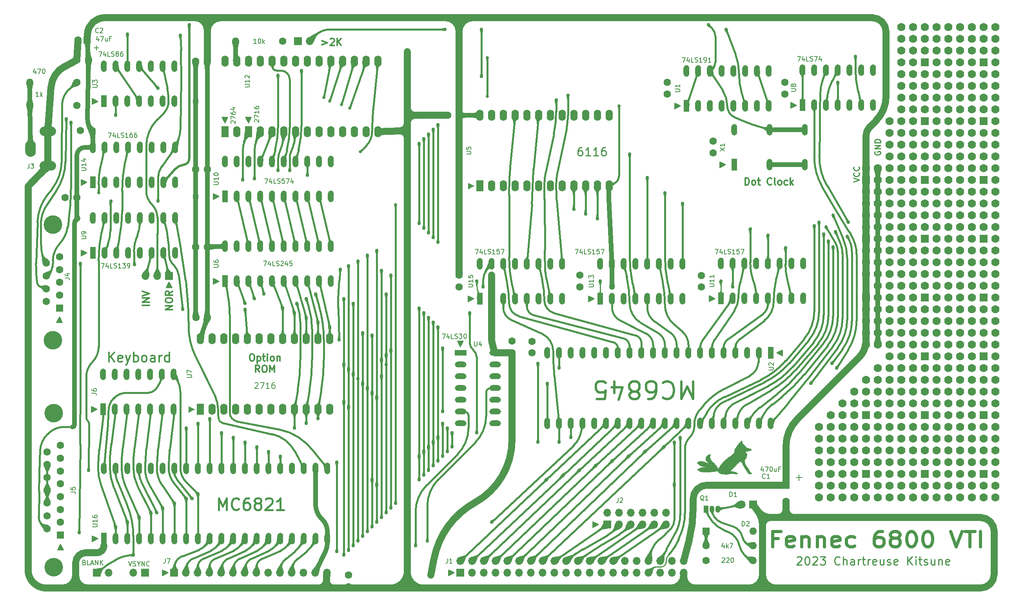
<source format=gtl>
G04 #@! TF.GenerationSoftware,KiCad,Pcbnew,(6.0.10)*
G04 #@! TF.CreationDate,2023-01-07T06:17:04-07:00*
G04 #@! TF.ProjectId,FennecVTI,46656e6e-6563-4565-9449-2e6b69636164,rev?*
G04 #@! TF.SameCoordinates,Original*
G04 #@! TF.FileFunction,Copper,L1,Top*
G04 #@! TF.FilePolarity,Positive*
%FSLAX46Y46*%
G04 Gerber Fmt 4.6, Leading zero omitted, Abs format (unit mm)*
G04 Created by KiCad (PCBNEW (6.0.10)) date 2023-01-07 06:17:04*
%MOMM*%
%LPD*%
G01*
G04 APERTURE LIST*
%ADD10C,0.300000*%
G04 #@! TA.AperFunction,NonConductor*
%ADD11C,0.300000*%
G04 #@! TD*
%ADD12C,0.152400*%
G04 #@! TA.AperFunction,NonConductor*
%ADD13C,0.152400*%
G04 #@! TD*
%ADD14C,0.228600*%
G04 #@! TA.AperFunction,NonConductor*
%ADD15C,0.228600*%
G04 #@! TD*
%ADD16C,0.635000*%
G04 #@! TA.AperFunction,NonConductor*
%ADD17C,0.635000*%
G04 #@! TD*
%ADD18C,0.150000*%
G04 #@! TA.AperFunction,NonConductor*
%ADD19C,0.150000*%
G04 #@! TD*
%ADD20C,0.304800*%
G04 #@! TA.AperFunction,NonConductor*
%ADD21C,0.304800*%
G04 #@! TD*
%ADD22C,0.254000*%
G04 #@! TA.AperFunction,NonConductor*
%ADD23C,0.254000*%
G04 #@! TD*
%ADD24C,0.508000*%
G04 #@! TA.AperFunction,NonConductor*
%ADD25C,0.508000*%
G04 #@! TD*
%ADD26C,0.381000*%
G04 #@! TA.AperFunction,NonConductor*
%ADD27C,0.381000*%
G04 #@! TD*
%ADD28C,0.203200*%
G04 #@! TA.AperFunction,NonConductor*
%ADD29C,0.203200*%
G04 #@! TD*
G04 #@! TA.AperFunction,EtchedComponent*
%ADD30C,0.010000*%
G04 #@! TD*
G04 #@! TA.AperFunction,EtchedComponent*
%ADD31C,0.200000*%
G04 #@! TD*
G04 #@! TA.AperFunction,EtchedComponent*
%ADD32C,0.120000*%
G04 #@! TD*
G04 #@! TA.AperFunction,ComponentPad*
%ADD33C,1.600000*%
G04 #@! TD*
G04 #@! TA.AperFunction,ComponentPad*
%ADD34R,1.600000X1.600000*%
G04 #@! TD*
G04 #@! TA.AperFunction,ComponentPad*
%ADD35O,1.700000X1.700000*%
G04 #@! TD*
G04 #@! TA.AperFunction,ComponentPad*
%ADD36R,1.700000X1.700000*%
G04 #@! TD*
G04 #@! TA.AperFunction,ComponentPad*
%ADD37C,1.778000*%
G04 #@! TD*
G04 #@! TA.AperFunction,ComponentPad*
%ADD38R,1.778000X1.778000*%
G04 #@! TD*
G04 #@! TA.AperFunction,ComponentPad*
%ADD39C,4.000000*%
G04 #@! TD*
G04 #@! TA.AperFunction,ComponentPad*
%ADD40O,1.050000X1.500000*%
G04 #@! TD*
G04 #@! TA.AperFunction,ComponentPad*
%ADD41R,1.050000X1.500000*%
G04 #@! TD*
G04 #@! TA.AperFunction,ComponentPad*
%ADD42O,1.270000X2.540000*%
G04 #@! TD*
G04 #@! TA.AperFunction,ComponentPad*
%ADD43R,1.270000X2.540000*%
G04 #@! TD*
G04 #@! TA.AperFunction,ComponentPad*
%ADD44O,1.270000X2.500000*%
G04 #@! TD*
G04 #@! TA.AperFunction,ComponentPad*
%ADD45R,1.270000X2.500000*%
G04 #@! TD*
G04 #@! TA.AperFunction,ComponentPad*
%ADD46O,1.600000X1.600000*%
G04 #@! TD*
G04 #@! TA.AperFunction,ComponentPad*
%ADD47O,1.600000X2.400000*%
G04 #@! TD*
G04 #@! TA.AperFunction,ComponentPad*
%ADD48R,1.600000X2.400000*%
G04 #@! TD*
G04 #@! TA.AperFunction,ComponentPad*
%ADD49O,2.500000X1.270000*%
G04 #@! TD*
G04 #@! TA.AperFunction,ComponentPad*
%ADD50R,2.500000X1.270000*%
G04 #@! TD*
G04 #@! TA.AperFunction,ComponentPad*
%ADD51C,1.800000*%
G04 #@! TD*
G04 #@! TA.AperFunction,ComponentPad*
%ADD52R,1.800000X1.800000*%
G04 #@! TD*
G04 #@! TA.AperFunction,ComponentPad*
%ADD53O,3.556000X2.032000*%
G04 #@! TD*
G04 #@! TA.AperFunction,ComponentPad*
%ADD54O,2.286000X3.556000*%
G04 #@! TD*
G04 #@! TA.AperFunction,ViaPad*
%ADD55C,0.762000*%
G04 #@! TD*
G04 #@! TA.AperFunction,ViaPad*
%ADD56C,1.270000*%
G04 #@! TD*
G04 #@! TA.AperFunction,ViaPad*
%ADD57C,0.635000*%
G04 #@! TD*
G04 #@! TA.AperFunction,Conductor*
%ADD58C,1.524000*%
G04 #@! TD*
G04 #@! TA.AperFunction,Conductor*
%ADD59C,1.016000*%
G04 #@! TD*
G04 #@! TA.AperFunction,Conductor*
%ADD60C,0.381000*%
G04 #@! TD*
G04 #@! TA.AperFunction,Conductor*
%ADD61C,0.508000*%
G04 #@! TD*
G04 #@! TA.AperFunction,Conductor*
%ADD62C,0.254000*%
G04 #@! TD*
G04 APERTURE END LIST*
D10*
D11*
X196152142Y-64051571D02*
X196152142Y-62551571D01*
X196509285Y-62551571D01*
X196723571Y-62623000D01*
X196866428Y-62765857D01*
X196937857Y-62908714D01*
X197009285Y-63194428D01*
X197009285Y-63408714D01*
X196937857Y-63694428D01*
X196866428Y-63837285D01*
X196723571Y-63980142D01*
X196509285Y-64051571D01*
X196152142Y-64051571D01*
X197866428Y-64051571D02*
X197723571Y-63980142D01*
X197652142Y-63908714D01*
X197580714Y-63765857D01*
X197580714Y-63337285D01*
X197652142Y-63194428D01*
X197723571Y-63123000D01*
X197866428Y-63051571D01*
X198080714Y-63051571D01*
X198223571Y-63123000D01*
X198295000Y-63194428D01*
X198366428Y-63337285D01*
X198366428Y-63765857D01*
X198295000Y-63908714D01*
X198223571Y-63980142D01*
X198080714Y-64051571D01*
X197866428Y-64051571D01*
X198795000Y-63051571D02*
X199366428Y-63051571D01*
X199009285Y-62551571D02*
X199009285Y-63837285D01*
X199080714Y-63980142D01*
X199223571Y-64051571D01*
X199366428Y-64051571D01*
X201866428Y-63908714D02*
X201795000Y-63980142D01*
X201580714Y-64051571D01*
X201437857Y-64051571D01*
X201223571Y-63980142D01*
X201080714Y-63837285D01*
X201009285Y-63694428D01*
X200937857Y-63408714D01*
X200937857Y-63194428D01*
X201009285Y-62908714D01*
X201080714Y-62765857D01*
X201223571Y-62623000D01*
X201437857Y-62551571D01*
X201580714Y-62551571D01*
X201795000Y-62623000D01*
X201866428Y-62694428D01*
X202723571Y-64051571D02*
X202580714Y-63980142D01*
X202509285Y-63837285D01*
X202509285Y-62551571D01*
X203509285Y-64051571D02*
X203366428Y-63980142D01*
X203295000Y-63908714D01*
X203223571Y-63765857D01*
X203223571Y-63337285D01*
X203295000Y-63194428D01*
X203366428Y-63123000D01*
X203509285Y-63051571D01*
X203723571Y-63051571D01*
X203866428Y-63123000D01*
X203937857Y-63194428D01*
X204009285Y-63337285D01*
X204009285Y-63765857D01*
X203937857Y-63908714D01*
X203866428Y-63980142D01*
X203723571Y-64051571D01*
X203509285Y-64051571D01*
X205295000Y-63980142D02*
X205152142Y-64051571D01*
X204866428Y-64051571D01*
X204723571Y-63980142D01*
X204652142Y-63908714D01*
X204580714Y-63765857D01*
X204580714Y-63337285D01*
X204652142Y-63194428D01*
X204723571Y-63123000D01*
X204866428Y-63051571D01*
X205152142Y-63051571D01*
X205295000Y-63123000D01*
X205937857Y-64051571D02*
X205937857Y-62551571D01*
X206080714Y-63480142D02*
X206509285Y-64051571D01*
X206509285Y-63051571D02*
X205937857Y-63623000D01*
D12*
D13*
X53430714Y-145596428D02*
X53575857Y-145644809D01*
X53624238Y-145693190D01*
X53672619Y-145789952D01*
X53672619Y-145935095D01*
X53624238Y-146031857D01*
X53575857Y-146080238D01*
X53479095Y-146128619D01*
X53092047Y-146128619D01*
X53092047Y-145112619D01*
X53430714Y-145112619D01*
X53527476Y-145161000D01*
X53575857Y-145209380D01*
X53624238Y-145306142D01*
X53624238Y-145402904D01*
X53575857Y-145499666D01*
X53527476Y-145548047D01*
X53430714Y-145596428D01*
X53092047Y-145596428D01*
X54591857Y-146128619D02*
X54108047Y-146128619D01*
X54108047Y-145112619D01*
X54882142Y-145838333D02*
X55365952Y-145838333D01*
X54785380Y-146128619D02*
X55124047Y-145112619D01*
X55462714Y-146128619D01*
X55801380Y-146128619D02*
X55801380Y-145112619D01*
X56381952Y-146128619D01*
X56381952Y-145112619D01*
X56865761Y-146128619D02*
X56865761Y-145112619D01*
X57446333Y-146128619D02*
X57010904Y-145548047D01*
X57446333Y-145112619D02*
X56865761Y-145693190D01*
D12*
D13*
X62979904Y-145366619D02*
X63318571Y-146382619D01*
X63657238Y-145366619D01*
X63947523Y-146334238D02*
X64092666Y-146382619D01*
X64334571Y-146382619D01*
X64431333Y-146334238D01*
X64479714Y-146285857D01*
X64528095Y-146189095D01*
X64528095Y-146092333D01*
X64479714Y-145995571D01*
X64431333Y-145947190D01*
X64334571Y-145898809D01*
X64141047Y-145850428D01*
X64044285Y-145802047D01*
X63995904Y-145753666D01*
X63947523Y-145656904D01*
X63947523Y-145560142D01*
X63995904Y-145463380D01*
X64044285Y-145415000D01*
X64141047Y-145366619D01*
X64382952Y-145366619D01*
X64528095Y-145415000D01*
X65157047Y-145898809D02*
X65157047Y-146382619D01*
X64818380Y-145366619D02*
X65157047Y-145898809D01*
X65495714Y-145366619D01*
X65834380Y-146382619D02*
X65834380Y-145366619D01*
X66414952Y-146382619D01*
X66414952Y-145366619D01*
X67479333Y-146285857D02*
X67430952Y-146334238D01*
X67285809Y-146382619D01*
X67189047Y-146382619D01*
X67043904Y-146334238D01*
X66947142Y-146237476D01*
X66898761Y-146140714D01*
X66850380Y-145947190D01*
X66850380Y-145802047D01*
X66898761Y-145608523D01*
X66947142Y-145511761D01*
X67043904Y-145415000D01*
X67189047Y-145366619D01*
X67285809Y-145366619D01*
X67430952Y-145415000D01*
X67479333Y-145463380D01*
D10*
D11*
X72433571Y-90991285D02*
X70933571Y-90991285D01*
X72433571Y-90134142D01*
X70933571Y-90134142D01*
X70933571Y-89134142D02*
X70933571Y-88848428D01*
X71005000Y-88705571D01*
X71147857Y-88562714D01*
X71433571Y-88491285D01*
X71933571Y-88491285D01*
X72219285Y-88562714D01*
X72362142Y-88705571D01*
X72433571Y-88848428D01*
X72433571Y-89134142D01*
X72362142Y-89277000D01*
X72219285Y-89419857D01*
X71933571Y-89491285D01*
X71433571Y-89491285D01*
X71147857Y-89419857D01*
X71005000Y-89277000D01*
X70933571Y-89134142D01*
X72433571Y-86991285D02*
X71719285Y-87491285D01*
X72433571Y-87848428D02*
X70933571Y-87848428D01*
X70933571Y-87277000D01*
X71005000Y-87134142D01*
X71076428Y-87062714D01*
X71219285Y-86991285D01*
X71433571Y-86991285D01*
X71576428Y-87062714D01*
X71647857Y-87134142D01*
X71719285Y-87277000D01*
X71719285Y-87848428D01*
D10*
D11*
X67480571Y-90074571D02*
X65980571Y-90074571D01*
X67480571Y-89360285D02*
X65980571Y-89360285D01*
X67480571Y-88503142D01*
X65980571Y-88503142D01*
X65980571Y-88003142D02*
X67480571Y-87503142D01*
X65980571Y-87003142D01*
D14*
D15*
X219522523Y-63415333D02*
X220792523Y-62992000D01*
X219522523Y-62568666D01*
X220671571Y-61419619D02*
X220732047Y-61480095D01*
X220792523Y-61661523D01*
X220792523Y-61782476D01*
X220732047Y-61963904D01*
X220611095Y-62084857D01*
X220490142Y-62145333D01*
X220248238Y-62205809D01*
X220066809Y-62205809D01*
X219824904Y-62145333D01*
X219703952Y-62084857D01*
X219583000Y-61963904D01*
X219522523Y-61782476D01*
X219522523Y-61661523D01*
X219583000Y-61480095D01*
X219643476Y-61419619D01*
X220671571Y-60149619D02*
X220732047Y-60210095D01*
X220792523Y-60391523D01*
X220792523Y-60512476D01*
X220732047Y-60693904D01*
X220611095Y-60814857D01*
X220490142Y-60875333D01*
X220248238Y-60935809D01*
X220066809Y-60935809D01*
X219824904Y-60875333D01*
X219703952Y-60814857D01*
X219583000Y-60693904D01*
X219522523Y-60512476D01*
X219522523Y-60391523D01*
X219583000Y-60210095D01*
X219643476Y-60149619D01*
D16*
D17*
X203314904Y-140480142D02*
X202087238Y-140480142D01*
X202087238Y-142209761D02*
X202087238Y-138907761D01*
X203841047Y-138907761D01*
X206647142Y-142052523D02*
X206296380Y-142209761D01*
X205594857Y-142209761D01*
X205244095Y-142052523D01*
X205068714Y-141738047D01*
X205068714Y-140480142D01*
X205244095Y-140165666D01*
X205594857Y-140008428D01*
X206296380Y-140008428D01*
X206647142Y-140165666D01*
X206822523Y-140480142D01*
X206822523Y-140794619D01*
X205068714Y-141109095D01*
X208400952Y-140008428D02*
X208400952Y-142209761D01*
X208400952Y-140322904D02*
X208576333Y-140165666D01*
X208927095Y-140008428D01*
X209453238Y-140008428D01*
X209804000Y-140165666D01*
X209979380Y-140480142D01*
X209979380Y-142209761D01*
X211733190Y-140008428D02*
X211733190Y-142209761D01*
X211733190Y-140322904D02*
X211908571Y-140165666D01*
X212259333Y-140008428D01*
X212785476Y-140008428D01*
X213136238Y-140165666D01*
X213311619Y-140480142D01*
X213311619Y-142209761D01*
X216468476Y-142052523D02*
X216117714Y-142209761D01*
X215416190Y-142209761D01*
X215065428Y-142052523D01*
X214890047Y-141738047D01*
X214890047Y-140480142D01*
X215065428Y-140165666D01*
X215416190Y-140008428D01*
X216117714Y-140008428D01*
X216468476Y-140165666D01*
X216643857Y-140480142D01*
X216643857Y-140794619D01*
X214890047Y-141109095D01*
X219800714Y-142052523D02*
X219449952Y-142209761D01*
X218748428Y-142209761D01*
X218397666Y-142052523D01*
X218222285Y-141895285D01*
X218046904Y-141580809D01*
X218046904Y-140637380D01*
X218222285Y-140322904D01*
X218397666Y-140165666D01*
X218748428Y-140008428D01*
X219449952Y-140008428D01*
X219800714Y-140165666D01*
X225763666Y-138907761D02*
X225062142Y-138907761D01*
X224711380Y-139065000D01*
X224536000Y-139222238D01*
X224185238Y-139693952D01*
X224009857Y-140322904D01*
X224009857Y-141580809D01*
X224185238Y-141895285D01*
X224360619Y-142052523D01*
X224711380Y-142209761D01*
X225412904Y-142209761D01*
X225763666Y-142052523D01*
X225939047Y-141895285D01*
X226114428Y-141580809D01*
X226114428Y-140794619D01*
X225939047Y-140480142D01*
X225763666Y-140322904D01*
X225412904Y-140165666D01*
X224711380Y-140165666D01*
X224360619Y-140322904D01*
X224185238Y-140480142D01*
X224009857Y-140794619D01*
X228219000Y-140322904D02*
X227868238Y-140165666D01*
X227692857Y-140008428D01*
X227517476Y-139693952D01*
X227517476Y-139536714D01*
X227692857Y-139222238D01*
X227868238Y-139065000D01*
X228219000Y-138907761D01*
X228920523Y-138907761D01*
X229271285Y-139065000D01*
X229446666Y-139222238D01*
X229622047Y-139536714D01*
X229622047Y-139693952D01*
X229446666Y-140008428D01*
X229271285Y-140165666D01*
X228920523Y-140322904D01*
X228219000Y-140322904D01*
X227868238Y-140480142D01*
X227692857Y-140637380D01*
X227517476Y-140951857D01*
X227517476Y-141580809D01*
X227692857Y-141895285D01*
X227868238Y-142052523D01*
X228219000Y-142209761D01*
X228920523Y-142209761D01*
X229271285Y-142052523D01*
X229446666Y-141895285D01*
X229622047Y-141580809D01*
X229622047Y-140951857D01*
X229446666Y-140637380D01*
X229271285Y-140480142D01*
X228920523Y-140322904D01*
X231902000Y-138907761D02*
X232252761Y-138907761D01*
X232603523Y-139065000D01*
X232778904Y-139222238D01*
X232954285Y-139536714D01*
X233129666Y-140165666D01*
X233129666Y-140951857D01*
X232954285Y-141580809D01*
X232778904Y-141895285D01*
X232603523Y-142052523D01*
X232252761Y-142209761D01*
X231902000Y-142209761D01*
X231551238Y-142052523D01*
X231375857Y-141895285D01*
X231200476Y-141580809D01*
X231025095Y-140951857D01*
X231025095Y-140165666D01*
X231200476Y-139536714D01*
X231375857Y-139222238D01*
X231551238Y-139065000D01*
X231902000Y-138907761D01*
X235409619Y-138907761D02*
X235760380Y-138907761D01*
X236111142Y-139065000D01*
X236286523Y-139222238D01*
X236461904Y-139536714D01*
X236637285Y-140165666D01*
X236637285Y-140951857D01*
X236461904Y-141580809D01*
X236286523Y-141895285D01*
X236111142Y-142052523D01*
X235760380Y-142209761D01*
X235409619Y-142209761D01*
X235058857Y-142052523D01*
X234883476Y-141895285D01*
X234708095Y-141580809D01*
X234532714Y-140951857D01*
X234532714Y-140165666D01*
X234708095Y-139536714D01*
X234883476Y-139222238D01*
X235058857Y-139065000D01*
X235409619Y-138907761D01*
X240495666Y-138907761D02*
X241723333Y-142209761D01*
X242951000Y-138907761D01*
X243652523Y-138907761D02*
X245757095Y-138907761D01*
X244704809Y-142209761D02*
X244704809Y-138907761D01*
X246984761Y-142209761D02*
X246984761Y-138907761D01*
D18*
D19*
X85145619Y-50736285D02*
X85098000Y-50688666D01*
X85050380Y-50593428D01*
X85050380Y-50355333D01*
X85098000Y-50260095D01*
X85145619Y-50212476D01*
X85240857Y-50164857D01*
X85336095Y-50164857D01*
X85478952Y-50212476D01*
X86050380Y-50783904D01*
X86050380Y-50164857D01*
X85050380Y-49831523D02*
X85050380Y-49164857D01*
X86050380Y-49593428D01*
X85050380Y-48355333D02*
X85050380Y-48545809D01*
X85098000Y-48641047D01*
X85145619Y-48688666D01*
X85288476Y-48783904D01*
X85478952Y-48831523D01*
X85859904Y-48831523D01*
X85955142Y-48783904D01*
X86002761Y-48736285D01*
X86050380Y-48641047D01*
X86050380Y-48450571D01*
X86002761Y-48355333D01*
X85955142Y-48307714D01*
X85859904Y-48260095D01*
X85621809Y-48260095D01*
X85526571Y-48307714D01*
X85478952Y-48355333D01*
X85431333Y-48450571D01*
X85431333Y-48641047D01*
X85478952Y-48736285D01*
X85526571Y-48783904D01*
X85621809Y-48831523D01*
X85383714Y-47402952D02*
X86050380Y-47402952D01*
X85002761Y-47641047D02*
X85717047Y-47879142D01*
X85717047Y-47260095D01*
D10*
D11*
X104771285Y-32952571D02*
X105914142Y-33381142D01*
X104771285Y-33809714D01*
X106557000Y-32595428D02*
X106628428Y-32524000D01*
X106771285Y-32452571D01*
X107128428Y-32452571D01*
X107271285Y-32524000D01*
X107342714Y-32595428D01*
X107414142Y-32738285D01*
X107414142Y-32881142D01*
X107342714Y-33095428D01*
X106485571Y-33952571D01*
X107414142Y-33952571D01*
X108057000Y-33952571D02*
X108057000Y-32452571D01*
X108914142Y-33952571D02*
X108271285Y-33095428D01*
X108914142Y-32452571D02*
X108057000Y-33309714D01*
D10*
D11*
X89491714Y-100587071D02*
X89777428Y-100587071D01*
X89920285Y-100658500D01*
X90063142Y-100801357D01*
X90134571Y-101087071D01*
X90134571Y-101587071D01*
X90063142Y-101872785D01*
X89920285Y-102015642D01*
X89777428Y-102087071D01*
X89491714Y-102087071D01*
X89348857Y-102015642D01*
X89206000Y-101872785D01*
X89134571Y-101587071D01*
X89134571Y-101087071D01*
X89206000Y-100801357D01*
X89348857Y-100658500D01*
X89491714Y-100587071D01*
X90777428Y-101087071D02*
X90777428Y-102587071D01*
X90777428Y-101158500D02*
X90920285Y-101087071D01*
X91206000Y-101087071D01*
X91348857Y-101158500D01*
X91420285Y-101229928D01*
X91491714Y-101372785D01*
X91491714Y-101801357D01*
X91420285Y-101944214D01*
X91348857Y-102015642D01*
X91206000Y-102087071D01*
X90920285Y-102087071D01*
X90777428Y-102015642D01*
X91920285Y-101087071D02*
X92491714Y-101087071D01*
X92134571Y-100587071D02*
X92134571Y-101872785D01*
X92206000Y-102015642D01*
X92348857Y-102087071D01*
X92491714Y-102087071D01*
X92991714Y-102087071D02*
X92991714Y-101087071D01*
X92991714Y-100587071D02*
X92920285Y-100658500D01*
X92991714Y-100729928D01*
X93063142Y-100658500D01*
X92991714Y-100587071D01*
X92991714Y-100729928D01*
X93920285Y-102087071D02*
X93777428Y-102015642D01*
X93706000Y-101944214D01*
X93634571Y-101801357D01*
X93634571Y-101372785D01*
X93706000Y-101229928D01*
X93777428Y-101158500D01*
X93920285Y-101087071D01*
X94134571Y-101087071D01*
X94277428Y-101158500D01*
X94348857Y-101229928D01*
X94420285Y-101372785D01*
X94420285Y-101801357D01*
X94348857Y-101944214D01*
X94277428Y-102015642D01*
X94134571Y-102087071D01*
X93920285Y-102087071D01*
X95063142Y-101087071D02*
X95063142Y-102087071D01*
X95063142Y-101229928D02*
X95134571Y-101158500D01*
X95277428Y-101087071D01*
X95491714Y-101087071D01*
X95634571Y-101158500D01*
X95706000Y-101301357D01*
X95706000Y-102087071D01*
X91277428Y-104502071D02*
X90777428Y-103787785D01*
X90420285Y-104502071D02*
X90420285Y-103002071D01*
X90991714Y-103002071D01*
X91134571Y-103073500D01*
X91206000Y-103144928D01*
X91277428Y-103287785D01*
X91277428Y-103502071D01*
X91206000Y-103644928D01*
X91134571Y-103716357D01*
X90991714Y-103787785D01*
X90420285Y-103787785D01*
X92206000Y-103002071D02*
X92491714Y-103002071D01*
X92634571Y-103073500D01*
X92777428Y-103216357D01*
X92848857Y-103502071D01*
X92848857Y-104002071D01*
X92777428Y-104287785D01*
X92634571Y-104430642D01*
X92491714Y-104502071D01*
X92206000Y-104502071D01*
X92063142Y-104430642D01*
X91920285Y-104287785D01*
X91848857Y-104002071D01*
X91848857Y-103502071D01*
X91920285Y-103216357D01*
X92063142Y-103073500D01*
X92206000Y-103002071D01*
X93491714Y-104502071D02*
X93491714Y-103002071D01*
X93991714Y-104073500D01*
X94491714Y-103002071D01*
X94491714Y-104502071D01*
D20*
D21*
X58794952Y-102265238D02*
X58794952Y-100233238D01*
X59956095Y-102265238D02*
X59085238Y-101104095D01*
X59956095Y-100233238D02*
X58794952Y-101394380D01*
X61601047Y-102168476D02*
X61407523Y-102265238D01*
X61020476Y-102265238D01*
X60826952Y-102168476D01*
X60730190Y-101974952D01*
X60730190Y-101200857D01*
X60826952Y-101007333D01*
X61020476Y-100910571D01*
X61407523Y-100910571D01*
X61601047Y-101007333D01*
X61697809Y-101200857D01*
X61697809Y-101394380D01*
X60730190Y-101587904D01*
X62375142Y-100910571D02*
X62858952Y-102265238D01*
X63342761Y-100910571D02*
X62858952Y-102265238D01*
X62665428Y-102749047D01*
X62568666Y-102845809D01*
X62375142Y-102942571D01*
X64116857Y-102265238D02*
X64116857Y-100233238D01*
X64116857Y-101007333D02*
X64310380Y-100910571D01*
X64697428Y-100910571D01*
X64890952Y-101007333D01*
X64987714Y-101104095D01*
X65084476Y-101297619D01*
X65084476Y-101878190D01*
X64987714Y-102071714D01*
X64890952Y-102168476D01*
X64697428Y-102265238D01*
X64310380Y-102265238D01*
X64116857Y-102168476D01*
X66245619Y-102265238D02*
X66052095Y-102168476D01*
X65955333Y-102071714D01*
X65858571Y-101878190D01*
X65858571Y-101297619D01*
X65955333Y-101104095D01*
X66052095Y-101007333D01*
X66245619Y-100910571D01*
X66535904Y-100910571D01*
X66729428Y-101007333D01*
X66826190Y-101104095D01*
X66922952Y-101297619D01*
X66922952Y-101878190D01*
X66826190Y-102071714D01*
X66729428Y-102168476D01*
X66535904Y-102265238D01*
X66245619Y-102265238D01*
X68664666Y-102265238D02*
X68664666Y-101200857D01*
X68567904Y-101007333D01*
X68374380Y-100910571D01*
X67987333Y-100910571D01*
X67793809Y-101007333D01*
X68664666Y-102168476D02*
X68471142Y-102265238D01*
X67987333Y-102265238D01*
X67793809Y-102168476D01*
X67697047Y-101974952D01*
X67697047Y-101781428D01*
X67793809Y-101587904D01*
X67987333Y-101491142D01*
X68471142Y-101491142D01*
X68664666Y-101394380D01*
X69632285Y-102265238D02*
X69632285Y-100910571D01*
X69632285Y-101297619D02*
X69729047Y-101104095D01*
X69825809Y-101007333D01*
X70019333Y-100910571D01*
X70212857Y-100910571D01*
X71761047Y-102265238D02*
X71761047Y-100233238D01*
X71761047Y-102168476D02*
X71567523Y-102265238D01*
X71180476Y-102265238D01*
X70986952Y-102168476D01*
X70890190Y-102071714D01*
X70793428Y-101878190D01*
X70793428Y-101297619D01*
X70890190Y-101104095D01*
X70986952Y-101007333D01*
X71180476Y-100910571D01*
X71567523Y-100910571D01*
X71761047Y-101007333D01*
D14*
D15*
X224155000Y-56847619D02*
X224094523Y-56968571D01*
X224094523Y-57150000D01*
X224155000Y-57331428D01*
X224275952Y-57452380D01*
X224396904Y-57512857D01*
X224638809Y-57573333D01*
X224820238Y-57573333D01*
X225062142Y-57512857D01*
X225183095Y-57452380D01*
X225304047Y-57331428D01*
X225364523Y-57150000D01*
X225364523Y-57029047D01*
X225304047Y-56847619D01*
X225243571Y-56787142D01*
X224820238Y-56787142D01*
X224820238Y-57029047D01*
X225364523Y-56242857D02*
X224094523Y-56242857D01*
X225364523Y-55517142D01*
X224094523Y-55517142D01*
X225364523Y-54912380D02*
X224094523Y-54912380D01*
X224094523Y-54610000D01*
X224155000Y-54428571D01*
X224275952Y-54307619D01*
X224396904Y-54247142D01*
X224638809Y-54186666D01*
X224820238Y-54186666D01*
X225062142Y-54247142D01*
X225183095Y-54307619D01*
X225304047Y-54428571D01*
X225364523Y-54610000D01*
X225364523Y-54912380D01*
D18*
D19*
X90225619Y-50482285D02*
X90178000Y-50434666D01*
X90130380Y-50339428D01*
X90130380Y-50101333D01*
X90178000Y-50006095D01*
X90225619Y-49958476D01*
X90320857Y-49910857D01*
X90416095Y-49910857D01*
X90558952Y-49958476D01*
X91130380Y-50529904D01*
X91130380Y-49910857D01*
X90130380Y-49577523D02*
X90130380Y-48910857D01*
X91130380Y-49339428D01*
X91130380Y-48006095D02*
X91130380Y-48577523D01*
X91130380Y-48291809D02*
X90130380Y-48291809D01*
X90273238Y-48387047D01*
X90368476Y-48482285D01*
X90416095Y-48577523D01*
X90130380Y-47148952D02*
X90130380Y-47339428D01*
X90178000Y-47434666D01*
X90225619Y-47482285D01*
X90368476Y-47577523D01*
X90558952Y-47625142D01*
X90939904Y-47625142D01*
X91035142Y-47577523D01*
X91082761Y-47529904D01*
X91130380Y-47434666D01*
X91130380Y-47244190D01*
X91082761Y-47148952D01*
X91035142Y-47101333D01*
X90939904Y-47053714D01*
X90701809Y-47053714D01*
X90606571Y-47101333D01*
X90558952Y-47148952D01*
X90511333Y-47244190D01*
X90511333Y-47434666D01*
X90558952Y-47529904D01*
X90606571Y-47577523D01*
X90701809Y-47625142D01*
D22*
D23*
X207306333Y-144483666D02*
X207391000Y-144399000D01*
X207560333Y-144314333D01*
X207983666Y-144314333D01*
X208153000Y-144399000D01*
X208237666Y-144483666D01*
X208322333Y-144653000D01*
X208322333Y-144822333D01*
X208237666Y-145076333D01*
X207221666Y-146092333D01*
X208322333Y-146092333D01*
X209423000Y-144314333D02*
X209592333Y-144314333D01*
X209761666Y-144399000D01*
X209846333Y-144483666D01*
X209931000Y-144653000D01*
X210015666Y-144991666D01*
X210015666Y-145415000D01*
X209931000Y-145753666D01*
X209846333Y-145923000D01*
X209761666Y-146007666D01*
X209592333Y-146092333D01*
X209423000Y-146092333D01*
X209253666Y-146007666D01*
X209169000Y-145923000D01*
X209084333Y-145753666D01*
X208999666Y-145415000D01*
X208999666Y-144991666D01*
X209084333Y-144653000D01*
X209169000Y-144483666D01*
X209253666Y-144399000D01*
X209423000Y-144314333D01*
X210693000Y-144483666D02*
X210777666Y-144399000D01*
X210947000Y-144314333D01*
X211370333Y-144314333D01*
X211539666Y-144399000D01*
X211624333Y-144483666D01*
X211709000Y-144653000D01*
X211709000Y-144822333D01*
X211624333Y-145076333D01*
X210608333Y-146092333D01*
X211709000Y-146092333D01*
X212301666Y-144314333D02*
X213402333Y-144314333D01*
X212809666Y-144991666D01*
X213063666Y-144991666D01*
X213233000Y-145076333D01*
X213317666Y-145161000D01*
X213402333Y-145330333D01*
X213402333Y-145753666D01*
X213317666Y-145923000D01*
X213233000Y-146007666D01*
X213063666Y-146092333D01*
X212555666Y-146092333D01*
X212386333Y-146007666D01*
X212301666Y-145923000D01*
X216535000Y-145923000D02*
X216450333Y-146007666D01*
X216196333Y-146092333D01*
X216027000Y-146092333D01*
X215773000Y-146007666D01*
X215603666Y-145838333D01*
X215519000Y-145669000D01*
X215434333Y-145330333D01*
X215434333Y-145076333D01*
X215519000Y-144737666D01*
X215603666Y-144568333D01*
X215773000Y-144399000D01*
X216027000Y-144314333D01*
X216196333Y-144314333D01*
X216450333Y-144399000D01*
X216535000Y-144483666D01*
X217297000Y-146092333D02*
X217297000Y-144314333D01*
X218059000Y-146092333D02*
X218059000Y-145161000D01*
X217974333Y-144991666D01*
X217805000Y-144907000D01*
X217551000Y-144907000D01*
X217381666Y-144991666D01*
X217297000Y-145076333D01*
X219667666Y-146092333D02*
X219667666Y-145161000D01*
X219583000Y-144991666D01*
X219413666Y-144907000D01*
X219075000Y-144907000D01*
X218905666Y-144991666D01*
X219667666Y-146007666D02*
X219498333Y-146092333D01*
X219075000Y-146092333D01*
X218905666Y-146007666D01*
X218821000Y-145838333D01*
X218821000Y-145669000D01*
X218905666Y-145499666D01*
X219075000Y-145415000D01*
X219498333Y-145415000D01*
X219667666Y-145330333D01*
X220514333Y-146092333D02*
X220514333Y-144907000D01*
X220514333Y-145245666D02*
X220599000Y-145076333D01*
X220683666Y-144991666D01*
X220853000Y-144907000D01*
X221022333Y-144907000D01*
X221361000Y-144907000D02*
X222038333Y-144907000D01*
X221615000Y-144314333D02*
X221615000Y-145838333D01*
X221699666Y-146007666D01*
X221869000Y-146092333D01*
X222038333Y-146092333D01*
X222631000Y-146092333D02*
X222631000Y-144907000D01*
X222631000Y-145245666D02*
X222715666Y-145076333D01*
X222800333Y-144991666D01*
X222969666Y-144907000D01*
X223139000Y-144907000D01*
X224409000Y-146007666D02*
X224239666Y-146092333D01*
X223901000Y-146092333D01*
X223731666Y-146007666D01*
X223647000Y-145838333D01*
X223647000Y-145161000D01*
X223731666Y-144991666D01*
X223901000Y-144907000D01*
X224239666Y-144907000D01*
X224409000Y-144991666D01*
X224493666Y-145161000D01*
X224493666Y-145330333D01*
X223647000Y-145499666D01*
X226017666Y-144907000D02*
X226017666Y-146092333D01*
X225255666Y-144907000D02*
X225255666Y-145838333D01*
X225340333Y-146007666D01*
X225509666Y-146092333D01*
X225763666Y-146092333D01*
X225933000Y-146007666D01*
X226017666Y-145923000D01*
X226779666Y-146007666D02*
X226949000Y-146092333D01*
X227287666Y-146092333D01*
X227457000Y-146007666D01*
X227541666Y-145838333D01*
X227541666Y-145753666D01*
X227457000Y-145584333D01*
X227287666Y-145499666D01*
X227033666Y-145499666D01*
X226864333Y-145415000D01*
X226779666Y-145245666D01*
X226779666Y-145161000D01*
X226864333Y-144991666D01*
X227033666Y-144907000D01*
X227287666Y-144907000D01*
X227457000Y-144991666D01*
X228981000Y-146007666D02*
X228811666Y-146092333D01*
X228473000Y-146092333D01*
X228303666Y-146007666D01*
X228219000Y-145838333D01*
X228219000Y-145161000D01*
X228303666Y-144991666D01*
X228473000Y-144907000D01*
X228811666Y-144907000D01*
X228981000Y-144991666D01*
X229065666Y-145161000D01*
X229065666Y-145330333D01*
X228219000Y-145499666D01*
X231182333Y-146092333D02*
X231182333Y-144314333D01*
X232198333Y-146092333D02*
X231436333Y-145076333D01*
X232198333Y-144314333D02*
X231182333Y-145330333D01*
X232960333Y-146092333D02*
X232960333Y-144907000D01*
X232960333Y-144314333D02*
X232875666Y-144399000D01*
X232960333Y-144483666D01*
X233045000Y-144399000D01*
X232960333Y-144314333D01*
X232960333Y-144483666D01*
X233553000Y-144907000D02*
X234230333Y-144907000D01*
X233807000Y-144314333D02*
X233807000Y-145838333D01*
X233891666Y-146007666D01*
X234061000Y-146092333D01*
X234230333Y-146092333D01*
X234738333Y-146007666D02*
X234907666Y-146092333D01*
X235246333Y-146092333D01*
X235415666Y-146007666D01*
X235500333Y-145838333D01*
X235500333Y-145753666D01*
X235415666Y-145584333D01*
X235246333Y-145499666D01*
X234992333Y-145499666D01*
X234823000Y-145415000D01*
X234738333Y-145245666D01*
X234738333Y-145161000D01*
X234823000Y-144991666D01*
X234992333Y-144907000D01*
X235246333Y-144907000D01*
X235415666Y-144991666D01*
X237024333Y-144907000D02*
X237024333Y-146092333D01*
X236262333Y-144907000D02*
X236262333Y-145838333D01*
X236347000Y-146007666D01*
X236516333Y-146092333D01*
X236770333Y-146092333D01*
X236939666Y-146007666D01*
X237024333Y-145923000D01*
X237871000Y-144907000D02*
X237871000Y-146092333D01*
X237871000Y-145076333D02*
X237955666Y-144991666D01*
X238125000Y-144907000D01*
X238379000Y-144907000D01*
X238548333Y-144991666D01*
X238633000Y-145161000D01*
X238633000Y-146092333D01*
X240157000Y-146007666D02*
X239987666Y-146092333D01*
X239649000Y-146092333D01*
X239479666Y-146007666D01*
X239395000Y-145838333D01*
X239395000Y-145161000D01*
X239479666Y-144991666D01*
X239649000Y-144907000D01*
X239987666Y-144907000D01*
X240157000Y-144991666D01*
X240241666Y-145161000D01*
X240241666Y-145330333D01*
X239395000Y-145499666D01*
D18*
D19*
X200493333Y-127357142D02*
X200445714Y-127404761D01*
X200302857Y-127452380D01*
X200207619Y-127452380D01*
X200064761Y-127404761D01*
X199969523Y-127309523D01*
X199921904Y-127214285D01*
X199874285Y-127023809D01*
X199874285Y-126880952D01*
X199921904Y-126690476D01*
X199969523Y-126595238D01*
X200064761Y-126500000D01*
X200207619Y-126452380D01*
X200302857Y-126452380D01*
X200445714Y-126500000D01*
X200493333Y-126547619D01*
X201445714Y-127452380D02*
X200874285Y-127452380D01*
X201160000Y-127452380D02*
X201160000Y-126452380D01*
X201064761Y-126595238D01*
X200969523Y-126690476D01*
X200874285Y-126738095D01*
D18*
D19*
X200033142Y-125261714D02*
X200033142Y-125928380D01*
X199795047Y-124880761D02*
X199556952Y-125595047D01*
X200176000Y-125595047D01*
X200461714Y-124928380D02*
X201128380Y-124928380D01*
X200699809Y-125928380D01*
X201699809Y-124928380D02*
X201795047Y-124928380D01*
X201890285Y-124976000D01*
X201937904Y-125023619D01*
X201985523Y-125118857D01*
X202033142Y-125309333D01*
X202033142Y-125547428D01*
X201985523Y-125737904D01*
X201937904Y-125833142D01*
X201890285Y-125880761D01*
X201795047Y-125928380D01*
X201699809Y-125928380D01*
X201604571Y-125880761D01*
X201556952Y-125833142D01*
X201509333Y-125737904D01*
X201461714Y-125547428D01*
X201461714Y-125309333D01*
X201509333Y-125118857D01*
X201556952Y-125023619D01*
X201604571Y-124976000D01*
X201699809Y-124928380D01*
X202890285Y-125261714D02*
X202890285Y-125928380D01*
X202461714Y-125261714D02*
X202461714Y-125785523D01*
X202509333Y-125880761D01*
X202604571Y-125928380D01*
X202747428Y-125928380D01*
X202842666Y-125880761D01*
X202890285Y-125833142D01*
X203699809Y-125404571D02*
X203366476Y-125404571D01*
X203366476Y-125928380D02*
X203366476Y-124928380D01*
X203842666Y-124928380D01*
D18*
D19*
X56475333Y-31091142D02*
X56427714Y-31138761D01*
X56284857Y-31186380D01*
X56189619Y-31186380D01*
X56046761Y-31138761D01*
X55951523Y-31043523D01*
X55903904Y-30948285D01*
X55856285Y-30757809D01*
X55856285Y-30614952D01*
X55903904Y-30424476D01*
X55951523Y-30329238D01*
X56046761Y-30234000D01*
X56189619Y-30186380D01*
X56284857Y-30186380D01*
X56427714Y-30234000D01*
X56475333Y-30281619D01*
X56856285Y-30281619D02*
X56903904Y-30234000D01*
X56999142Y-30186380D01*
X57237238Y-30186380D01*
X57332476Y-30234000D01*
X57380095Y-30281619D01*
X57427714Y-30376857D01*
X57427714Y-30472095D01*
X57380095Y-30614952D01*
X56808666Y-31186380D01*
X57427714Y-31186380D01*
D18*
D19*
X56491333Y-32297714D02*
X56491333Y-32964380D01*
X56253238Y-31916761D02*
X56015142Y-32631047D01*
X56634190Y-32631047D01*
X56919904Y-31964380D02*
X57586571Y-31964380D01*
X57158000Y-32964380D01*
X58396095Y-32297714D02*
X58396095Y-32964380D01*
X57967523Y-32297714D02*
X57967523Y-32821523D01*
X58015142Y-32916761D01*
X58110380Y-32964380D01*
X58253238Y-32964380D01*
X58348476Y-32916761D01*
X58396095Y-32869142D01*
X59205619Y-32440571D02*
X58872285Y-32440571D01*
X58872285Y-32964380D02*
X58872285Y-31964380D01*
X59348476Y-31964380D01*
D18*
D19*
X70913666Y-144740380D02*
X70913666Y-145454666D01*
X70866047Y-145597523D01*
X70770809Y-145692761D01*
X70627952Y-145740380D01*
X70532714Y-145740380D01*
X71294619Y-144740380D02*
X71961285Y-144740380D01*
X71532714Y-145740380D01*
D18*
D19*
X131873666Y-144740380D02*
X131873666Y-145454666D01*
X131826047Y-145597523D01*
X131730809Y-145692761D01*
X131587952Y-145740380D01*
X131492714Y-145740380D01*
X132873666Y-145740380D02*
X132302238Y-145740380D01*
X132587952Y-145740380D02*
X132587952Y-144740380D01*
X132492714Y-144883238D01*
X132397476Y-144978476D01*
X132302238Y-145026095D01*
D18*
D19*
X168703666Y-131659380D02*
X168703666Y-132373666D01*
X168656047Y-132516523D01*
X168560809Y-132611761D01*
X168417952Y-132659380D01*
X168322714Y-132659380D01*
X169132238Y-131754619D02*
X169179857Y-131707000D01*
X169275095Y-131659380D01*
X169513190Y-131659380D01*
X169608428Y-131707000D01*
X169656047Y-131754619D01*
X169703666Y-131849857D01*
X169703666Y-131945095D01*
X169656047Y-132087952D01*
X169084619Y-132659380D01*
X169703666Y-132659380D01*
D18*
D19*
X49236380Y-84153333D02*
X49950666Y-84153333D01*
X50093523Y-84200952D01*
X50188761Y-84296190D01*
X50236380Y-84439047D01*
X50236380Y-84534285D01*
X49569714Y-83248571D02*
X50236380Y-83248571D01*
X49188761Y-83486666D02*
X49903047Y-83724761D01*
X49903047Y-83105714D01*
D18*
D19*
X187229761Y-132246619D02*
X187134523Y-132199000D01*
X187039285Y-132103761D01*
X186896428Y-131960904D01*
X186801190Y-131913285D01*
X186705952Y-131913285D01*
X186753571Y-132151380D02*
X186658333Y-132103761D01*
X186563095Y-132008523D01*
X186515476Y-131818047D01*
X186515476Y-131484714D01*
X186563095Y-131294238D01*
X186658333Y-131199000D01*
X186753571Y-131151380D01*
X186944047Y-131151380D01*
X187039285Y-131199000D01*
X187134523Y-131294238D01*
X187182142Y-131484714D01*
X187182142Y-131818047D01*
X187134523Y-132008523D01*
X187039285Y-132103761D01*
X186944047Y-132151380D01*
X186753571Y-132151380D01*
X188134523Y-132151380D02*
X187563095Y-132151380D01*
X187848809Y-132151380D02*
X187848809Y-131151380D01*
X187753571Y-131294238D01*
X187658333Y-131389476D01*
X187563095Y-131437095D01*
D18*
D19*
X81367380Y-63976095D02*
X82176904Y-63976095D01*
X82272142Y-63928476D01*
X82319761Y-63880857D01*
X82367380Y-63785619D01*
X82367380Y-63595142D01*
X82319761Y-63499904D01*
X82272142Y-63452285D01*
X82176904Y-63404666D01*
X81367380Y-63404666D01*
X82367380Y-62404666D02*
X82367380Y-62976095D01*
X82367380Y-62690380D02*
X81367380Y-62690380D01*
X81510238Y-62785619D01*
X81605476Y-62880857D01*
X81653095Y-62976095D01*
X81367380Y-61785619D02*
X81367380Y-61690380D01*
X81415000Y-61595142D01*
X81462619Y-61547523D01*
X81557857Y-61499904D01*
X81748333Y-61452285D01*
X81986428Y-61452285D01*
X82176904Y-61499904D01*
X82272142Y-61547523D01*
X82319761Y-61595142D01*
X82367380Y-61690380D01*
X82367380Y-61785619D01*
X82319761Y-61880857D01*
X82272142Y-61928476D01*
X82176904Y-61976095D01*
X81986428Y-62023714D01*
X81748333Y-62023714D01*
X81557857Y-61976095D01*
X81462619Y-61928476D01*
X81415000Y-61880857D01*
X81367380Y-61785619D01*
D18*
D19*
X92384952Y-62698380D02*
X93051619Y-62698380D01*
X92623047Y-63698380D01*
X93861142Y-63031714D02*
X93861142Y-63698380D01*
X93623047Y-62650761D02*
X93384952Y-63365047D01*
X94004000Y-63365047D01*
X94861142Y-63698380D02*
X94384952Y-63698380D01*
X94384952Y-62698380D01*
X95146857Y-63650761D02*
X95289714Y-63698380D01*
X95527809Y-63698380D01*
X95623047Y-63650761D01*
X95670666Y-63603142D01*
X95718285Y-63507904D01*
X95718285Y-63412666D01*
X95670666Y-63317428D01*
X95623047Y-63269809D01*
X95527809Y-63222190D01*
X95337333Y-63174571D01*
X95242095Y-63126952D01*
X95194476Y-63079333D01*
X95146857Y-62984095D01*
X95146857Y-62888857D01*
X95194476Y-62793619D01*
X95242095Y-62746000D01*
X95337333Y-62698380D01*
X95575428Y-62698380D01*
X95718285Y-62746000D01*
X96623047Y-62698380D02*
X96146857Y-62698380D01*
X96099238Y-63174571D01*
X96146857Y-63126952D01*
X96242095Y-63079333D01*
X96480190Y-63079333D01*
X96575428Y-63126952D01*
X96623047Y-63174571D01*
X96670666Y-63269809D01*
X96670666Y-63507904D01*
X96623047Y-63603142D01*
X96575428Y-63650761D01*
X96480190Y-63698380D01*
X96242095Y-63698380D01*
X96146857Y-63650761D01*
X96099238Y-63603142D01*
X97004000Y-62698380D02*
X97670666Y-62698380D01*
X97242095Y-63698380D01*
X98480190Y-63031714D02*
X98480190Y-63698380D01*
X98242095Y-62650761D02*
X98004000Y-63365047D01*
X98623047Y-63365047D01*
D18*
D19*
X190714380Y-56689523D02*
X191714380Y-56022857D01*
X190714380Y-56022857D02*
X191714380Y-56689523D01*
X191714380Y-55118095D02*
X191714380Y-55689523D01*
X191714380Y-55403809D02*
X190714380Y-55403809D01*
X190857238Y-55499047D01*
X190952476Y-55594285D01*
X191000095Y-55689523D01*
D18*
D19*
X81367380Y-81837904D02*
X82176904Y-81837904D01*
X82272142Y-81790285D01*
X82319761Y-81742666D01*
X82367380Y-81647428D01*
X82367380Y-81456952D01*
X82319761Y-81361714D01*
X82272142Y-81314095D01*
X82176904Y-81266476D01*
X81367380Y-81266476D01*
X81367380Y-80361714D02*
X81367380Y-80552190D01*
X81415000Y-80647428D01*
X81462619Y-80695047D01*
X81605476Y-80790285D01*
X81795952Y-80837904D01*
X82176904Y-80837904D01*
X82272142Y-80790285D01*
X82319761Y-80742666D01*
X82367380Y-80647428D01*
X82367380Y-80456952D01*
X82319761Y-80361714D01*
X82272142Y-80314095D01*
X82176904Y-80266476D01*
X81938809Y-80266476D01*
X81843571Y-80314095D01*
X81795952Y-80361714D01*
X81748333Y-80456952D01*
X81748333Y-80647428D01*
X81795952Y-80742666D01*
X81843571Y-80790285D01*
X81938809Y-80837904D01*
D18*
D19*
X92130952Y-80528380D02*
X92797619Y-80528380D01*
X92369047Y-81528380D01*
X93607142Y-80861714D02*
X93607142Y-81528380D01*
X93369047Y-80480761D02*
X93130952Y-81195047D01*
X93750000Y-81195047D01*
X94607142Y-81528380D02*
X94130952Y-81528380D01*
X94130952Y-80528380D01*
X94892857Y-81480761D02*
X95035714Y-81528380D01*
X95273809Y-81528380D01*
X95369047Y-81480761D01*
X95416666Y-81433142D01*
X95464285Y-81337904D01*
X95464285Y-81242666D01*
X95416666Y-81147428D01*
X95369047Y-81099809D01*
X95273809Y-81052190D01*
X95083333Y-81004571D01*
X94988095Y-80956952D01*
X94940476Y-80909333D01*
X94892857Y-80814095D01*
X94892857Y-80718857D01*
X94940476Y-80623619D01*
X94988095Y-80576000D01*
X95083333Y-80528380D01*
X95321428Y-80528380D01*
X95464285Y-80576000D01*
X95845238Y-80623619D02*
X95892857Y-80576000D01*
X95988095Y-80528380D01*
X96226190Y-80528380D01*
X96321428Y-80576000D01*
X96369047Y-80623619D01*
X96416666Y-80718857D01*
X96416666Y-80814095D01*
X96369047Y-80956952D01*
X95797619Y-81528380D01*
X96416666Y-81528380D01*
X97273809Y-80861714D02*
X97273809Y-81528380D01*
X97035714Y-80480761D02*
X96797619Y-81195047D01*
X97416666Y-81195047D01*
X98273809Y-80528380D02*
X97797619Y-80528380D01*
X97750000Y-81004571D01*
X97797619Y-80956952D01*
X97892857Y-80909333D01*
X98130952Y-80909333D01*
X98226190Y-80956952D01*
X98273809Y-81004571D01*
X98321428Y-81099809D01*
X98321428Y-81337904D01*
X98273809Y-81433142D01*
X98226190Y-81480761D01*
X98130952Y-81528380D01*
X97892857Y-81528380D01*
X97797619Y-81480761D01*
X97750000Y-81433142D01*
D18*
D19*
X201255380Y-104012904D02*
X202064904Y-104012904D01*
X202160142Y-103965285D01*
X202207761Y-103917666D01*
X202255380Y-103822428D01*
X202255380Y-103631952D01*
X202207761Y-103536714D01*
X202160142Y-103489095D01*
X202064904Y-103441476D01*
X201255380Y-103441476D01*
X201350619Y-103012904D02*
X201303000Y-102965285D01*
X201255380Y-102870047D01*
X201255380Y-102631952D01*
X201303000Y-102536714D01*
X201350619Y-102489095D01*
X201445857Y-102441476D01*
X201541095Y-102441476D01*
X201683952Y-102489095D01*
X202255380Y-103060523D01*
X202255380Y-102441476D01*
D24*
D25*
X184930142Y-106480428D02*
X184930142Y-110290428D01*
X183660142Y-107569000D01*
X182390142Y-110290428D01*
X182390142Y-106480428D01*
X178398714Y-106843285D02*
X178580142Y-106661857D01*
X179124428Y-106480428D01*
X179487285Y-106480428D01*
X180031571Y-106661857D01*
X180394428Y-107024714D01*
X180575857Y-107387571D01*
X180757285Y-108113285D01*
X180757285Y-108657571D01*
X180575857Y-109383285D01*
X180394428Y-109746142D01*
X180031571Y-110109000D01*
X179487285Y-110290428D01*
X179124428Y-110290428D01*
X178580142Y-110109000D01*
X178398714Y-109927571D01*
X175133000Y-110290428D02*
X175858714Y-110290428D01*
X176221571Y-110109000D01*
X176403000Y-109927571D01*
X176765857Y-109383285D01*
X176947285Y-108657571D01*
X176947285Y-107206142D01*
X176765857Y-106843285D01*
X176584428Y-106661857D01*
X176221571Y-106480428D01*
X175495857Y-106480428D01*
X175133000Y-106661857D01*
X174951571Y-106843285D01*
X174770142Y-107206142D01*
X174770142Y-108113285D01*
X174951571Y-108476142D01*
X175133000Y-108657571D01*
X175495857Y-108839000D01*
X176221571Y-108839000D01*
X176584428Y-108657571D01*
X176765857Y-108476142D01*
X176947285Y-108113285D01*
X172593000Y-108657571D02*
X172955857Y-108839000D01*
X173137285Y-109020428D01*
X173318714Y-109383285D01*
X173318714Y-109564714D01*
X173137285Y-109927571D01*
X172955857Y-110109000D01*
X172593000Y-110290428D01*
X171867285Y-110290428D01*
X171504428Y-110109000D01*
X171323000Y-109927571D01*
X171141571Y-109564714D01*
X171141571Y-109383285D01*
X171323000Y-109020428D01*
X171504428Y-108839000D01*
X171867285Y-108657571D01*
X172593000Y-108657571D01*
X172955857Y-108476142D01*
X173137285Y-108294714D01*
X173318714Y-107931857D01*
X173318714Y-107206142D01*
X173137285Y-106843285D01*
X172955857Y-106661857D01*
X172593000Y-106480428D01*
X171867285Y-106480428D01*
X171504428Y-106661857D01*
X171323000Y-106843285D01*
X171141571Y-107206142D01*
X171141571Y-107931857D01*
X171323000Y-108294714D01*
X171504428Y-108476142D01*
X171867285Y-108657571D01*
X167875857Y-109020428D02*
X167875857Y-106480428D01*
X168783000Y-110471857D02*
X169690142Y-107750428D01*
X167331571Y-107750428D01*
X164065857Y-110290428D02*
X165880142Y-110290428D01*
X166061571Y-108476142D01*
X165880142Y-108657571D01*
X165517285Y-108839000D01*
X164610142Y-108839000D01*
X164247285Y-108657571D01*
X164065857Y-108476142D01*
X163884428Y-108113285D01*
X163884428Y-107206142D01*
X164065857Y-106843285D01*
X164247285Y-106661857D01*
X164610142Y-106480428D01*
X165517285Y-106480428D01*
X165880142Y-106661857D01*
X166061571Y-106843285D01*
D18*
D19*
X191587523Y-141771714D02*
X191587523Y-142438380D01*
X191349428Y-141390761D02*
X191111333Y-142105047D01*
X191730380Y-142105047D01*
X192111333Y-142438380D02*
X192111333Y-141438380D01*
X192206571Y-142057428D02*
X192492285Y-142438380D01*
X192492285Y-141771714D02*
X192111333Y-142152666D01*
X192825619Y-141438380D02*
X193492285Y-141438380D01*
X193063714Y-142438380D01*
D18*
D19*
X42926095Y-39325714D02*
X42926095Y-39992380D01*
X42688000Y-38944761D02*
X42449904Y-39659047D01*
X43068952Y-39659047D01*
X43354666Y-38992380D02*
X44021333Y-38992380D01*
X43592761Y-39992380D01*
X44592761Y-38992380D02*
X44688000Y-38992380D01*
X44783238Y-39040000D01*
X44830857Y-39087619D01*
X44878476Y-39182857D01*
X44926095Y-39373333D01*
X44926095Y-39611428D01*
X44878476Y-39801904D01*
X44830857Y-39897142D01*
X44783238Y-39944761D01*
X44688000Y-39992380D01*
X44592761Y-39992380D01*
X44497523Y-39944761D01*
X44449904Y-39897142D01*
X44402285Y-39801904D01*
X44354666Y-39611428D01*
X44354666Y-39373333D01*
X44402285Y-39182857D01*
X44449904Y-39087619D01*
X44497523Y-39040000D01*
X44592761Y-38992380D01*
D18*
D19*
X90590761Y-33472380D02*
X90019333Y-33472380D01*
X90305047Y-33472380D02*
X90305047Y-32472380D01*
X90209809Y-32615238D01*
X90114571Y-32710476D01*
X90019333Y-32758095D01*
X91209809Y-32472380D02*
X91305047Y-32472380D01*
X91400285Y-32520000D01*
X91447904Y-32567619D01*
X91495523Y-32662857D01*
X91543142Y-32853333D01*
X91543142Y-33091428D01*
X91495523Y-33281904D01*
X91447904Y-33377142D01*
X91400285Y-33424761D01*
X91305047Y-33472380D01*
X91209809Y-33472380D01*
X91114571Y-33424761D01*
X91066952Y-33377142D01*
X91019333Y-33281904D01*
X90971714Y-33091428D01*
X90971714Y-32853333D01*
X91019333Y-32662857D01*
X91066952Y-32567619D01*
X91114571Y-32520000D01*
X91209809Y-32472380D01*
X91971714Y-33472380D02*
X91971714Y-32472380D01*
X92066952Y-33091428D02*
X92352666Y-33472380D01*
X92352666Y-32805714D02*
X91971714Y-33186666D01*
D18*
D19*
X88098380Y-42894095D02*
X88907904Y-42894095D01*
X89003142Y-42846476D01*
X89050761Y-42798857D01*
X89098380Y-42703619D01*
X89098380Y-42513142D01*
X89050761Y-42417904D01*
X89003142Y-42370285D01*
X88907904Y-42322666D01*
X88098380Y-42322666D01*
X89098380Y-41322666D02*
X89098380Y-41894095D01*
X89098380Y-41608380D02*
X88098380Y-41608380D01*
X88241238Y-41703619D01*
X88336476Y-41798857D01*
X88384095Y-41894095D01*
X88193619Y-40941714D02*
X88146000Y-40894095D01*
X88098380Y-40798857D01*
X88098380Y-40560761D01*
X88146000Y-40465523D01*
X88193619Y-40417904D01*
X88288857Y-40370285D01*
X88384095Y-40370285D01*
X88526952Y-40417904D01*
X89098380Y-40989333D01*
X89098380Y-40370285D01*
D18*
D19*
X137668095Y-97877380D02*
X137668095Y-98686904D01*
X137715714Y-98782142D01*
X137763333Y-98829761D01*
X137858571Y-98877380D01*
X138049047Y-98877380D01*
X138144285Y-98829761D01*
X138191904Y-98782142D01*
X138239523Y-98686904D01*
X138239523Y-97877380D01*
X139144285Y-98210714D02*
X139144285Y-98877380D01*
X138906190Y-97829761D02*
X138668095Y-98544047D01*
X139287142Y-98544047D01*
D18*
D19*
X130707142Y-96226380D02*
X131373809Y-96226380D01*
X130945238Y-97226380D01*
X132183333Y-96559714D02*
X132183333Y-97226380D01*
X131945238Y-96178761D02*
X131707142Y-96893047D01*
X132326190Y-96893047D01*
X133183333Y-97226380D02*
X132707142Y-97226380D01*
X132707142Y-96226380D01*
X133469047Y-97178761D02*
X133611904Y-97226380D01*
X133850000Y-97226380D01*
X133945238Y-97178761D01*
X133992857Y-97131142D01*
X134040476Y-97035904D01*
X134040476Y-96940666D01*
X133992857Y-96845428D01*
X133945238Y-96797809D01*
X133850000Y-96750190D01*
X133659523Y-96702571D01*
X133564285Y-96654952D01*
X133516666Y-96607333D01*
X133469047Y-96512095D01*
X133469047Y-96416857D01*
X133516666Y-96321619D01*
X133564285Y-96274000D01*
X133659523Y-96226380D01*
X133897619Y-96226380D01*
X134040476Y-96274000D01*
X134373809Y-96226380D02*
X134992857Y-96226380D01*
X134659523Y-96607333D01*
X134802380Y-96607333D01*
X134897619Y-96654952D01*
X134945238Y-96702571D01*
X134992857Y-96797809D01*
X134992857Y-97035904D01*
X134945238Y-97131142D01*
X134897619Y-97178761D01*
X134802380Y-97226380D01*
X134516666Y-97226380D01*
X134421428Y-97178761D01*
X134373809Y-97131142D01*
X135611904Y-96226380D02*
X135707142Y-96226380D01*
X135802380Y-96274000D01*
X135850000Y-96321619D01*
X135897619Y-96416857D01*
X135945238Y-96607333D01*
X135945238Y-96845428D01*
X135897619Y-97035904D01*
X135850000Y-97131142D01*
X135802380Y-97178761D01*
X135707142Y-97226380D01*
X135611904Y-97226380D01*
X135516666Y-97178761D01*
X135469047Y-97131142D01*
X135421428Y-97035904D01*
X135373809Y-96845428D01*
X135373809Y-96607333D01*
X135421428Y-96416857D01*
X135469047Y-96321619D01*
X135516666Y-96274000D01*
X135611904Y-96226380D01*
D18*
D19*
X188428380Y-86024095D02*
X189237904Y-86024095D01*
X189333142Y-85976476D01*
X189380761Y-85928857D01*
X189428380Y-85833619D01*
X189428380Y-85643142D01*
X189380761Y-85547904D01*
X189333142Y-85500285D01*
X189237904Y-85452666D01*
X188428380Y-85452666D01*
X189428380Y-84452666D02*
X189428380Y-85024095D01*
X189428380Y-84738380D02*
X188428380Y-84738380D01*
X188571238Y-84833619D01*
X188666476Y-84928857D01*
X188714095Y-85024095D01*
X189428380Y-83500285D02*
X189428380Y-84071714D01*
X189428380Y-83786000D02*
X188428380Y-83786000D01*
X188571238Y-83881238D01*
X188666476Y-83976476D01*
X188714095Y-84071714D01*
D18*
D19*
X189666952Y-77938380D02*
X190333619Y-77938380D01*
X189905047Y-78938380D01*
X191143142Y-78271714D02*
X191143142Y-78938380D01*
X190905047Y-77890761D02*
X190666952Y-78605047D01*
X191286000Y-78605047D01*
X192143142Y-78938380D02*
X191666952Y-78938380D01*
X191666952Y-77938380D01*
X192428857Y-78890761D02*
X192571714Y-78938380D01*
X192809809Y-78938380D01*
X192905047Y-78890761D01*
X192952666Y-78843142D01*
X193000285Y-78747904D01*
X193000285Y-78652666D01*
X192952666Y-78557428D01*
X192905047Y-78509809D01*
X192809809Y-78462190D01*
X192619333Y-78414571D01*
X192524095Y-78366952D01*
X192476476Y-78319333D01*
X192428857Y-78224095D01*
X192428857Y-78128857D01*
X192476476Y-78033619D01*
X192524095Y-77986000D01*
X192619333Y-77938380D01*
X192857428Y-77938380D01*
X193000285Y-77986000D01*
X193952666Y-78938380D02*
X193381238Y-78938380D01*
X193666952Y-78938380D02*
X193666952Y-77938380D01*
X193571714Y-78081238D01*
X193476476Y-78176476D01*
X193381238Y-78224095D01*
X194857428Y-77938380D02*
X194381238Y-77938380D01*
X194333619Y-78414571D01*
X194381238Y-78366952D01*
X194476476Y-78319333D01*
X194714571Y-78319333D01*
X194809809Y-78366952D01*
X194857428Y-78414571D01*
X194905047Y-78509809D01*
X194905047Y-78747904D01*
X194857428Y-78843142D01*
X194809809Y-78890761D01*
X194714571Y-78938380D01*
X194476476Y-78938380D01*
X194381238Y-78890761D01*
X194333619Y-78843142D01*
X195238380Y-77938380D02*
X195905047Y-77938380D01*
X195476476Y-78938380D01*
D18*
D19*
X192809904Y-131389380D02*
X192809904Y-130389380D01*
X193048000Y-130389380D01*
X193190857Y-130437000D01*
X193286095Y-130532238D01*
X193333714Y-130627476D01*
X193381333Y-130817952D01*
X193381333Y-130960809D01*
X193333714Y-131151285D01*
X193286095Y-131246523D01*
X193190857Y-131341761D01*
X193048000Y-131389380D01*
X192809904Y-131389380D01*
X194333714Y-131389380D02*
X193762285Y-131389380D01*
X194048000Y-131389380D02*
X194048000Y-130389380D01*
X193952761Y-130532238D01*
X193857523Y-130627476D01*
X193762285Y-130675095D01*
D18*
D19*
X50512380Y-130338333D02*
X51226666Y-130338333D01*
X51369523Y-130385952D01*
X51464761Y-130481190D01*
X51512380Y-130624047D01*
X51512380Y-130719285D01*
X50512380Y-129385952D02*
X50512380Y-129862142D01*
X50988571Y-129909761D01*
X50940952Y-129862142D01*
X50893333Y-129766904D01*
X50893333Y-129528809D01*
X50940952Y-129433571D01*
X50988571Y-129385952D01*
X51083809Y-129338333D01*
X51321904Y-129338333D01*
X51417142Y-129385952D01*
X51464761Y-129433571D01*
X51512380Y-129528809D01*
X51512380Y-129766904D01*
X51464761Y-129862142D01*
X51417142Y-129909761D01*
D18*
D19*
X55226880Y-42975904D02*
X56036404Y-42975904D01*
X56131642Y-42928285D01*
X56179261Y-42880666D01*
X56226880Y-42785428D01*
X56226880Y-42594952D01*
X56179261Y-42499714D01*
X56131642Y-42452095D01*
X56036404Y-42404476D01*
X55226880Y-42404476D01*
X55226880Y-42023523D02*
X55226880Y-41404476D01*
X55607833Y-41737809D01*
X55607833Y-41594952D01*
X55655452Y-41499714D01*
X55703071Y-41452095D01*
X55798309Y-41404476D01*
X56036404Y-41404476D01*
X56131642Y-41452095D01*
X56179261Y-41499714D01*
X56226880Y-41594952D01*
X56226880Y-41880666D01*
X56179261Y-41975904D01*
X56131642Y-42023523D01*
D18*
D19*
X56539142Y-35266380D02*
X57205809Y-35266380D01*
X56777238Y-36266380D01*
X58015333Y-35599714D02*
X58015333Y-36266380D01*
X57777238Y-35218761D02*
X57539142Y-35933047D01*
X58158190Y-35933047D01*
X59015333Y-36266380D02*
X58539142Y-36266380D01*
X58539142Y-35266380D01*
X59301047Y-36218761D02*
X59443904Y-36266380D01*
X59682000Y-36266380D01*
X59777238Y-36218761D01*
X59824857Y-36171142D01*
X59872476Y-36075904D01*
X59872476Y-35980666D01*
X59824857Y-35885428D01*
X59777238Y-35837809D01*
X59682000Y-35790190D01*
X59491523Y-35742571D01*
X59396285Y-35694952D01*
X59348666Y-35647333D01*
X59301047Y-35552095D01*
X59301047Y-35456857D01*
X59348666Y-35361619D01*
X59396285Y-35314000D01*
X59491523Y-35266380D01*
X59729619Y-35266380D01*
X59872476Y-35314000D01*
X60443904Y-35694952D02*
X60348666Y-35647333D01*
X60301047Y-35599714D01*
X60253428Y-35504476D01*
X60253428Y-35456857D01*
X60301047Y-35361619D01*
X60348666Y-35314000D01*
X60443904Y-35266380D01*
X60634380Y-35266380D01*
X60729619Y-35314000D01*
X60777238Y-35361619D01*
X60824857Y-35456857D01*
X60824857Y-35504476D01*
X60777238Y-35599714D01*
X60729619Y-35647333D01*
X60634380Y-35694952D01*
X60443904Y-35694952D01*
X60348666Y-35742571D01*
X60301047Y-35790190D01*
X60253428Y-35885428D01*
X60253428Y-36075904D01*
X60301047Y-36171142D01*
X60348666Y-36218761D01*
X60443904Y-36266380D01*
X60634380Y-36266380D01*
X60729619Y-36218761D01*
X60777238Y-36171142D01*
X60824857Y-36075904D01*
X60824857Y-35885428D01*
X60777238Y-35790190D01*
X60729619Y-35742571D01*
X60634380Y-35694952D01*
X61682000Y-35266380D02*
X61491523Y-35266380D01*
X61396285Y-35314000D01*
X61348666Y-35361619D01*
X61253428Y-35504476D01*
X61205809Y-35694952D01*
X61205809Y-36075904D01*
X61253428Y-36171142D01*
X61301047Y-36218761D01*
X61396285Y-36266380D01*
X61586761Y-36266380D01*
X61682000Y-36218761D01*
X61729619Y-36171142D01*
X61777238Y-36075904D01*
X61777238Y-35837809D01*
X61729619Y-35742571D01*
X61682000Y-35694952D01*
X61586761Y-35647333D01*
X61396285Y-35647333D01*
X61301047Y-35694952D01*
X61253428Y-35742571D01*
X61205809Y-35837809D01*
D18*
D19*
X55205380Y-137910095D02*
X56014904Y-137910095D01*
X56110142Y-137862476D01*
X56157761Y-137814857D01*
X56205380Y-137719619D01*
X56205380Y-137529142D01*
X56157761Y-137433904D01*
X56110142Y-137386285D01*
X56014904Y-137338666D01*
X55205380Y-137338666D01*
X56205380Y-136338666D02*
X56205380Y-136910095D01*
X56205380Y-136624380D02*
X55205380Y-136624380D01*
X55348238Y-136719619D01*
X55443476Y-136814857D01*
X55491095Y-136910095D01*
X55205380Y-135481523D02*
X55205380Y-135672000D01*
X55253000Y-135767238D01*
X55300619Y-135814857D01*
X55443476Y-135910095D01*
X55633952Y-135957714D01*
X56014904Y-135957714D01*
X56110142Y-135910095D01*
X56157761Y-135862476D01*
X56205380Y-135767238D01*
X56205380Y-135576761D01*
X56157761Y-135481523D01*
X56110142Y-135433904D01*
X56014904Y-135386285D01*
X55776809Y-135386285D01*
X55681571Y-135433904D01*
X55633952Y-135481523D01*
X55586333Y-135576761D01*
X55586333Y-135767238D01*
X55633952Y-135862476D01*
X55681571Y-135910095D01*
X55776809Y-135957714D01*
D26*
D27*
X82453238Y-134245047D02*
X82453238Y-131705047D01*
X83299904Y-133519333D01*
X84146571Y-131705047D01*
X84146571Y-134245047D01*
X86807523Y-134003142D02*
X86686571Y-134124095D01*
X86323714Y-134245047D01*
X86081809Y-134245047D01*
X85718952Y-134124095D01*
X85477047Y-133882190D01*
X85356095Y-133640285D01*
X85235142Y-133156476D01*
X85235142Y-132793619D01*
X85356095Y-132309809D01*
X85477047Y-132067904D01*
X85718952Y-131826000D01*
X86081809Y-131705047D01*
X86323714Y-131705047D01*
X86686571Y-131826000D01*
X86807523Y-131946952D01*
X88984666Y-131705047D02*
X88500857Y-131705047D01*
X88258952Y-131826000D01*
X88138000Y-131946952D01*
X87896095Y-132309809D01*
X87775142Y-132793619D01*
X87775142Y-133761238D01*
X87896095Y-134003142D01*
X88017047Y-134124095D01*
X88258952Y-134245047D01*
X88742761Y-134245047D01*
X88984666Y-134124095D01*
X89105619Y-134003142D01*
X89226571Y-133761238D01*
X89226571Y-133156476D01*
X89105619Y-132914571D01*
X88984666Y-132793619D01*
X88742761Y-132672666D01*
X88258952Y-132672666D01*
X88017047Y-132793619D01*
X87896095Y-132914571D01*
X87775142Y-133156476D01*
X90678000Y-132793619D02*
X90436095Y-132672666D01*
X90315142Y-132551714D01*
X90194190Y-132309809D01*
X90194190Y-132188857D01*
X90315142Y-131946952D01*
X90436095Y-131826000D01*
X90678000Y-131705047D01*
X91161809Y-131705047D01*
X91403714Y-131826000D01*
X91524666Y-131946952D01*
X91645619Y-132188857D01*
X91645619Y-132309809D01*
X91524666Y-132551714D01*
X91403714Y-132672666D01*
X91161809Y-132793619D01*
X90678000Y-132793619D01*
X90436095Y-132914571D01*
X90315142Y-133035523D01*
X90194190Y-133277428D01*
X90194190Y-133761238D01*
X90315142Y-134003142D01*
X90436095Y-134124095D01*
X90678000Y-134245047D01*
X91161809Y-134245047D01*
X91403714Y-134124095D01*
X91524666Y-134003142D01*
X91645619Y-133761238D01*
X91645619Y-133277428D01*
X91524666Y-133035523D01*
X91403714Y-132914571D01*
X91161809Y-132793619D01*
X92613238Y-131946952D02*
X92734190Y-131826000D01*
X92976095Y-131705047D01*
X93580857Y-131705047D01*
X93822761Y-131826000D01*
X93943714Y-131946952D01*
X94064666Y-132188857D01*
X94064666Y-132430761D01*
X93943714Y-132793619D01*
X92492285Y-134245047D01*
X94064666Y-134245047D01*
X96483714Y-134245047D02*
X95032285Y-134245047D01*
X95758000Y-134245047D02*
X95758000Y-131705047D01*
X95516095Y-132067904D01*
X95274190Y-132309809D01*
X95032285Y-132430761D01*
D18*
D19*
X195476904Y-137739380D02*
X195476904Y-136739380D01*
X195715000Y-136739380D01*
X195857857Y-136787000D01*
X195953095Y-136882238D01*
X196000714Y-136977476D01*
X196048333Y-137167952D01*
X196048333Y-137310809D01*
X196000714Y-137501285D01*
X195953095Y-137596523D01*
X195857857Y-137691761D01*
X195715000Y-137739380D01*
X195476904Y-137739380D01*
X196429285Y-136834619D02*
X196476904Y-136787000D01*
X196572142Y-136739380D01*
X196810238Y-136739380D01*
X196905476Y-136787000D01*
X196953095Y-136834619D01*
X197000714Y-136929857D01*
X197000714Y-137025095D01*
X196953095Y-137167952D01*
X196381666Y-137739380D01*
X197000714Y-137739380D01*
D18*
D19*
X136358380Y-86074095D02*
X137167904Y-86074095D01*
X137263142Y-86026476D01*
X137310761Y-85978857D01*
X137358380Y-85883619D01*
X137358380Y-85693142D01*
X137310761Y-85597904D01*
X137263142Y-85550285D01*
X137167904Y-85502666D01*
X136358380Y-85502666D01*
X137358380Y-84502666D02*
X137358380Y-85074095D01*
X137358380Y-84788380D02*
X136358380Y-84788380D01*
X136501238Y-84883619D01*
X136596476Y-84978857D01*
X136644095Y-85074095D01*
X136358380Y-83597904D02*
X136358380Y-84074095D01*
X136834571Y-84121714D01*
X136786952Y-84074095D01*
X136739333Y-83978857D01*
X136739333Y-83740761D01*
X136786952Y-83645523D01*
X136834571Y-83597904D01*
X136929809Y-83550285D01*
X137167904Y-83550285D01*
X137263142Y-83597904D01*
X137310761Y-83645523D01*
X137358380Y-83740761D01*
X137358380Y-83978857D01*
X137310761Y-84074095D01*
X137263142Y-84121714D01*
D18*
D19*
X137850952Y-77938380D02*
X138517619Y-77938380D01*
X138089047Y-78938380D01*
X139327142Y-78271714D02*
X139327142Y-78938380D01*
X139089047Y-77890761D02*
X138850952Y-78605047D01*
X139470000Y-78605047D01*
X140327142Y-78938380D02*
X139850952Y-78938380D01*
X139850952Y-77938380D01*
X140612857Y-78890761D02*
X140755714Y-78938380D01*
X140993809Y-78938380D01*
X141089047Y-78890761D01*
X141136666Y-78843142D01*
X141184285Y-78747904D01*
X141184285Y-78652666D01*
X141136666Y-78557428D01*
X141089047Y-78509809D01*
X140993809Y-78462190D01*
X140803333Y-78414571D01*
X140708095Y-78366952D01*
X140660476Y-78319333D01*
X140612857Y-78224095D01*
X140612857Y-78128857D01*
X140660476Y-78033619D01*
X140708095Y-77986000D01*
X140803333Y-77938380D01*
X141041428Y-77938380D01*
X141184285Y-77986000D01*
X142136666Y-78938380D02*
X141565238Y-78938380D01*
X141850952Y-78938380D02*
X141850952Y-77938380D01*
X141755714Y-78081238D01*
X141660476Y-78176476D01*
X141565238Y-78224095D01*
X143041428Y-77938380D02*
X142565238Y-77938380D01*
X142517619Y-78414571D01*
X142565238Y-78366952D01*
X142660476Y-78319333D01*
X142898571Y-78319333D01*
X142993809Y-78366952D01*
X143041428Y-78414571D01*
X143089047Y-78509809D01*
X143089047Y-78747904D01*
X143041428Y-78843142D01*
X142993809Y-78890761D01*
X142898571Y-78938380D01*
X142660476Y-78938380D01*
X142565238Y-78890761D01*
X142517619Y-78843142D01*
X143422380Y-77938380D02*
X144089047Y-77938380D01*
X143660476Y-78938380D01*
D18*
D19*
X191166904Y-144708619D02*
X191214523Y-144661000D01*
X191309761Y-144613380D01*
X191547857Y-144613380D01*
X191643095Y-144661000D01*
X191690714Y-144708619D01*
X191738333Y-144803857D01*
X191738333Y-144899095D01*
X191690714Y-145041952D01*
X191119285Y-145613380D01*
X191738333Y-145613380D01*
X192119285Y-144708619D02*
X192166904Y-144661000D01*
X192262142Y-144613380D01*
X192500238Y-144613380D01*
X192595476Y-144661000D01*
X192643095Y-144708619D01*
X192690714Y-144803857D01*
X192690714Y-144899095D01*
X192643095Y-145041952D01*
X192071666Y-145613380D01*
X192690714Y-145613380D01*
X193309761Y-144613380D02*
X193405000Y-144613380D01*
X193500238Y-144661000D01*
X193547857Y-144708619D01*
X193595476Y-144803857D01*
X193643095Y-144994333D01*
X193643095Y-145232428D01*
X193595476Y-145422904D01*
X193547857Y-145518142D01*
X193500238Y-145565761D01*
X193405000Y-145613380D01*
X193309761Y-145613380D01*
X193214523Y-145565761D01*
X193166904Y-145518142D01*
X193119285Y-145422904D01*
X193071666Y-145232428D01*
X193071666Y-144994333D01*
X193119285Y-144803857D01*
X193166904Y-144708619D01*
X193214523Y-144661000D01*
X193309761Y-144613380D01*
D18*
D19*
X135933380Y-57403904D02*
X136742904Y-57403904D01*
X136838142Y-57356285D01*
X136885761Y-57308666D01*
X136933380Y-57213428D01*
X136933380Y-57022952D01*
X136885761Y-56927714D01*
X136838142Y-56880095D01*
X136742904Y-56832476D01*
X135933380Y-56832476D01*
X135933380Y-55880095D02*
X135933380Y-56356285D01*
X136409571Y-56403904D01*
X136361952Y-56356285D01*
X136314333Y-56261047D01*
X136314333Y-56022952D01*
X136361952Y-55927714D01*
X136409571Y-55880095D01*
X136504809Y-55832476D01*
X136742904Y-55832476D01*
X136838142Y-55880095D01*
X136885761Y-55927714D01*
X136933380Y-56022952D01*
X136933380Y-56261047D01*
X136885761Y-56356285D01*
X136838142Y-56403904D01*
D22*
D23*
X160866666Y-55922333D02*
X160528000Y-55922333D01*
X160358666Y-56007000D01*
X160274000Y-56091666D01*
X160104666Y-56345666D01*
X160020000Y-56684333D01*
X160020000Y-57361666D01*
X160104666Y-57531000D01*
X160189333Y-57615666D01*
X160358666Y-57700333D01*
X160697333Y-57700333D01*
X160866666Y-57615666D01*
X160951333Y-57531000D01*
X161036000Y-57361666D01*
X161036000Y-56938333D01*
X160951333Y-56769000D01*
X160866666Y-56684333D01*
X160697333Y-56599666D01*
X160358666Y-56599666D01*
X160189333Y-56684333D01*
X160104666Y-56769000D01*
X160020000Y-56938333D01*
X162729333Y-57700333D02*
X161713333Y-57700333D01*
X162221333Y-57700333D02*
X162221333Y-55922333D01*
X162052000Y-56176333D01*
X161882666Y-56345666D01*
X161713333Y-56430333D01*
X164422666Y-57700333D02*
X163406666Y-57700333D01*
X163914666Y-57700333D02*
X163914666Y-55922333D01*
X163745333Y-56176333D01*
X163576000Y-56345666D01*
X163406666Y-56430333D01*
X165946666Y-55922333D02*
X165608000Y-55922333D01*
X165438666Y-56007000D01*
X165354000Y-56091666D01*
X165184666Y-56345666D01*
X165100000Y-56684333D01*
X165100000Y-57361666D01*
X165184666Y-57531000D01*
X165269333Y-57615666D01*
X165438666Y-57700333D01*
X165777333Y-57700333D01*
X165946666Y-57615666D01*
X166031333Y-57531000D01*
X166116000Y-57361666D01*
X166116000Y-56938333D01*
X166031333Y-56769000D01*
X165946666Y-56684333D01*
X165777333Y-56599666D01*
X165438666Y-56599666D01*
X165269333Y-56684333D01*
X165184666Y-56769000D01*
X165100000Y-56938333D01*
D18*
D19*
X162393380Y-86074095D02*
X163202904Y-86074095D01*
X163298142Y-86026476D01*
X163345761Y-85978857D01*
X163393380Y-85883619D01*
X163393380Y-85693142D01*
X163345761Y-85597904D01*
X163298142Y-85550285D01*
X163202904Y-85502666D01*
X162393380Y-85502666D01*
X163393380Y-84502666D02*
X163393380Y-85074095D01*
X163393380Y-84788380D02*
X162393380Y-84788380D01*
X162536238Y-84883619D01*
X162631476Y-84978857D01*
X162679095Y-85074095D01*
X162393380Y-84169333D02*
X162393380Y-83550285D01*
X162774333Y-83883619D01*
X162774333Y-83740761D01*
X162821952Y-83645523D01*
X162869571Y-83597904D01*
X162964809Y-83550285D01*
X163202904Y-83550285D01*
X163298142Y-83597904D01*
X163345761Y-83645523D01*
X163393380Y-83740761D01*
X163393380Y-84026476D01*
X163345761Y-84121714D01*
X163298142Y-84169333D01*
D18*
D19*
X159440952Y-77938380D02*
X160107619Y-77938380D01*
X159679047Y-78938380D01*
X160917142Y-78271714D02*
X160917142Y-78938380D01*
X160679047Y-77890761D02*
X160440952Y-78605047D01*
X161060000Y-78605047D01*
X161917142Y-78938380D02*
X161440952Y-78938380D01*
X161440952Y-77938380D01*
X162202857Y-78890761D02*
X162345714Y-78938380D01*
X162583809Y-78938380D01*
X162679047Y-78890761D01*
X162726666Y-78843142D01*
X162774285Y-78747904D01*
X162774285Y-78652666D01*
X162726666Y-78557428D01*
X162679047Y-78509809D01*
X162583809Y-78462190D01*
X162393333Y-78414571D01*
X162298095Y-78366952D01*
X162250476Y-78319333D01*
X162202857Y-78224095D01*
X162202857Y-78128857D01*
X162250476Y-78033619D01*
X162298095Y-77986000D01*
X162393333Y-77938380D01*
X162631428Y-77938380D01*
X162774285Y-77986000D01*
X163726666Y-78938380D02*
X163155238Y-78938380D01*
X163440952Y-78938380D02*
X163440952Y-77938380D01*
X163345714Y-78081238D01*
X163250476Y-78176476D01*
X163155238Y-78224095D01*
X164631428Y-77938380D02*
X164155238Y-77938380D01*
X164107619Y-78414571D01*
X164155238Y-78366952D01*
X164250476Y-78319333D01*
X164488571Y-78319333D01*
X164583809Y-78366952D01*
X164631428Y-78414571D01*
X164679047Y-78509809D01*
X164679047Y-78747904D01*
X164631428Y-78843142D01*
X164583809Y-78890761D01*
X164488571Y-78938380D01*
X164250476Y-78938380D01*
X164155238Y-78890761D01*
X164107619Y-78843142D01*
X165012380Y-77938380D02*
X165679047Y-77938380D01*
X165250476Y-78938380D01*
D18*
D19*
X52792380Y-75691904D02*
X53601904Y-75691904D01*
X53697142Y-75644285D01*
X53744761Y-75596666D01*
X53792380Y-75501428D01*
X53792380Y-75310952D01*
X53744761Y-75215714D01*
X53697142Y-75168095D01*
X53601904Y-75120476D01*
X52792380Y-75120476D01*
X53792380Y-74596666D02*
X53792380Y-74406190D01*
X53744761Y-74310952D01*
X53697142Y-74263333D01*
X53554285Y-74168095D01*
X53363809Y-74120476D01*
X52982857Y-74120476D01*
X52887619Y-74168095D01*
X52840000Y-74215714D01*
X52792380Y-74310952D01*
X52792380Y-74501428D01*
X52840000Y-74596666D01*
X52887619Y-74644285D01*
X52982857Y-74691904D01*
X53220952Y-74691904D01*
X53316190Y-74644285D01*
X53363809Y-74596666D01*
X53411428Y-74501428D01*
X53411428Y-74310952D01*
X53363809Y-74215714D01*
X53316190Y-74168095D01*
X53220952Y-74120476D01*
D18*
D19*
X57078952Y-80986380D02*
X57745619Y-80986380D01*
X57317047Y-81986380D01*
X58555142Y-81319714D02*
X58555142Y-81986380D01*
X58317047Y-80938761D02*
X58078952Y-81653047D01*
X58698000Y-81653047D01*
X59555142Y-81986380D02*
X59078952Y-81986380D01*
X59078952Y-80986380D01*
X59840857Y-81938761D02*
X59983714Y-81986380D01*
X60221809Y-81986380D01*
X60317047Y-81938761D01*
X60364666Y-81891142D01*
X60412285Y-81795904D01*
X60412285Y-81700666D01*
X60364666Y-81605428D01*
X60317047Y-81557809D01*
X60221809Y-81510190D01*
X60031333Y-81462571D01*
X59936095Y-81414952D01*
X59888476Y-81367333D01*
X59840857Y-81272095D01*
X59840857Y-81176857D01*
X59888476Y-81081619D01*
X59936095Y-81034000D01*
X60031333Y-80986380D01*
X60269428Y-80986380D01*
X60412285Y-81034000D01*
X61364666Y-81986380D02*
X60793238Y-81986380D01*
X61078952Y-81986380D02*
X61078952Y-80986380D01*
X60983714Y-81129238D01*
X60888476Y-81224476D01*
X60793238Y-81272095D01*
X61698000Y-80986380D02*
X62317047Y-80986380D01*
X61983714Y-81367333D01*
X62126571Y-81367333D01*
X62221809Y-81414952D01*
X62269428Y-81462571D01*
X62317047Y-81557809D01*
X62317047Y-81795904D01*
X62269428Y-81891142D01*
X62221809Y-81938761D01*
X62126571Y-81986380D01*
X61840857Y-81986380D01*
X61745619Y-81938761D01*
X61698000Y-81891142D01*
X62793238Y-81986380D02*
X62983714Y-81986380D01*
X63078952Y-81938761D01*
X63126571Y-81891142D01*
X63221809Y-81748285D01*
X63269428Y-81557809D01*
X63269428Y-81176857D01*
X63221809Y-81081619D01*
X63174190Y-81034000D01*
X63078952Y-80986380D01*
X62888476Y-80986380D01*
X62793238Y-81034000D01*
X62745619Y-81081619D01*
X62698000Y-81176857D01*
X62698000Y-81414952D01*
X62745619Y-81510190D01*
X62793238Y-81557809D01*
X62888476Y-81605428D01*
X63078952Y-81605428D01*
X63174190Y-81557809D01*
X63221809Y-81510190D01*
X63269428Y-81414952D01*
D18*
D19*
X43568952Y-44945380D02*
X42997523Y-44945380D01*
X43283238Y-44945380D02*
X43283238Y-43945380D01*
X43188000Y-44088238D01*
X43092761Y-44183476D01*
X42997523Y-44231095D01*
X43997523Y-44945380D02*
X43997523Y-43945380D01*
X44092761Y-44564428D02*
X44378476Y-44945380D01*
X44378476Y-44278714D02*
X43997523Y-44659666D01*
D18*
D19*
X55056880Y-109045333D02*
X55771166Y-109045333D01*
X55914023Y-109092952D01*
X56009261Y-109188190D01*
X56056880Y-109331047D01*
X56056880Y-109426285D01*
X55056880Y-108140571D02*
X55056880Y-108331047D01*
X55104500Y-108426285D01*
X55152119Y-108473904D01*
X55294976Y-108569142D01*
X55485452Y-108616761D01*
X55866404Y-108616761D01*
X55961642Y-108569142D01*
X56009261Y-108521523D01*
X56056880Y-108426285D01*
X56056880Y-108235809D01*
X56009261Y-108140571D01*
X55961642Y-108092952D01*
X55866404Y-108045333D01*
X55628309Y-108045333D01*
X55533071Y-108092952D01*
X55485452Y-108140571D01*
X55437833Y-108235809D01*
X55437833Y-108426285D01*
X55485452Y-108521523D01*
X55533071Y-108569142D01*
X55628309Y-108616761D01*
D18*
D19*
X41516666Y-59467380D02*
X41516666Y-60181666D01*
X41469047Y-60324523D01*
X41373809Y-60419761D01*
X41230952Y-60467380D01*
X41135714Y-60467380D01*
X41897619Y-59467380D02*
X42516666Y-59467380D01*
X42183333Y-59848333D01*
X42326190Y-59848333D01*
X42421428Y-59895952D01*
X42469047Y-59943571D01*
X42516666Y-60038809D01*
X42516666Y-60276904D01*
X42469047Y-60372142D01*
X42421428Y-60419761D01*
X42326190Y-60467380D01*
X42040476Y-60467380D01*
X41945238Y-60419761D01*
X41897619Y-60372142D01*
D18*
D19*
X181035880Y-43941904D02*
X181845404Y-43941904D01*
X181940642Y-43894285D01*
X181988261Y-43846666D01*
X182035880Y-43751428D01*
X182035880Y-43560952D01*
X181988261Y-43465714D01*
X181940642Y-43418095D01*
X181845404Y-43370476D01*
X181035880Y-43370476D01*
X182035880Y-42370476D02*
X182035880Y-42941904D01*
X182035880Y-42656190D02*
X181035880Y-42656190D01*
X181178738Y-42751428D01*
X181273976Y-42846666D01*
X181321595Y-42941904D01*
D18*
D19*
X182554952Y-36536380D02*
X183221619Y-36536380D01*
X182793047Y-37536380D01*
X184031142Y-36869714D02*
X184031142Y-37536380D01*
X183793047Y-36488761D02*
X183554952Y-37203047D01*
X184174000Y-37203047D01*
X185031142Y-37536380D02*
X184554952Y-37536380D01*
X184554952Y-36536380D01*
X185316857Y-37488761D02*
X185459714Y-37536380D01*
X185697809Y-37536380D01*
X185793047Y-37488761D01*
X185840666Y-37441142D01*
X185888285Y-37345904D01*
X185888285Y-37250666D01*
X185840666Y-37155428D01*
X185793047Y-37107809D01*
X185697809Y-37060190D01*
X185507333Y-37012571D01*
X185412095Y-36964952D01*
X185364476Y-36917333D01*
X185316857Y-36822095D01*
X185316857Y-36726857D01*
X185364476Y-36631619D01*
X185412095Y-36584000D01*
X185507333Y-36536380D01*
X185745428Y-36536380D01*
X185888285Y-36584000D01*
X186840666Y-37536380D02*
X186269238Y-37536380D01*
X186554952Y-37536380D02*
X186554952Y-36536380D01*
X186459714Y-36679238D01*
X186364476Y-36774476D01*
X186269238Y-36822095D01*
X187316857Y-37536380D02*
X187507333Y-37536380D01*
X187602571Y-37488761D01*
X187650190Y-37441142D01*
X187745428Y-37298285D01*
X187793047Y-37107809D01*
X187793047Y-36726857D01*
X187745428Y-36631619D01*
X187697809Y-36584000D01*
X187602571Y-36536380D01*
X187412095Y-36536380D01*
X187316857Y-36584000D01*
X187269238Y-36631619D01*
X187221619Y-36726857D01*
X187221619Y-36964952D01*
X187269238Y-37060190D01*
X187316857Y-37107809D01*
X187412095Y-37155428D01*
X187602571Y-37155428D01*
X187697809Y-37107809D01*
X187745428Y-37060190D01*
X187793047Y-36964952D01*
X188745428Y-37536380D02*
X188174000Y-37536380D01*
X188459714Y-37536380D02*
X188459714Y-36536380D01*
X188364476Y-36679238D01*
X188269238Y-36774476D01*
X188174000Y-36822095D01*
D18*
D19*
X52792380Y-60928095D02*
X53601904Y-60928095D01*
X53697142Y-60880476D01*
X53744761Y-60832857D01*
X53792380Y-60737619D01*
X53792380Y-60547142D01*
X53744761Y-60451904D01*
X53697142Y-60404285D01*
X53601904Y-60356666D01*
X52792380Y-60356666D01*
X53792380Y-59356666D02*
X53792380Y-59928095D01*
X53792380Y-59642380D02*
X52792380Y-59642380D01*
X52935238Y-59737619D01*
X53030476Y-59832857D01*
X53078095Y-59928095D01*
X53125714Y-58499523D02*
X53792380Y-58499523D01*
X52744761Y-58737619D02*
X53459047Y-58975714D01*
X53459047Y-58356666D01*
D18*
D19*
X58602952Y-52792380D02*
X59269619Y-52792380D01*
X58841047Y-53792380D01*
X60079142Y-53125714D02*
X60079142Y-53792380D01*
X59841047Y-52744761D02*
X59602952Y-53459047D01*
X60222000Y-53459047D01*
X61079142Y-53792380D02*
X60602952Y-53792380D01*
X60602952Y-52792380D01*
X61364857Y-53744761D02*
X61507714Y-53792380D01*
X61745809Y-53792380D01*
X61841047Y-53744761D01*
X61888666Y-53697142D01*
X61936285Y-53601904D01*
X61936285Y-53506666D01*
X61888666Y-53411428D01*
X61841047Y-53363809D01*
X61745809Y-53316190D01*
X61555333Y-53268571D01*
X61460095Y-53220952D01*
X61412476Y-53173333D01*
X61364857Y-53078095D01*
X61364857Y-52982857D01*
X61412476Y-52887619D01*
X61460095Y-52840000D01*
X61555333Y-52792380D01*
X61793428Y-52792380D01*
X61936285Y-52840000D01*
X62888666Y-53792380D02*
X62317238Y-53792380D01*
X62602952Y-53792380D02*
X62602952Y-52792380D01*
X62507714Y-52935238D01*
X62412476Y-53030476D01*
X62317238Y-53078095D01*
X63745809Y-52792380D02*
X63555333Y-52792380D01*
X63460095Y-52840000D01*
X63412476Y-52887619D01*
X63317238Y-53030476D01*
X63269619Y-53220952D01*
X63269619Y-53601904D01*
X63317238Y-53697142D01*
X63364857Y-53744761D01*
X63460095Y-53792380D01*
X63650571Y-53792380D01*
X63745809Y-53744761D01*
X63793428Y-53697142D01*
X63841047Y-53601904D01*
X63841047Y-53363809D01*
X63793428Y-53268571D01*
X63745809Y-53220952D01*
X63650571Y-53173333D01*
X63460095Y-53173333D01*
X63364857Y-53220952D01*
X63317238Y-53268571D01*
X63269619Y-53363809D01*
X64698190Y-52792380D02*
X64507714Y-52792380D01*
X64412476Y-52840000D01*
X64364857Y-52887619D01*
X64269619Y-53030476D01*
X64222000Y-53220952D01*
X64222000Y-53601904D01*
X64269619Y-53697142D01*
X64317238Y-53744761D01*
X64412476Y-53792380D01*
X64602952Y-53792380D01*
X64698190Y-53744761D01*
X64745809Y-53697142D01*
X64793428Y-53601904D01*
X64793428Y-53363809D01*
X64745809Y-53268571D01*
X64698190Y-53220952D01*
X64602952Y-53173333D01*
X64412476Y-53173333D01*
X64317238Y-53220952D01*
X64269619Y-53268571D01*
X64222000Y-53363809D01*
D18*
D19*
X206059880Y-43818904D02*
X206869404Y-43818904D01*
X206964642Y-43771285D01*
X207012261Y-43723666D01*
X207059880Y-43628428D01*
X207059880Y-43437952D01*
X207012261Y-43342714D01*
X206964642Y-43295095D01*
X206869404Y-43247476D01*
X206059880Y-43247476D01*
X206488452Y-42628428D02*
X206440833Y-42723666D01*
X206393214Y-42771285D01*
X206297976Y-42818904D01*
X206250357Y-42818904D01*
X206155119Y-42771285D01*
X206107500Y-42723666D01*
X206059880Y-42628428D01*
X206059880Y-42437952D01*
X206107500Y-42342714D01*
X206155119Y-42295095D01*
X206250357Y-42247476D01*
X206297976Y-42247476D01*
X206393214Y-42295095D01*
X206440833Y-42342714D01*
X206488452Y-42437952D01*
X206488452Y-42628428D01*
X206536071Y-42723666D01*
X206583690Y-42771285D01*
X206678928Y-42818904D01*
X206869404Y-42818904D01*
X206964642Y-42771285D01*
X207012261Y-42723666D01*
X207059880Y-42628428D01*
X207059880Y-42437952D01*
X207012261Y-42342714D01*
X206964642Y-42295095D01*
X206869404Y-42247476D01*
X206678928Y-42247476D01*
X206583690Y-42295095D01*
X206536071Y-42342714D01*
X206488452Y-42437952D01*
D18*
D19*
X207415142Y-36282380D02*
X208081809Y-36282380D01*
X207653238Y-37282380D01*
X208891333Y-36615714D02*
X208891333Y-37282380D01*
X208653238Y-36234761D02*
X208415142Y-36949047D01*
X209034190Y-36949047D01*
X209891333Y-37282380D02*
X209415142Y-37282380D01*
X209415142Y-36282380D01*
X210177047Y-37234761D02*
X210319904Y-37282380D01*
X210558000Y-37282380D01*
X210653238Y-37234761D01*
X210700857Y-37187142D01*
X210748476Y-37091904D01*
X210748476Y-36996666D01*
X210700857Y-36901428D01*
X210653238Y-36853809D01*
X210558000Y-36806190D01*
X210367523Y-36758571D01*
X210272285Y-36710952D01*
X210224666Y-36663333D01*
X210177047Y-36568095D01*
X210177047Y-36472857D01*
X210224666Y-36377619D01*
X210272285Y-36330000D01*
X210367523Y-36282380D01*
X210605619Y-36282380D01*
X210748476Y-36330000D01*
X211081809Y-36282380D02*
X211748476Y-36282380D01*
X211319904Y-37282380D01*
X212558000Y-36615714D02*
X212558000Y-37282380D01*
X212319904Y-36234761D02*
X212081809Y-36949047D01*
X212700857Y-36949047D01*
D18*
D19*
X75608380Y-105668904D02*
X76417904Y-105668904D01*
X76513142Y-105621285D01*
X76560761Y-105573666D01*
X76608380Y-105478428D01*
X76608380Y-105287952D01*
X76560761Y-105192714D01*
X76513142Y-105145095D01*
X76417904Y-105097476D01*
X75608380Y-105097476D01*
X75608380Y-104716523D02*
X75608380Y-104049857D01*
X76608380Y-104478428D01*
D28*
D29*
X90278857Y-106867476D02*
X90339333Y-106807000D01*
X90460285Y-106746523D01*
X90762666Y-106746523D01*
X90883619Y-106807000D01*
X90944095Y-106867476D01*
X91004571Y-106988428D01*
X91004571Y-107109380D01*
X90944095Y-107290809D01*
X90218380Y-108016523D01*
X91004571Y-108016523D01*
X91427904Y-106746523D02*
X92274571Y-106746523D01*
X91730285Y-108016523D01*
X93423619Y-108016523D02*
X92697904Y-108016523D01*
X93060761Y-108016523D02*
X93060761Y-106746523D01*
X92939809Y-106927952D01*
X92818857Y-107048904D01*
X92697904Y-107109380D01*
X94512190Y-106746523D02*
X94270285Y-106746523D01*
X94149333Y-106807000D01*
X94088857Y-106867476D01*
X93967904Y-107048904D01*
X93907428Y-107290809D01*
X93907428Y-107774619D01*
X93967904Y-107895571D01*
X94028380Y-107956047D01*
X94149333Y-108016523D01*
X94391238Y-108016523D01*
X94512190Y-107956047D01*
X94572666Y-107895571D01*
X94633142Y-107774619D01*
X94633142Y-107472238D01*
X94572666Y-107351285D01*
X94512190Y-107290809D01*
X94391238Y-107230333D01*
X94149333Y-107230333D01*
X94028380Y-107290809D01*
X93967904Y-107351285D01*
X93907428Y-107472238D01*
G36*
X187073192Y-124857761D02*
G01*
X189288020Y-124857761D01*
X189304137Y-124873878D01*
X189320253Y-124857761D01*
X189304137Y-124841644D01*
X189288020Y-124857761D01*
X187073192Y-124857761D01*
X187007774Y-124847623D01*
X186893828Y-124825528D01*
X189223553Y-124825528D01*
X189239670Y-124841644D01*
X189255786Y-124825528D01*
X189239670Y-124809411D01*
X189223553Y-124825528D01*
X186893828Y-124825528D01*
X186865355Y-124820007D01*
X186747369Y-124790055D01*
X186645879Y-124755957D01*
X186552950Y-124715905D01*
X186460644Y-124668091D01*
X186361024Y-124610706D01*
X186336940Y-124596380D01*
X186170971Y-124487866D01*
X186020003Y-124371540D01*
X185893218Y-124256155D01*
X185799803Y-124150462D01*
X185748940Y-124063213D01*
X185742335Y-124029771D01*
X185771445Y-123983962D01*
X185859841Y-123923663D01*
X185989226Y-123857117D01*
X186246382Y-123758893D01*
X186493508Y-123717489D01*
X186747598Y-123731505D01*
X186953654Y-123777743D01*
X187296251Y-123883315D01*
X187616713Y-124000183D01*
X187930700Y-124135350D01*
X188253869Y-124295819D01*
X188601880Y-124488590D01*
X188787840Y-124597930D01*
X188923618Y-124677707D01*
X189040221Y-124743713D01*
X189126170Y-124789632D01*
X189169990Y-124809143D01*
X189171956Y-124809411D01*
X189188277Y-124807394D01*
X189186058Y-124797137D01*
X189157546Y-124772333D01*
X189094989Y-124726677D01*
X188990636Y-124653861D01*
X188925021Y-124608513D01*
X188598210Y-124378825D01*
X188324196Y-124176713D01*
X188099363Y-123998551D01*
X187920094Y-123840716D01*
X187782771Y-123699584D01*
X187683779Y-123571531D01*
X187619498Y-123452934D01*
X187586313Y-123340167D01*
X187579644Y-123260571D01*
X187606074Y-123024932D01*
X187682681Y-122816304D01*
X187805438Y-122645193D01*
X187821524Y-122629172D01*
X187955547Y-122522386D01*
X188123256Y-122420528D01*
X188300284Y-122336382D01*
X188462264Y-122282732D01*
X188494544Y-122276100D01*
X188549104Y-122265862D01*
X188584859Y-122264120D01*
X188602820Y-122280543D01*
X188604000Y-122324801D01*
X188589411Y-122406564D01*
X188560065Y-122535502D01*
X188533582Y-122649075D01*
X188505287Y-122857437D01*
X188526027Y-123050013D01*
X188598716Y-123249478D01*
X188614951Y-123282731D01*
X188710440Y-123439463D01*
X188843656Y-123613301D01*
X188998727Y-123785528D01*
X189159782Y-123937428D01*
X189194773Y-123966528D01*
X189312409Y-124072603D01*
X189451165Y-124214789D01*
X189600238Y-124380200D01*
X189748824Y-124555955D01*
X189886119Y-124729168D01*
X190001320Y-124886956D01*
X190083623Y-125016434D01*
X190098504Y-125044276D01*
X190179571Y-125177322D01*
X190260495Y-125259669D01*
X190335790Y-125287401D01*
X190398333Y-125258338D01*
X190432614Y-125209918D01*
X190486291Y-125120006D01*
X190549901Y-125004757D01*
X190576380Y-124954462D01*
X190727192Y-124694522D01*
X190912155Y-124432364D01*
X191134967Y-124164240D01*
X191399324Y-123886401D01*
X191708922Y-123595099D01*
X192067457Y-123286584D01*
X192478627Y-122957109D01*
X192753121Y-122747057D01*
X193018212Y-122545921D01*
X193235367Y-122377532D01*
X193409200Y-122237293D01*
X193544328Y-122120608D01*
X193645362Y-122022882D01*
X193716919Y-121939518D01*
X193763613Y-121865920D01*
X193790058Y-121797492D01*
X193800869Y-121729637D01*
X193801842Y-121702504D01*
X193819124Y-121514287D01*
X193862938Y-121306353D01*
X193925538Y-121110373D01*
X193972570Y-121004518D01*
X194033504Y-120901458D01*
X194119303Y-120774119D01*
X194213088Y-120647347D01*
X194228606Y-120627647D01*
X194314958Y-120512331D01*
X194389294Y-120400747D01*
X194438441Y-120313002D01*
X194445412Y-120296721D01*
X194487114Y-120224829D01*
X194563244Y-120125449D01*
X194660840Y-120014799D01*
X194716775Y-119957193D01*
X194848459Y-119823502D01*
X194993958Y-119671326D01*
X195126502Y-119528754D01*
X195154517Y-119497859D01*
X195247818Y-119398130D01*
X195327732Y-119319783D01*
X195383131Y-119273372D01*
X195399817Y-119265242D01*
X195422580Y-119294393D01*
X195444787Y-119369897D01*
X195458233Y-119450591D01*
X195474811Y-119586970D01*
X195491567Y-119725760D01*
X195498763Y-119785771D01*
X195514542Y-119879294D01*
X195540857Y-119927615D01*
X195590078Y-119949972D01*
X195606696Y-119953616D01*
X195667508Y-119984986D01*
X195757298Y-120054330D01*
X195864030Y-120149889D01*
X195975665Y-120259901D01*
X196080166Y-120372606D01*
X196165495Y-120476242D01*
X196212066Y-120545068D01*
X196274183Y-120649227D01*
X196323632Y-120714442D01*
X196377782Y-120758809D01*
X196454001Y-120800426D01*
X196459974Y-120803389D01*
X196585391Y-120857751D01*
X196747468Y-120917410D01*
X196924433Y-120975395D01*
X197094514Y-121024731D01*
X197235939Y-121058446D01*
X197280089Y-121066063D01*
X197371742Y-121083663D01*
X197417313Y-121110610D01*
X197435099Y-121159565D01*
X197437119Y-121174703D01*
X197420179Y-121279070D01*
X197346133Y-121361417D01*
X197219691Y-121418020D01*
X197100911Y-121440513D01*
X196927841Y-121463591D01*
X196743034Y-121494207D01*
X196563607Y-121528942D01*
X196406677Y-121564376D01*
X196289360Y-121597091D01*
X196255634Y-121609356D01*
X196147995Y-121653800D01*
X196294613Y-121810547D01*
X196373918Y-121899693D01*
X196424312Y-121974381D01*
X196456373Y-122057504D01*
X196480677Y-122171954D01*
X196491356Y-122236365D01*
X196496366Y-122369280D01*
X196479652Y-122536828D01*
X196445249Y-122714542D01*
X196397190Y-122877957D01*
X196377161Y-122928953D01*
X196320639Y-123030567D01*
X196235120Y-123150648D01*
X196138791Y-123263733D01*
X196135715Y-123266971D01*
X196045833Y-123364884D01*
X195993115Y-123436379D01*
X195967902Y-123499358D01*
X195960539Y-123571718D01*
X195960355Y-123592003D01*
X195970854Y-123702883D01*
X195997857Y-123837679D01*
X196022293Y-123924789D01*
X196059851Y-124050821D01*
X196091051Y-124172708D01*
X196104453Y-124237879D01*
X196133942Y-124323670D01*
X196197049Y-124447236D01*
X196287057Y-124596059D01*
X196338007Y-124673031D01*
X196503529Y-124917146D01*
X196636313Y-125114996D01*
X196740480Y-125273207D01*
X196820150Y-125398402D01*
X196879446Y-125497208D01*
X196922489Y-125576248D01*
X196953400Y-125642148D01*
X196974301Y-125695832D01*
X197061923Y-125898417D01*
X197163617Y-126045002D01*
X197285459Y-126143557D01*
X197334537Y-126168423D01*
X197447770Y-126235574D01*
X197503378Y-126305170D01*
X197502147Y-126368273D01*
X197444865Y-126415944D01*
X197332316Y-126439245D01*
X197310628Y-126440087D01*
X197189527Y-126447332D01*
X197072039Y-126461509D01*
X197053245Y-126464783D01*
X196953305Y-126470181D01*
X196873158Y-126435333D01*
X196855095Y-126421871D01*
X196780858Y-126346145D01*
X196687991Y-126225043D01*
X196585398Y-126071481D01*
X196481981Y-125898375D01*
X196434240Y-125811342D01*
X196362620Y-125684982D01*
X196282739Y-125556020D01*
X196238066Y-125489713D01*
X196156694Y-125374965D01*
X196067354Y-125249020D01*
X196032297Y-125199611D01*
X195893717Y-124985354D01*
X195751221Y-124731154D01*
X195617020Y-124459484D01*
X195557608Y-124325908D01*
X195451382Y-124094417D01*
X195355246Y-123920182D01*
X195270317Y-123804890D01*
X195197711Y-123750229D01*
X195173603Y-123745705D01*
X195046394Y-123773492D01*
X194893349Y-123854411D01*
X194719133Y-123984799D01*
X194528412Y-124160994D01*
X194325851Y-124379332D01*
X194244930Y-124474779D01*
X194124149Y-124613192D01*
X193976058Y-124771297D01*
X193810360Y-124939836D01*
X193636756Y-125109553D01*
X193464950Y-125271189D01*
X193304644Y-125415489D01*
X193165539Y-125533196D01*
X193057338Y-125615051D01*
X193033726Y-125630394D01*
X192929531Y-125697573D01*
X192874367Y-125743108D01*
X192860180Y-125775307D01*
X192872559Y-125796690D01*
X192931472Y-125829741D01*
X193047171Y-125867068D01*
X193221721Y-125909193D01*
X193457189Y-125956642D01*
X193621275Y-125986593D01*
X193799580Y-126025907D01*
X193981224Y-126079237D01*
X194151762Y-126141016D01*
X194296750Y-126205677D01*
X194401743Y-126267654D01*
X194440421Y-126302293D01*
X194470109Y-126373885D01*
X194472030Y-126427370D01*
X194462578Y-126463855D01*
X194437988Y-126486658D01*
X194384920Y-126499769D01*
X194290034Y-126507177D01*
X194192060Y-126511089D01*
X194055131Y-126513825D01*
X193967812Y-126508874D01*
X193915473Y-126493965D01*
X193883487Y-126466830D01*
X193880391Y-126462738D01*
X193823647Y-126430273D01*
X193716158Y-126406849D01*
X193571027Y-126392616D01*
X193401359Y-126387726D01*
X193220260Y-126392329D01*
X193040835Y-126406575D01*
X192876188Y-126430616D01*
X192788511Y-126450181D01*
X192474671Y-126508661D01*
X192105919Y-126533451D01*
X191682233Y-126524552D01*
X191569670Y-126517206D01*
X191300875Y-126487707D01*
X191041413Y-126440988D01*
X190808131Y-126380873D01*
X190617875Y-126311190D01*
X190577183Y-126291798D01*
X190490677Y-126230999D01*
X190399215Y-126141730D01*
X190360221Y-126094058D01*
X190287244Y-125997758D01*
X190218621Y-125910764D01*
X190191582Y-125878110D01*
X190126910Y-125802519D01*
X189634940Y-125884146D01*
X189331571Y-125933474D01*
X189076165Y-125971972D01*
X188853360Y-126000897D01*
X188647796Y-126021506D01*
X188444112Y-126035059D01*
X188226946Y-126042811D01*
X187980938Y-126046020D01*
X187690726Y-126045945D01*
X187660228Y-126045812D01*
X187377544Y-126043568D01*
X187150478Y-126039404D01*
X186970196Y-126032849D01*
X186827865Y-126023429D01*
X186714651Y-126010674D01*
X186621722Y-125994112D01*
X186600022Y-125989178D01*
X186301091Y-125892260D01*
X186052793Y-125755564D01*
X185912308Y-125639379D01*
X185776063Y-125506593D01*
X186156474Y-125321055D01*
X186313871Y-125246934D01*
X186464618Y-125180626D01*
X186592037Y-125129176D01*
X186679449Y-125099633D01*
X186682189Y-125098928D01*
X186766701Y-125086792D01*
X186911104Y-125078021D01*
X187116431Y-125072592D01*
X187383713Y-125070482D01*
X187713983Y-125071669D01*
X187845596Y-125072868D01*
X188093980Y-125075214D01*
X188319989Y-125076920D01*
X188516019Y-125077962D01*
X188674466Y-125078318D01*
X188787729Y-125077964D01*
X188848203Y-125076876D01*
X188856243Y-125075984D01*
X188823559Y-125070577D01*
X188735134Y-125059069D01*
X188599302Y-125042460D01*
X188424395Y-125021752D01*
X188218749Y-124997943D01*
X187990696Y-124972034D01*
X187980523Y-124970889D01*
X187661002Y-124934536D01*
X187497106Y-124914958D01*
X189423889Y-124914958D01*
X189429442Y-124924963D01*
X189463406Y-124952684D01*
X189520909Y-124994954D01*
X189543652Y-124998662D01*
X189545888Y-124987829D01*
X189520572Y-124964210D01*
X189473362Y-124937701D01*
X189423889Y-124914958D01*
X187497106Y-124914958D01*
X187397661Y-124903079D01*
X187298454Y-124889995D01*
X189352487Y-124889995D01*
X189368604Y-124906112D01*
X189384720Y-124889995D01*
X189368604Y-124873878D01*
X189352487Y-124889995D01*
X187298454Y-124889995D01*
X187182564Y-124874711D01*
X187073192Y-124857761D01*
G37*
D30*
X187073192Y-124857761D02*
X189288020Y-124857761D01*
X189304137Y-124873878D01*
X189320253Y-124857761D01*
X189304137Y-124841644D01*
X189288020Y-124857761D01*
X187073192Y-124857761D01*
X187007774Y-124847623D01*
X186893828Y-124825528D01*
X189223553Y-124825528D01*
X189239670Y-124841644D01*
X189255786Y-124825528D01*
X189239670Y-124809411D01*
X189223553Y-124825528D01*
X186893828Y-124825528D01*
X186865355Y-124820007D01*
X186747369Y-124790055D01*
X186645879Y-124755957D01*
X186552950Y-124715905D01*
X186460644Y-124668091D01*
X186361024Y-124610706D01*
X186336940Y-124596380D01*
X186170971Y-124487866D01*
X186020003Y-124371540D01*
X185893218Y-124256155D01*
X185799803Y-124150462D01*
X185748940Y-124063213D01*
X185742335Y-124029771D01*
X185771445Y-123983962D01*
X185859841Y-123923663D01*
X185989226Y-123857117D01*
X186246382Y-123758893D01*
X186493508Y-123717489D01*
X186747598Y-123731505D01*
X186953654Y-123777743D01*
X187296251Y-123883315D01*
X187616713Y-124000183D01*
X187930700Y-124135350D01*
X188253869Y-124295819D01*
X188601880Y-124488590D01*
X188787840Y-124597930D01*
X188923618Y-124677707D01*
X189040221Y-124743713D01*
X189126170Y-124789632D01*
X189169990Y-124809143D01*
X189171956Y-124809411D01*
X189188277Y-124807394D01*
X189186058Y-124797137D01*
X189157546Y-124772333D01*
X189094989Y-124726677D01*
X188990636Y-124653861D01*
X188925021Y-124608513D01*
X188598210Y-124378825D01*
X188324196Y-124176713D01*
X188099363Y-123998551D01*
X187920094Y-123840716D01*
X187782771Y-123699584D01*
X187683779Y-123571531D01*
X187619498Y-123452934D01*
X187586313Y-123340167D01*
X187579644Y-123260571D01*
X187606074Y-123024932D01*
X187682681Y-122816304D01*
X187805438Y-122645193D01*
X187821524Y-122629172D01*
X187955547Y-122522386D01*
X188123256Y-122420528D01*
X188300284Y-122336382D01*
X188462264Y-122282732D01*
X188494544Y-122276100D01*
X188549104Y-122265862D01*
X188584859Y-122264120D01*
X188602820Y-122280543D01*
X188604000Y-122324801D01*
X188589411Y-122406564D01*
X188560065Y-122535502D01*
X188533582Y-122649075D01*
X188505287Y-122857437D01*
X188526027Y-123050013D01*
X188598716Y-123249478D01*
X188614951Y-123282731D01*
X188710440Y-123439463D01*
X188843656Y-123613301D01*
X188998727Y-123785528D01*
X189159782Y-123937428D01*
X189194773Y-123966528D01*
X189312409Y-124072603D01*
X189451165Y-124214789D01*
X189600238Y-124380200D01*
X189748824Y-124555955D01*
X189886119Y-124729168D01*
X190001320Y-124886956D01*
X190083623Y-125016434D01*
X190098504Y-125044276D01*
X190179571Y-125177322D01*
X190260495Y-125259669D01*
X190335790Y-125287401D01*
X190398333Y-125258338D01*
X190432614Y-125209918D01*
X190486291Y-125120006D01*
X190549901Y-125004757D01*
X190576380Y-124954462D01*
X190727192Y-124694522D01*
X190912155Y-124432364D01*
X191134967Y-124164240D01*
X191399324Y-123886401D01*
X191708922Y-123595099D01*
X192067457Y-123286584D01*
X192478627Y-122957109D01*
X192753121Y-122747057D01*
X193018212Y-122545921D01*
X193235367Y-122377532D01*
X193409200Y-122237293D01*
X193544328Y-122120608D01*
X193645362Y-122022882D01*
X193716919Y-121939518D01*
X193763613Y-121865920D01*
X193790058Y-121797492D01*
X193800869Y-121729637D01*
X193801842Y-121702504D01*
X193819124Y-121514287D01*
X193862938Y-121306353D01*
X193925538Y-121110373D01*
X193972570Y-121004518D01*
X194033504Y-120901458D01*
X194119303Y-120774119D01*
X194213088Y-120647347D01*
X194228606Y-120627647D01*
X194314958Y-120512331D01*
X194389294Y-120400747D01*
X194438441Y-120313002D01*
X194445412Y-120296721D01*
X194487114Y-120224829D01*
X194563244Y-120125449D01*
X194660840Y-120014799D01*
X194716775Y-119957193D01*
X194848459Y-119823502D01*
X194993958Y-119671326D01*
X195126502Y-119528754D01*
X195154517Y-119497859D01*
X195247818Y-119398130D01*
X195327732Y-119319783D01*
X195383131Y-119273372D01*
X195399817Y-119265242D01*
X195422580Y-119294393D01*
X195444787Y-119369897D01*
X195458233Y-119450591D01*
X195474811Y-119586970D01*
X195491567Y-119725760D01*
X195498763Y-119785771D01*
X195514542Y-119879294D01*
X195540857Y-119927615D01*
X195590078Y-119949972D01*
X195606696Y-119953616D01*
X195667508Y-119984986D01*
X195757298Y-120054330D01*
X195864030Y-120149889D01*
X195975665Y-120259901D01*
X196080166Y-120372606D01*
X196165495Y-120476242D01*
X196212066Y-120545068D01*
X196274183Y-120649227D01*
X196323632Y-120714442D01*
X196377782Y-120758809D01*
X196454001Y-120800426D01*
X196459974Y-120803389D01*
X196585391Y-120857751D01*
X196747468Y-120917410D01*
X196924433Y-120975395D01*
X197094514Y-121024731D01*
X197235939Y-121058446D01*
X197280089Y-121066063D01*
X197371742Y-121083663D01*
X197417313Y-121110610D01*
X197435099Y-121159565D01*
X197437119Y-121174703D01*
X197420179Y-121279070D01*
X197346133Y-121361417D01*
X197219691Y-121418020D01*
X197100911Y-121440513D01*
X196927841Y-121463591D01*
X196743034Y-121494207D01*
X196563607Y-121528942D01*
X196406677Y-121564376D01*
X196289360Y-121597091D01*
X196255634Y-121609356D01*
X196147995Y-121653800D01*
X196294613Y-121810547D01*
X196373918Y-121899693D01*
X196424312Y-121974381D01*
X196456373Y-122057504D01*
X196480677Y-122171954D01*
X196491356Y-122236365D01*
X196496366Y-122369280D01*
X196479652Y-122536828D01*
X196445249Y-122714542D01*
X196397190Y-122877957D01*
X196377161Y-122928953D01*
X196320639Y-123030567D01*
X196235120Y-123150648D01*
X196138791Y-123263733D01*
X196135715Y-123266971D01*
X196045833Y-123364884D01*
X195993115Y-123436379D01*
X195967902Y-123499358D01*
X195960539Y-123571718D01*
X195960355Y-123592003D01*
X195970854Y-123702883D01*
X195997857Y-123837679D01*
X196022293Y-123924789D01*
X196059851Y-124050821D01*
X196091051Y-124172708D01*
X196104453Y-124237879D01*
X196133942Y-124323670D01*
X196197049Y-124447236D01*
X196287057Y-124596059D01*
X196338007Y-124673031D01*
X196503529Y-124917146D01*
X196636313Y-125114996D01*
X196740480Y-125273207D01*
X196820150Y-125398402D01*
X196879446Y-125497208D01*
X196922489Y-125576248D01*
X196953400Y-125642148D01*
X196974301Y-125695832D01*
X197061923Y-125898417D01*
X197163617Y-126045002D01*
X197285459Y-126143557D01*
X197334537Y-126168423D01*
X197447770Y-126235574D01*
X197503378Y-126305170D01*
X197502147Y-126368273D01*
X197444865Y-126415944D01*
X197332316Y-126439245D01*
X197310628Y-126440087D01*
X197189527Y-126447332D01*
X197072039Y-126461509D01*
X197053245Y-126464783D01*
X196953305Y-126470181D01*
X196873158Y-126435333D01*
X196855095Y-126421871D01*
X196780858Y-126346145D01*
X196687991Y-126225043D01*
X196585398Y-126071481D01*
X196481981Y-125898375D01*
X196434240Y-125811342D01*
X196362620Y-125684982D01*
X196282739Y-125556020D01*
X196238066Y-125489713D01*
X196156694Y-125374965D01*
X196067354Y-125249020D01*
X196032297Y-125199611D01*
X195893717Y-124985354D01*
X195751221Y-124731154D01*
X195617020Y-124459484D01*
X195557608Y-124325908D01*
X195451382Y-124094417D01*
X195355246Y-123920182D01*
X195270317Y-123804890D01*
X195197711Y-123750229D01*
X195173603Y-123745705D01*
X195046394Y-123773492D01*
X194893349Y-123854411D01*
X194719133Y-123984799D01*
X194528412Y-124160994D01*
X194325851Y-124379332D01*
X194244930Y-124474779D01*
X194124149Y-124613192D01*
X193976058Y-124771297D01*
X193810360Y-124939836D01*
X193636756Y-125109553D01*
X193464950Y-125271189D01*
X193304644Y-125415489D01*
X193165539Y-125533196D01*
X193057338Y-125615051D01*
X193033726Y-125630394D01*
X192929531Y-125697573D01*
X192874367Y-125743108D01*
X192860180Y-125775307D01*
X192872559Y-125796690D01*
X192931472Y-125829741D01*
X193047171Y-125867068D01*
X193221721Y-125909193D01*
X193457189Y-125956642D01*
X193621275Y-125986593D01*
X193799580Y-126025907D01*
X193981224Y-126079237D01*
X194151762Y-126141016D01*
X194296750Y-126205677D01*
X194401743Y-126267654D01*
X194440421Y-126302293D01*
X194470109Y-126373885D01*
X194472030Y-126427370D01*
X194462578Y-126463855D01*
X194437988Y-126486658D01*
X194384920Y-126499769D01*
X194290034Y-126507177D01*
X194192060Y-126511089D01*
X194055131Y-126513825D01*
X193967812Y-126508874D01*
X193915473Y-126493965D01*
X193883487Y-126466830D01*
X193880391Y-126462738D01*
X193823647Y-126430273D01*
X193716158Y-126406849D01*
X193571027Y-126392616D01*
X193401359Y-126387726D01*
X193220260Y-126392329D01*
X193040835Y-126406575D01*
X192876188Y-126430616D01*
X192788511Y-126450181D01*
X192474671Y-126508661D01*
X192105919Y-126533451D01*
X191682233Y-126524552D01*
X191569670Y-126517206D01*
X191300875Y-126487707D01*
X191041413Y-126440988D01*
X190808131Y-126380873D01*
X190617875Y-126311190D01*
X190577183Y-126291798D01*
X190490677Y-126230999D01*
X190399215Y-126141730D01*
X190360221Y-126094058D01*
X190287244Y-125997758D01*
X190218621Y-125910764D01*
X190191582Y-125878110D01*
X190126910Y-125802519D01*
X189634940Y-125884146D01*
X189331571Y-125933474D01*
X189076165Y-125971972D01*
X188853360Y-126000897D01*
X188647796Y-126021506D01*
X188444112Y-126035059D01*
X188226946Y-126042811D01*
X187980938Y-126046020D01*
X187690726Y-126045945D01*
X187660228Y-126045812D01*
X187377544Y-126043568D01*
X187150478Y-126039404D01*
X186970196Y-126032849D01*
X186827865Y-126023429D01*
X186714651Y-126010674D01*
X186621722Y-125994112D01*
X186600022Y-125989178D01*
X186301091Y-125892260D01*
X186052793Y-125755564D01*
X185912308Y-125639379D01*
X185776063Y-125506593D01*
X186156474Y-125321055D01*
X186313871Y-125246934D01*
X186464618Y-125180626D01*
X186592037Y-125129176D01*
X186679449Y-125099633D01*
X186682189Y-125098928D01*
X186766701Y-125086792D01*
X186911104Y-125078021D01*
X187116431Y-125072592D01*
X187383713Y-125070482D01*
X187713983Y-125071669D01*
X187845596Y-125072868D01*
X188093980Y-125075214D01*
X188319989Y-125076920D01*
X188516019Y-125077962D01*
X188674466Y-125078318D01*
X188787729Y-125077964D01*
X188848203Y-125076876D01*
X188856243Y-125075984D01*
X188823559Y-125070577D01*
X188735134Y-125059069D01*
X188599302Y-125042460D01*
X188424395Y-125021752D01*
X188218749Y-124997943D01*
X187990696Y-124972034D01*
X187980523Y-124970889D01*
X187661002Y-124934536D01*
X187497106Y-124914958D01*
X189423889Y-124914958D01*
X189429442Y-124924963D01*
X189463406Y-124952684D01*
X189520909Y-124994954D01*
X189543652Y-124998662D01*
X189545888Y-124987829D01*
X189520572Y-124964210D01*
X189473362Y-124937701D01*
X189423889Y-124914958D01*
X187497106Y-124914958D01*
X187397661Y-124903079D01*
X187298454Y-124889995D01*
X189352487Y-124889995D01*
X189368604Y-124906112D01*
X189384720Y-124889995D01*
X189368604Y-124873878D01*
X189352487Y-124889995D01*
X187298454Y-124889995D01*
X187182564Y-124874711D01*
X187073192Y-124857761D01*
D31*
X207137000Y-127252349D02*
X208407000Y-127252349D01*
X207772000Y-127887349D02*
X207772000Y-126617349D01*
X55565113Y-34417000D02*
X56581113Y-34417000D01*
X56073113Y-33909000D02*
X56073113Y-34925000D01*
G36*
X72375000Y-86233000D02*
G01*
X71105000Y-86233000D01*
X71740000Y-84963000D01*
X72375000Y-86233000D01*
G37*
X72375000Y-86233000D02*
X71105000Y-86233000D01*
X71740000Y-84963000D01*
X72375000Y-86233000D01*
G36*
X71501000Y-147828000D02*
G01*
X70231000Y-148463000D01*
X70231000Y-147193000D01*
X71501000Y-147828000D01*
G37*
X71501000Y-147828000D02*
X70231000Y-148463000D01*
X70231000Y-147193000D01*
X71501000Y-147828000D01*
G36*
X133350000Y-147833004D02*
G01*
X132080000Y-148468004D01*
X132080000Y-147198004D01*
X133350000Y-147833004D01*
G37*
X133350000Y-147833004D02*
X132080000Y-148468004D01*
X132080000Y-147198004D01*
X133350000Y-147833004D01*
G36*
X164465000Y-137414000D02*
G01*
X163195000Y-138049000D01*
X163195000Y-136779000D01*
X164465000Y-137414000D01*
G37*
X164465000Y-137414000D02*
X163195000Y-138049000D01*
X163195000Y-136779000D01*
X164465000Y-137414000D01*
G36*
X48705331Y-93815000D02*
G01*
X47435331Y-93815000D01*
X48070331Y-92545000D01*
X48705331Y-93815000D01*
G37*
X48705331Y-93815000D02*
X47435331Y-93815000D01*
X48070331Y-92545000D01*
X48705331Y-93815000D01*
G36*
X82550000Y-66548000D02*
G01*
X81280000Y-67183000D01*
X81280000Y-65913000D01*
X82550000Y-66548000D01*
G37*
X82550000Y-66548000D02*
X81280000Y-67183000D01*
X81280000Y-65913000D01*
X82550000Y-66548000D01*
G36*
X191897000Y-59690000D02*
G01*
X190627000Y-60325000D01*
X190627000Y-59055000D01*
X191897000Y-59690000D01*
G37*
X191897000Y-59690000D02*
X190627000Y-60325000D01*
X190627000Y-59055000D01*
X191897000Y-59690000D01*
G36*
X82550000Y-84886000D02*
G01*
X81280000Y-85521000D01*
X81280000Y-84251000D01*
X82550000Y-84886000D01*
G37*
X82550000Y-84886000D02*
X81280000Y-85521000D01*
X81280000Y-84251000D01*
X82550000Y-84886000D01*
G36*
X204216000Y-100965000D02*
G01*
X202946000Y-100330000D01*
X204216000Y-99695000D01*
X204216000Y-100965000D01*
G37*
X204216000Y-100965000D02*
X202946000Y-100330000D01*
X204216000Y-99695000D01*
X204216000Y-100965000D01*
G36*
X88895000Y-50673000D02*
G01*
X88260000Y-49403000D01*
X89530000Y-49403000D01*
X88895000Y-50673000D01*
G37*
X88895000Y-50673000D02*
X88260000Y-49403000D01*
X89530000Y-49403000D01*
X88895000Y-50673000D01*
G36*
X134620000Y-99060000D02*
G01*
X133985000Y-97790000D01*
X135255000Y-97790000D01*
X134620000Y-99060000D01*
G37*
X134620000Y-99060000D02*
X133985000Y-97790000D01*
X135255000Y-97790000D01*
X134620000Y-99060000D01*
G36*
X189611000Y-88596000D02*
G01*
X188341000Y-89231000D01*
X188341000Y-87961000D01*
X189611000Y-88596000D01*
G37*
X189611000Y-88596000D02*
X188341000Y-89231000D01*
X188341000Y-87961000D01*
X189611000Y-88596000D01*
G36*
X48895000Y-142875000D02*
G01*
X47625000Y-142875000D01*
X48260000Y-141605000D01*
X48895000Y-142875000D01*
G37*
X48895000Y-142875000D02*
X47625000Y-142875000D01*
X48260000Y-141605000D01*
X48895000Y-142875000D01*
G36*
X56388000Y-46024000D02*
G01*
X55118000Y-46659000D01*
X55118000Y-45389000D01*
X56388000Y-46024000D01*
G37*
X56388000Y-46024000D02*
X55118000Y-46659000D01*
X55118000Y-45389000D01*
X56388000Y-46024000D01*
G36*
X56388000Y-140482000D02*
G01*
X55118000Y-141117000D01*
X55118000Y-139847000D01*
X56388000Y-140482000D01*
G37*
X56388000Y-140482000D02*
X55118000Y-141117000D01*
X55118000Y-139847000D01*
X56388000Y-140482000D01*
G36*
X137541000Y-88646000D02*
G01*
X136271000Y-89281000D01*
X136271000Y-88011000D01*
X137541000Y-88646000D01*
G37*
X137541000Y-88646000D02*
X136271000Y-89281000D01*
X136271000Y-88011000D01*
X137541000Y-88646000D01*
G36*
X137541000Y-64262000D02*
G01*
X136271000Y-64897000D01*
X136271000Y-63627000D01*
X137541000Y-64262000D01*
G37*
D32*
X137541000Y-64262000D02*
X136271000Y-64897000D01*
X136271000Y-63627000D01*
X137541000Y-64262000D01*
G36*
X163576000Y-88646000D02*
G01*
X162306000Y-89281000D01*
X162306000Y-88011000D01*
X163576000Y-88646000D01*
G37*
D31*
X163576000Y-88646000D02*
X162306000Y-89281000D01*
X162306000Y-88011000D01*
X163576000Y-88646000D01*
G36*
X83805000Y-50673000D02*
G01*
X83170000Y-49403000D01*
X84440000Y-49403000D01*
X83805000Y-50673000D01*
G37*
X83805000Y-50673000D02*
X83170000Y-49403000D01*
X84440000Y-49403000D01*
X83805000Y-50673000D01*
G36*
X53975000Y-78740000D02*
G01*
X52705000Y-79375000D01*
X52705000Y-78105000D01*
X53975000Y-78740000D01*
G37*
X53975000Y-78740000D02*
X52705000Y-79375000D01*
X52705000Y-78105000D01*
X53975000Y-78740000D01*
G36*
X56239500Y-112522000D02*
G01*
X54969500Y-113157000D01*
X54969500Y-111887000D01*
X56239500Y-112522000D01*
G37*
X56239500Y-112522000D02*
X54969500Y-113157000D01*
X54969500Y-111887000D01*
X56239500Y-112522000D01*
G36*
X182218500Y-46990000D02*
G01*
X180948500Y-47625000D01*
X180948500Y-46355000D01*
X182218500Y-46990000D01*
G37*
X182218500Y-46990000D02*
X180948500Y-47625000D01*
X180948500Y-46355000D01*
X182218500Y-46990000D01*
G36*
X53975000Y-63500000D02*
G01*
X52705000Y-64135000D01*
X52705000Y-62865000D01*
X53975000Y-63500000D01*
G37*
X53975000Y-63500000D02*
X52705000Y-64135000D01*
X52705000Y-62865000D01*
X53975000Y-63500000D01*
G36*
X207242500Y-46867000D02*
G01*
X205972500Y-47502000D01*
X205972500Y-46232000D01*
X207242500Y-46867000D01*
G37*
X207242500Y-46867000D02*
X205972500Y-47502000D01*
X205972500Y-46232000D01*
X207242500Y-46867000D01*
G36*
X77216000Y-112527000D02*
G01*
X75946000Y-113162000D01*
X75946000Y-111892000D01*
X77216000Y-112527000D01*
G37*
D32*
X77216000Y-112527000D02*
X75946000Y-113162000D01*
X75946000Y-111892000D01*
X77216000Y-112527000D01*
D33*
X204978000Y-132403349D03*
D34*
X204978000Y-128903349D03*
D33*
X52041113Y-32766000D03*
D34*
X54041113Y-32766000D03*
D35*
X102108000Y-33020000D03*
D36*
X99568000Y-33020000D03*
X71740000Y-83693000D03*
D35*
X69200000Y-83693000D03*
X66660000Y-83693000D03*
X58669000Y-147828000D03*
D36*
X56129000Y-147828000D03*
D35*
X64008000Y-147828000D03*
D36*
X66548000Y-147828000D03*
D35*
X105791000Y-147828000D03*
X103251000Y-147828000D03*
X100711000Y-147828000D03*
X98171000Y-147828000D03*
X95631000Y-147828000D03*
X93091000Y-147828000D03*
X90551000Y-147828000D03*
X88011000Y-147828000D03*
X85471000Y-147828000D03*
X82931000Y-147828000D03*
X80391000Y-147828000D03*
X77851000Y-147828000D03*
X75311000Y-147828000D03*
D36*
X72771000Y-147828000D03*
X134620000Y-147833004D03*
D35*
X134620000Y-145293004D03*
X137160000Y-147833004D03*
X137160000Y-145293004D03*
X139700000Y-147833004D03*
X139700000Y-145293004D03*
X142240000Y-147833004D03*
X142240000Y-145293004D03*
X144780000Y-147833004D03*
X144780000Y-145293004D03*
X147320000Y-147833004D03*
X147320000Y-145293004D03*
X149860000Y-147833004D03*
X149860000Y-145293004D03*
X152400000Y-147833004D03*
X152400000Y-145293004D03*
X154940000Y-147833004D03*
X154940000Y-145293004D03*
X157480000Y-147833004D03*
X157480000Y-145293004D03*
X160020000Y-147833004D03*
X160020000Y-145293004D03*
X162560000Y-147833004D03*
X162560000Y-145293004D03*
X165100000Y-147833004D03*
X165100000Y-145293004D03*
X167640000Y-147833004D03*
X167640000Y-145293004D03*
X170180000Y-147833004D03*
X170180000Y-145293004D03*
X172720000Y-147833004D03*
X172720000Y-145293004D03*
X175260000Y-147833004D03*
X175260000Y-145293004D03*
X177800000Y-147833004D03*
X177800000Y-145293004D03*
X180340000Y-147833004D03*
X180340000Y-145293004D03*
X182880000Y-147833004D03*
X182880000Y-145293004D03*
D36*
X166370000Y-137414000D03*
D35*
X166370000Y-134874000D03*
X168910000Y-137414000D03*
X168910000Y-134874000D03*
X171450000Y-137414000D03*
X171450000Y-134874000D03*
X173990000Y-137414000D03*
X173990000Y-134874000D03*
X176530000Y-137414000D03*
X176530000Y-134874000D03*
X179070000Y-137414000D03*
X179070000Y-134874000D03*
D37*
X250190000Y-60452000D03*
X250190000Y-57912000D03*
X250190000Y-55372000D03*
X250190000Y-52832000D03*
X250190000Y-50292000D03*
X250190000Y-50292000D03*
X247650000Y-60452000D03*
X247650000Y-57912000D03*
X247650000Y-55372000D03*
X247650000Y-52832000D03*
D38*
X247650000Y-50292000D03*
D37*
X232410000Y-35052000D03*
X232410000Y-32512000D03*
X232410000Y-29972000D03*
X229870000Y-35052000D03*
X229870000Y-32512000D03*
X229870000Y-29972000D03*
D33*
X45230331Y-80945000D03*
X45230331Y-83715000D03*
X45230331Y-86485000D03*
X45230331Y-89255000D03*
X48070331Y-79560000D03*
X48070331Y-82330000D03*
X48070331Y-85100000D03*
X48070331Y-87870000D03*
D34*
X48070331Y-90640000D03*
D39*
X46650331Y-97600000D03*
X46650331Y-72600000D03*
D40*
X190246000Y-134091000D03*
X188976000Y-134091000D03*
D41*
X187706000Y-134091000D03*
D37*
X245110000Y-123952000D03*
X245110000Y-121412000D03*
X245110000Y-118872000D03*
X245110000Y-116332000D03*
X245110000Y-113792000D03*
X242570000Y-123952000D03*
X242570000Y-121412000D03*
X242570000Y-118872000D03*
X242570000Y-116332000D03*
X242570000Y-113792000D03*
X240030000Y-123952000D03*
X240030000Y-121412000D03*
X240030000Y-118872000D03*
X240030000Y-116332000D03*
X240030000Y-113792000D03*
X237490000Y-123952000D03*
X237490000Y-121412000D03*
X237490000Y-118872000D03*
X237490000Y-116332000D03*
X237490000Y-113792000D03*
X237490000Y-113792000D03*
X234950000Y-123952000D03*
X234950000Y-121412000D03*
X234950000Y-118872000D03*
X234950000Y-116332000D03*
D38*
X234950000Y-113792000D03*
D37*
X250190000Y-111252000D03*
X250190000Y-108712000D03*
X250190000Y-106172000D03*
X250190000Y-103632000D03*
X250190000Y-101092000D03*
X250190000Y-101092000D03*
X247650000Y-111252000D03*
X247650000Y-108712000D03*
X247650000Y-106172000D03*
X247650000Y-103632000D03*
D38*
X247650000Y-101092000D03*
D37*
X219710000Y-123952000D03*
X219710000Y-121412000D03*
X219710000Y-118872000D03*
X219710000Y-116332000D03*
X219710000Y-113792000D03*
X217170000Y-123952000D03*
X217170000Y-121412000D03*
X217170000Y-118872000D03*
X217170000Y-116332000D03*
X217170000Y-113792000D03*
X214630000Y-123952000D03*
X214630000Y-121412000D03*
X214630000Y-118872000D03*
X214630000Y-116332000D03*
X214630000Y-113792000D03*
X212090000Y-123952000D03*
X212090000Y-121412000D03*
X212090000Y-118872000D03*
X212090000Y-116332000D03*
D33*
X186690000Y-86106000D03*
X186690000Y-83606000D03*
D37*
X232410000Y-47752000D03*
X232410000Y-45212000D03*
X232410000Y-42672000D03*
X232410000Y-40132000D03*
X232410000Y-37592000D03*
X229870000Y-47752000D03*
X229870000Y-45212000D03*
X229870000Y-42672000D03*
X229870000Y-40132000D03*
X229870000Y-37592000D03*
X232410000Y-73152000D03*
X232410000Y-70612000D03*
X232410000Y-68072000D03*
X232410000Y-65532000D03*
X232410000Y-62992000D03*
X229870000Y-73152000D03*
X229870000Y-70612000D03*
X229870000Y-68072000D03*
X229870000Y-65532000D03*
X229870000Y-62992000D03*
X227330000Y-73152000D03*
X227330000Y-70612000D03*
X227330000Y-68072000D03*
X227330000Y-65532000D03*
X227330000Y-62992000D03*
X224790000Y-73152000D03*
X224790000Y-70612000D03*
X224790000Y-68072000D03*
X224790000Y-65532000D03*
X224790000Y-62992000D03*
X222250000Y-73152000D03*
X222250000Y-70612000D03*
X222250000Y-68072000D03*
X222250000Y-65532000D03*
D38*
X222250000Y-62992000D03*
D42*
X83820000Y-58978000D03*
X86360000Y-58978000D03*
X88900000Y-58978000D03*
X91440000Y-58978000D03*
X93980000Y-58978000D03*
X96520000Y-58978000D03*
X99060000Y-58978000D03*
X101600000Y-58978000D03*
X104140000Y-58978000D03*
X106680000Y-58978000D03*
X106680000Y-66498000D03*
X104140000Y-66498000D03*
X101600000Y-66498000D03*
X99060000Y-66498000D03*
X96520000Y-66498000D03*
X93980000Y-66498000D03*
X91440000Y-66498000D03*
X88900000Y-66498000D03*
X86360000Y-66498000D03*
D43*
X83820000Y-66498000D03*
D44*
X193802000Y-52120000D03*
X209042000Y-52120000D03*
X209042000Y-59640000D03*
D45*
X193802000Y-59640000D03*
D44*
X201422000Y-59640000D03*
X201422000Y-52120000D03*
D37*
X245110000Y-98552000D03*
X245110000Y-96012000D03*
X245110000Y-93472000D03*
X245110000Y-90932000D03*
X245110000Y-88392000D03*
X242570000Y-98552000D03*
X242570000Y-96012000D03*
X242570000Y-93472000D03*
X242570000Y-90932000D03*
X242570000Y-88392000D03*
X240030000Y-98552000D03*
X240030000Y-96012000D03*
X240030000Y-93472000D03*
X240030000Y-90932000D03*
X240030000Y-88392000D03*
X237490000Y-98552000D03*
X237490000Y-96012000D03*
X237490000Y-93472000D03*
X237490000Y-90932000D03*
X237490000Y-88392000D03*
X237490000Y-88392000D03*
X234950000Y-98552000D03*
X234950000Y-96012000D03*
X234950000Y-93472000D03*
X234950000Y-90932000D03*
D38*
X234950000Y-88392000D03*
D42*
X83820000Y-77316000D03*
X86360000Y-77316000D03*
X88900000Y-77316000D03*
X91440000Y-77316000D03*
X93980000Y-77316000D03*
X96520000Y-77316000D03*
X99060000Y-77316000D03*
X101600000Y-77316000D03*
X104140000Y-77316000D03*
X106680000Y-77316000D03*
X106680000Y-84836000D03*
X104140000Y-84836000D03*
X101600000Y-84836000D03*
X99060000Y-84836000D03*
X96520000Y-84836000D03*
X93980000Y-84836000D03*
X91440000Y-84836000D03*
X88900000Y-84836000D03*
X86360000Y-84836000D03*
D43*
X83820000Y-84836000D03*
D44*
X201676000Y-115550000D03*
X199136000Y-115550000D03*
X196596000Y-115550000D03*
X194056000Y-115550000D03*
X191516000Y-115550000D03*
X188976000Y-115550000D03*
X186436000Y-115550000D03*
X183896000Y-115550000D03*
X181356000Y-115550000D03*
X178816000Y-115550000D03*
X176276000Y-115550000D03*
X173736000Y-115550000D03*
X171196000Y-115550000D03*
X168656000Y-115550000D03*
X166116000Y-115550000D03*
X163576000Y-115550000D03*
X161036000Y-115550000D03*
X158496000Y-115550000D03*
X155956000Y-115550000D03*
X153416000Y-115550000D03*
X153416000Y-100350000D03*
X155956000Y-100350000D03*
X158496000Y-100350000D03*
X161036000Y-100350000D03*
X163576000Y-100350000D03*
X166116000Y-100350000D03*
X168656000Y-100350000D03*
X171196000Y-100350000D03*
X173736000Y-100350000D03*
X176276000Y-100350000D03*
X178816000Y-100350000D03*
X181356000Y-100350000D03*
X183896000Y-100350000D03*
X186436000Y-100350000D03*
X188976000Y-100350000D03*
X191516000Y-100350000D03*
X194056000Y-100350000D03*
X196596000Y-100350000D03*
X199136000Y-100350000D03*
D45*
X201676000Y-100350000D03*
D46*
X197866000Y-141986000D03*
D33*
X187706000Y-141986000D03*
D46*
X41656000Y-41910000D03*
D33*
X51816000Y-41910000D03*
D37*
X232410000Y-98552000D03*
X232410000Y-96012000D03*
X232410000Y-93472000D03*
X232410000Y-90932000D03*
X232410000Y-88392000D03*
X229870000Y-98552000D03*
X229870000Y-96012000D03*
X229870000Y-93472000D03*
X229870000Y-90932000D03*
X229870000Y-88392000D03*
X227330000Y-98552000D03*
X227330000Y-96012000D03*
X227330000Y-93472000D03*
X227330000Y-90932000D03*
X227330000Y-88392000D03*
X224790000Y-98552000D03*
X224790000Y-96012000D03*
X224790000Y-93472000D03*
X224790000Y-90932000D03*
X224790000Y-88392000D03*
X222250000Y-98552000D03*
X222250000Y-96012000D03*
X222250000Y-93472000D03*
X222250000Y-90932000D03*
D38*
X222250000Y-88392000D03*
D46*
X86106000Y-33020000D03*
D33*
X96266000Y-33020000D03*
D47*
X88895000Y-37338000D03*
X91435000Y-37338000D03*
X93975000Y-37338000D03*
X96515000Y-37338000D03*
X99055000Y-37338000D03*
X101595000Y-37338000D03*
X104135000Y-37338000D03*
X106675000Y-37338000D03*
X109215000Y-37338000D03*
X111755000Y-37338000D03*
X114295000Y-37338000D03*
X116835000Y-37338000D03*
X116835000Y-52578000D03*
X114295000Y-52578000D03*
X111755000Y-52578000D03*
X109215000Y-52578000D03*
X106675000Y-52578000D03*
X104135000Y-52578000D03*
X101595000Y-52578000D03*
X99055000Y-52578000D03*
X96515000Y-52578000D03*
X93975000Y-52578000D03*
X91435000Y-52578000D03*
D48*
X88895000Y-52578000D03*
D33*
X77490000Y-60706000D03*
X79990000Y-60706000D03*
X51836000Y-37084000D03*
X54336000Y-37084000D03*
D37*
X245110000Y-111252000D03*
X245110000Y-108712000D03*
X245110000Y-106172000D03*
X245110000Y-103632000D03*
X245110000Y-101092000D03*
X242570000Y-111252000D03*
X242570000Y-108712000D03*
X242570000Y-106172000D03*
X242570000Y-103632000D03*
X242570000Y-101092000D03*
X240030000Y-111252000D03*
X240030000Y-108712000D03*
X240030000Y-106172000D03*
X240030000Y-103632000D03*
X240030000Y-101092000D03*
X237490000Y-111252000D03*
X237490000Y-108712000D03*
X237490000Y-106172000D03*
X237490000Y-103632000D03*
X237490000Y-101092000D03*
X237490000Y-101092000D03*
X234950000Y-111252000D03*
X234950000Y-108712000D03*
X234950000Y-106172000D03*
X234950000Y-103632000D03*
D38*
X234950000Y-101092000D03*
D49*
X142190000Y-100330000D03*
X142190000Y-102870000D03*
X142190000Y-105410000D03*
X142190000Y-107950000D03*
X142190000Y-110490000D03*
X142190000Y-113030000D03*
X142190000Y-115570000D03*
X134670000Y-115570000D03*
X134670000Y-113030000D03*
X134670000Y-110490000D03*
X134670000Y-107950000D03*
X134670000Y-105410000D03*
X134670000Y-102870000D03*
D50*
X134670000Y-100330000D03*
D37*
X250190000Y-73152000D03*
X250190000Y-70612000D03*
X250190000Y-68072000D03*
X250190000Y-65532000D03*
X250190000Y-62992000D03*
X250190000Y-62992000D03*
X247650000Y-73152000D03*
X247650000Y-70612000D03*
X247650000Y-68072000D03*
X247650000Y-65532000D03*
D38*
X247650000Y-62992000D03*
D42*
X190881000Y-81026000D03*
X193421000Y-81026000D03*
X195961000Y-81026000D03*
X198501000Y-81026000D03*
X201041000Y-81026000D03*
X203581000Y-81026000D03*
X206121000Y-81026000D03*
X208661000Y-81026000D03*
X208661000Y-88546000D03*
X206121000Y-88546000D03*
X203581000Y-88546000D03*
X201041000Y-88546000D03*
X198501000Y-88546000D03*
X195961000Y-88546000D03*
X193421000Y-88546000D03*
D43*
X190881000Y-88546000D03*
D37*
X250190000Y-85852000D03*
X250190000Y-83312000D03*
X250190000Y-80772000D03*
X250190000Y-78232000D03*
X250190000Y-75692000D03*
X250190000Y-75692000D03*
X247650000Y-85852000D03*
X247650000Y-83312000D03*
X247650000Y-80772000D03*
X247650000Y-78232000D03*
D38*
X247650000Y-75692000D03*
D51*
X195331000Y-133096000D03*
D52*
X197871000Y-133096000D03*
D33*
X110490000Y-150856000D03*
X110490000Y-148356000D03*
X45420000Y-121695000D03*
X45420000Y-124465000D03*
X45420000Y-127235000D03*
X45420000Y-130005000D03*
X45420000Y-132775000D03*
X45420000Y-135545000D03*
X45420000Y-138315000D03*
X48260000Y-120310000D03*
X48260000Y-123080000D03*
X48260000Y-125850000D03*
X48260000Y-128620000D03*
X48260000Y-131390000D03*
X48260000Y-134160000D03*
X48260000Y-136930000D03*
D34*
X48260000Y-139700000D03*
D39*
X46840000Y-146655000D03*
X46840000Y-113355000D03*
D33*
X77470000Y-77470000D03*
X79970000Y-77470000D03*
D44*
X57658000Y-38454000D03*
X60198000Y-38454000D03*
X62738000Y-38454000D03*
X65278000Y-38454000D03*
X67818000Y-38454000D03*
X70358000Y-38454000D03*
X72898000Y-38454000D03*
X72898000Y-45974000D03*
X70358000Y-45974000D03*
X67818000Y-45974000D03*
X65278000Y-45974000D03*
X62738000Y-45974000D03*
X60198000Y-45974000D03*
D45*
X57658000Y-45974000D03*
D37*
X219710000Y-111252000D03*
X219710000Y-108712000D03*
X217170000Y-111252000D03*
X245110000Y-131572000D03*
X245110000Y-129032000D03*
X245110000Y-126492000D03*
X242570000Y-131572000D03*
X242570000Y-129032000D03*
X242570000Y-126492000D03*
X240030000Y-131572000D03*
X240030000Y-129032000D03*
X240030000Y-126492000D03*
X237490000Y-131572000D03*
X237490000Y-129032000D03*
X237490000Y-126492000D03*
X237490000Y-126492000D03*
X234950000Y-131572000D03*
X234950000Y-129032000D03*
D38*
X234950000Y-126492000D03*
D33*
X204724000Y-44414000D03*
X204724000Y-41914000D03*
X134366000Y-86066000D03*
X134366000Y-83566000D03*
D44*
X57658000Y-125262000D03*
X60198000Y-125262000D03*
X62738000Y-125262000D03*
X65278000Y-125262000D03*
X67818000Y-125262000D03*
X70358000Y-125262000D03*
X72898000Y-125262000D03*
X75438000Y-125262000D03*
X77978000Y-125262000D03*
X80518000Y-125262000D03*
X83058000Y-125262000D03*
X85598000Y-125262000D03*
X88138000Y-125262000D03*
X90678000Y-125262000D03*
X93218000Y-125262000D03*
X95758000Y-125262000D03*
X98298000Y-125262000D03*
X100838000Y-125262000D03*
X103378000Y-125262000D03*
X105918000Y-125262000D03*
X105918000Y-140462000D03*
X103378000Y-140462000D03*
X100838000Y-140462000D03*
X98298000Y-140462000D03*
X95758000Y-140462000D03*
X93218000Y-140462000D03*
X90678000Y-140462000D03*
X88138000Y-140462000D03*
X85598000Y-140462000D03*
X83058000Y-140462000D03*
X80518000Y-140462000D03*
X77978000Y-140462000D03*
X75438000Y-140462000D03*
X72898000Y-140462000D03*
X70358000Y-140462000D03*
X67818000Y-140462000D03*
X65278000Y-140462000D03*
X62738000Y-140462000D03*
X60198000Y-140462000D03*
D45*
X57658000Y-140462000D03*
D46*
X197866000Y-138811000D03*
D34*
X187706000Y-138811000D03*
D33*
X160401000Y-86066000D03*
X160401000Y-83566000D03*
D42*
X138811000Y-81076000D03*
X141351000Y-81076000D03*
X143891000Y-81076000D03*
X146431000Y-81076000D03*
X148971000Y-81076000D03*
X151511000Y-81076000D03*
X154051000Y-81076000D03*
X156591000Y-81076000D03*
X156591000Y-88596000D03*
X154051000Y-88596000D03*
X151511000Y-88596000D03*
X148971000Y-88596000D03*
X146431000Y-88596000D03*
X143891000Y-88596000D03*
X141351000Y-88596000D03*
D43*
X138811000Y-88596000D03*
D33*
X145796000Y-97810000D03*
X145796000Y-100310000D03*
D46*
X197866000Y-145161000D03*
D33*
X187706000Y-145161000D03*
D47*
X138811000Y-49022000D03*
X141351000Y-49022000D03*
X143891000Y-49022000D03*
X146431000Y-49022000D03*
X148971000Y-49022000D03*
X151511000Y-49022000D03*
X154051000Y-49022000D03*
X156591000Y-49022000D03*
X159131000Y-49022000D03*
X161671000Y-49022000D03*
X164211000Y-49022000D03*
X166751000Y-49022000D03*
X166751000Y-64262000D03*
X164211000Y-64262000D03*
X161671000Y-64262000D03*
X159131000Y-64262000D03*
X156591000Y-64262000D03*
X154051000Y-64262000D03*
X151511000Y-64262000D03*
X148971000Y-64262000D03*
X146431000Y-64262000D03*
X143891000Y-64262000D03*
X141351000Y-64262000D03*
D48*
X138811000Y-64262000D03*
D37*
X232410000Y-131572000D03*
X232410000Y-129032000D03*
X232410000Y-126492000D03*
X229870000Y-131572000D03*
X229870000Y-129032000D03*
X229870000Y-126492000D03*
X227330000Y-131572000D03*
X227330000Y-129032000D03*
X227330000Y-126492000D03*
X224790000Y-131572000D03*
X224790000Y-129032000D03*
X224790000Y-126492000D03*
X224790000Y-126492000D03*
X222250000Y-131572000D03*
X222250000Y-129032000D03*
D38*
X222250000Y-126492000D03*
D42*
X164846000Y-81076000D03*
X167386000Y-81076000D03*
X169926000Y-81076000D03*
X172466000Y-81076000D03*
X175006000Y-81076000D03*
X177546000Y-81076000D03*
X180086000Y-81076000D03*
X182626000Y-81076000D03*
X182626000Y-88596000D03*
X180086000Y-88596000D03*
X177546000Y-88596000D03*
X175006000Y-88596000D03*
X172466000Y-88596000D03*
X169926000Y-88596000D03*
X167386000Y-88596000D03*
D43*
X164846000Y-88596000D03*
D33*
X77510000Y-92710000D03*
X80010000Y-92710000D03*
D37*
X245110000Y-85852000D03*
X245110000Y-83312000D03*
X245110000Y-80772000D03*
X245110000Y-78232000D03*
X245110000Y-75692000D03*
X242570000Y-85852000D03*
X242570000Y-83312000D03*
X242570000Y-80772000D03*
X242570000Y-78232000D03*
X242570000Y-75692000D03*
X240030000Y-85852000D03*
X240030000Y-83312000D03*
X240030000Y-80772000D03*
X240030000Y-78232000D03*
X240030000Y-75692000D03*
X237490000Y-85852000D03*
X237490000Y-83312000D03*
X237490000Y-80772000D03*
X237490000Y-78232000D03*
X237490000Y-75692000D03*
X237490000Y-75692000D03*
X234950000Y-85852000D03*
X234950000Y-83312000D03*
X234950000Y-80772000D03*
X234950000Y-78232000D03*
D38*
X234950000Y-75692000D03*
D33*
X189230000Y-57130000D03*
X189230000Y-54630000D03*
D37*
X245110000Y-60452000D03*
X245110000Y-57912000D03*
X245110000Y-55372000D03*
X245110000Y-52832000D03*
X245110000Y-50292000D03*
X242570000Y-60452000D03*
X242570000Y-57912000D03*
X242570000Y-55372000D03*
X242570000Y-52832000D03*
X242570000Y-50292000D03*
X240030000Y-60452000D03*
X240030000Y-57912000D03*
X240030000Y-55372000D03*
X240030000Y-52832000D03*
X240030000Y-50292000D03*
X237490000Y-60452000D03*
X237490000Y-57912000D03*
X237490000Y-55372000D03*
X237490000Y-52832000D03*
X237490000Y-50292000D03*
X237490000Y-50292000D03*
X234950000Y-60452000D03*
X234950000Y-57912000D03*
X234950000Y-55372000D03*
X234950000Y-52832000D03*
D38*
X234950000Y-50292000D03*
D37*
X219710000Y-131572000D03*
X219710000Y-129032000D03*
X219710000Y-126492000D03*
X217170000Y-131572000D03*
X217170000Y-129032000D03*
X217170000Y-126492000D03*
X214630000Y-131572000D03*
X214630000Y-129032000D03*
X214630000Y-126492000D03*
X212090000Y-131572000D03*
X212090000Y-129032000D03*
X212090000Y-126492000D03*
X212090000Y-126492000D03*
D47*
X83805000Y-37338000D03*
X86345000Y-37338000D03*
X88885000Y-37338000D03*
X91425000Y-37338000D03*
X93965000Y-37338000D03*
X96505000Y-37338000D03*
X99045000Y-37338000D03*
X101585000Y-37338000D03*
X104125000Y-37338000D03*
X106665000Y-37338000D03*
X109205000Y-37338000D03*
X111745000Y-37338000D03*
X114285000Y-37338000D03*
X116825000Y-37338000D03*
X116825000Y-52578000D03*
X114285000Y-52578000D03*
X111745000Y-52578000D03*
X109205000Y-52578000D03*
X106665000Y-52578000D03*
X104125000Y-52578000D03*
X101585000Y-52578000D03*
X99045000Y-52578000D03*
X96505000Y-52578000D03*
X93965000Y-52578000D03*
X91425000Y-52578000D03*
X88885000Y-52578000D03*
X86345000Y-52578000D03*
D48*
X83805000Y-52578000D03*
D33*
X49296000Y-66802000D03*
X51796000Y-66802000D03*
D42*
X55245000Y-71170000D03*
X57785000Y-71170000D03*
X60325000Y-71170000D03*
X62865000Y-71170000D03*
X65405000Y-71170000D03*
X67945000Y-71170000D03*
X70485000Y-71170000D03*
X73025000Y-71170000D03*
X73025000Y-78690000D03*
X70485000Y-78690000D03*
X67945000Y-78690000D03*
X65405000Y-78690000D03*
X62865000Y-78690000D03*
X60325000Y-78690000D03*
X57785000Y-78690000D03*
D43*
X55245000Y-78690000D03*
D46*
X41656000Y-46863000D03*
D33*
X51816000Y-46863000D03*
D37*
X245110000Y-73152000D03*
X245110000Y-70612000D03*
X245110000Y-68072000D03*
X245110000Y-65532000D03*
X245110000Y-62992000D03*
X242570000Y-73152000D03*
X242570000Y-70612000D03*
X242570000Y-68072000D03*
X242570000Y-65532000D03*
X242570000Y-62992000D03*
X240030000Y-73152000D03*
X240030000Y-70612000D03*
X240030000Y-68072000D03*
X240030000Y-65532000D03*
X240030000Y-62992000D03*
X237490000Y-73152000D03*
X237490000Y-70612000D03*
X237490000Y-68072000D03*
X237490000Y-65532000D03*
X237490000Y-62992000D03*
X237490000Y-62992000D03*
X234950000Y-73152000D03*
X234950000Y-70612000D03*
X234950000Y-68072000D03*
X234950000Y-65532000D03*
D38*
X234950000Y-62992000D03*
D44*
X57509500Y-104952000D03*
X60049500Y-104952000D03*
X62589500Y-104952000D03*
X65129500Y-104952000D03*
X67669500Y-104952000D03*
X70209500Y-104952000D03*
X72749500Y-104952000D03*
X72749500Y-112472000D03*
X70209500Y-112472000D03*
X67669500Y-112472000D03*
X65129500Y-112472000D03*
X62589500Y-112472000D03*
X60049500Y-112472000D03*
D45*
X57509500Y-112472000D03*
D37*
X250190000Y-47752000D03*
X250190000Y-45212000D03*
X250190000Y-42672000D03*
X250190000Y-40132000D03*
X250190000Y-37592000D03*
X250190000Y-37592000D03*
X247650000Y-47752000D03*
X247650000Y-45212000D03*
X247650000Y-42672000D03*
X247650000Y-40132000D03*
D38*
X247650000Y-37592000D03*
D37*
X232410000Y-111252000D03*
X232410000Y-108712000D03*
X232410000Y-106172000D03*
X232410000Y-103632000D03*
X232410000Y-101092000D03*
X229870000Y-111252000D03*
X229870000Y-108712000D03*
X229870000Y-106172000D03*
X229870000Y-103632000D03*
X229870000Y-101092000D03*
X227330000Y-111252000D03*
X227330000Y-108712000D03*
X227330000Y-106172000D03*
X227330000Y-103632000D03*
X227330000Y-101092000D03*
X224790000Y-111252000D03*
X224790000Y-108712000D03*
X224790000Y-106172000D03*
X224790000Y-103632000D03*
X222250000Y-111252000D03*
X222250000Y-108712000D03*
X222250000Y-106172000D03*
X245110000Y-35052000D03*
X245110000Y-32512000D03*
X245110000Y-29972000D03*
X242570000Y-35052000D03*
X242570000Y-32512000D03*
X242570000Y-29972000D03*
X240030000Y-35052000D03*
X240030000Y-32512000D03*
X240030000Y-29972000D03*
X237490000Y-35052000D03*
X237490000Y-32512000D03*
X237490000Y-29972000D03*
X234950000Y-35052000D03*
X234950000Y-32512000D03*
X234950000Y-29972000D03*
X250190000Y-123952000D03*
X250190000Y-121412000D03*
X250190000Y-118872000D03*
X250190000Y-116332000D03*
X250190000Y-113792000D03*
X250190000Y-113792000D03*
X247650000Y-123952000D03*
X247650000Y-121412000D03*
X247650000Y-118872000D03*
X247650000Y-116332000D03*
D38*
X247650000Y-113792000D03*
D37*
X250190000Y-131572000D03*
X250190000Y-129032000D03*
X250190000Y-126492000D03*
X250190000Y-126492000D03*
X247650000Y-131572000D03*
X247650000Y-129032000D03*
D38*
X247650000Y-126492000D03*
D53*
X45550000Y-59955000D03*
X45550000Y-52455000D03*
D54*
X41850000Y-56205000D03*
D33*
X131866000Y-49022000D03*
X134366000Y-49022000D03*
X179324000Y-44430000D03*
X179324000Y-41930000D03*
D37*
X250190000Y-98552000D03*
X250190000Y-96012000D03*
X250190000Y-93472000D03*
X250190000Y-90932000D03*
X250190000Y-88392000D03*
X250190000Y-88392000D03*
X247650000Y-98552000D03*
X247650000Y-96012000D03*
X247650000Y-93472000D03*
X247650000Y-90932000D03*
D38*
X247650000Y-88392000D03*
D42*
X183488500Y-39420000D03*
X186028500Y-39420000D03*
X188568500Y-39420000D03*
X191108500Y-39420000D03*
X193648500Y-39420000D03*
X196188500Y-39420000D03*
X198728500Y-39420000D03*
X201268500Y-39420000D03*
X201268500Y-46940000D03*
X198728500Y-46940000D03*
X196188500Y-46940000D03*
X193648500Y-46940000D03*
X191108500Y-46940000D03*
X188568500Y-46940000D03*
X186028500Y-46940000D03*
D43*
X183488500Y-46940000D03*
D37*
X232410000Y-123952000D03*
X232410000Y-121412000D03*
X232410000Y-118872000D03*
X232410000Y-116332000D03*
X232410000Y-113792000D03*
X229870000Y-123952000D03*
X229870000Y-121412000D03*
X229870000Y-118872000D03*
X229870000Y-116332000D03*
X229870000Y-113792000D03*
X227330000Y-123952000D03*
X227330000Y-121412000D03*
X227330000Y-118872000D03*
X227330000Y-116332000D03*
X227330000Y-113792000D03*
X224790000Y-123952000D03*
X224790000Y-121412000D03*
X224790000Y-118872000D03*
X224790000Y-116332000D03*
X224790000Y-113792000D03*
X224790000Y-113792000D03*
X222250000Y-123952000D03*
X222250000Y-121412000D03*
X222250000Y-118872000D03*
X222250000Y-116332000D03*
D38*
X222250000Y-113792000D03*
D37*
X250190000Y-35052000D03*
X250190000Y-32512000D03*
X250190000Y-29972000D03*
X247650000Y-35052000D03*
X247650000Y-32512000D03*
X247650000Y-29972000D03*
X232410000Y-85852000D03*
X232410000Y-83312000D03*
X232410000Y-80772000D03*
X232410000Y-78232000D03*
X232410000Y-75692000D03*
X229870000Y-85852000D03*
X229870000Y-83312000D03*
X229870000Y-80772000D03*
X229870000Y-78232000D03*
X229870000Y-75692000D03*
X227330000Y-85852000D03*
X227330000Y-83312000D03*
X227330000Y-80772000D03*
X227330000Y-78232000D03*
X227330000Y-75692000D03*
X224790000Y-85852000D03*
X224790000Y-83312000D03*
X224790000Y-80772000D03*
X224790000Y-78232000D03*
X224790000Y-75692000D03*
X222250000Y-83312000D03*
X222250000Y-80772000D03*
X222250000Y-78232000D03*
D38*
X222250000Y-75692000D03*
D42*
X55245000Y-55930000D03*
X57785000Y-55930000D03*
X60325000Y-55930000D03*
X62865000Y-55930000D03*
X65405000Y-55930000D03*
X67945000Y-55930000D03*
X70485000Y-55930000D03*
X73025000Y-55930000D03*
X73025000Y-63450000D03*
X70485000Y-63450000D03*
X67945000Y-63450000D03*
X65405000Y-63450000D03*
X62865000Y-63450000D03*
X60325000Y-63450000D03*
X57785000Y-63450000D03*
D43*
X55245000Y-63450000D03*
D33*
X77470000Y-37338000D03*
X79970000Y-37338000D03*
X150114000Y-97850000D03*
X150114000Y-100350000D03*
D37*
X232410000Y-60452000D03*
X232410000Y-57912000D03*
X232410000Y-55372000D03*
X232410000Y-52832000D03*
X232410000Y-50292000D03*
X229870000Y-60452000D03*
X229870000Y-57912000D03*
X229870000Y-55372000D03*
X229870000Y-52832000D03*
X229870000Y-50292000D03*
X227330000Y-60452000D03*
X227330000Y-57912000D03*
X227330000Y-55372000D03*
X227330000Y-52832000D03*
X227330000Y-50292000D03*
X224790000Y-60452000D03*
X222250000Y-60452000D03*
D33*
X52598000Y-52324000D03*
X55098000Y-52324000D03*
D44*
X208512500Y-39297000D03*
X211052500Y-39297000D03*
X213592500Y-39297000D03*
X216132500Y-39297000D03*
X218672500Y-39297000D03*
X221212500Y-39297000D03*
X223752500Y-39297000D03*
X223752500Y-46817000D03*
X221212500Y-46817000D03*
X218672500Y-46817000D03*
X216132500Y-46817000D03*
X213592500Y-46817000D03*
X211052500Y-46817000D03*
D45*
X208512500Y-46817000D03*
D47*
X78486000Y-97287000D03*
X81026000Y-97287000D03*
X83566000Y-97287000D03*
X86106000Y-97287000D03*
X88646000Y-97287000D03*
X91186000Y-97287000D03*
X93726000Y-97287000D03*
X96266000Y-97287000D03*
X98806000Y-97287000D03*
X101346000Y-97287000D03*
X103886000Y-97287000D03*
X106426000Y-97287000D03*
X106426000Y-112527000D03*
X103886000Y-112527000D03*
X101346000Y-112527000D03*
X98806000Y-112527000D03*
X96266000Y-112527000D03*
X93726000Y-112527000D03*
X91186000Y-112527000D03*
X88646000Y-112527000D03*
X86106000Y-112527000D03*
X83566000Y-112527000D03*
X81026000Y-112527000D03*
D48*
X78486000Y-112527000D03*
D37*
X245110000Y-47752000D03*
X245110000Y-45212000D03*
X245110000Y-42672000D03*
X245110000Y-40132000D03*
X245110000Y-37592000D03*
X242570000Y-47752000D03*
X242570000Y-45212000D03*
X242570000Y-42672000D03*
X242570000Y-40132000D03*
X242570000Y-37592000D03*
X240030000Y-47752000D03*
X240030000Y-45212000D03*
X240030000Y-42672000D03*
X240030000Y-40132000D03*
X240030000Y-37592000D03*
X237490000Y-47752000D03*
X237490000Y-45212000D03*
X237490000Y-42672000D03*
X237490000Y-40132000D03*
X237490000Y-37592000D03*
X237490000Y-37592000D03*
X234950000Y-47752000D03*
X234950000Y-45212000D03*
X234950000Y-42672000D03*
X234950000Y-40132000D03*
D38*
X234950000Y-37592000D03*
D55*
X216158000Y-41914000D03*
D56*
X51943000Y-71247000D03*
X128270000Y-148336000D03*
X222250000Y-54610000D03*
X141351000Y-83566000D03*
X226568000Y-41910000D03*
X145796000Y-108966000D03*
D55*
X51308000Y-105156000D03*
X51308000Y-89154000D03*
D56*
X41275000Y-72517000D03*
X41337341Y-64324341D03*
X41275000Y-147193000D03*
D57*
X168910000Y-46990000D03*
D56*
X41275000Y-92710000D03*
X123190000Y-66294000D03*
X77470000Y-66548000D03*
X123190000Y-97790000D03*
D55*
X139533000Y-86066000D03*
D56*
X123190000Y-114300000D03*
X41319450Y-113112550D03*
D57*
X123190000Y-35306000D03*
D56*
X77470000Y-45974000D03*
D55*
X123190000Y-86614000D03*
X193421000Y-86106000D03*
D56*
X167415327Y-86076673D03*
X41275000Y-97663000D03*
D55*
X77470000Y-53086000D03*
X54356000Y-125730000D03*
X109474000Y-144018000D03*
X109474000Y-110998000D03*
X109474000Y-88646000D03*
X109474000Y-102870000D03*
X125730000Y-127762000D03*
X93218000Y-121666000D03*
X153172806Y-127772806D03*
X125730000Y-122682000D03*
X125730000Y-90678000D03*
X96266000Y-90678000D03*
X110490000Y-143002000D03*
X110490000Y-112014000D03*
X110490000Y-103886000D03*
X110490000Y-81534000D03*
X98806000Y-91694000D03*
X156757889Y-126785889D03*
X126746000Y-126746000D03*
X126746000Y-121666000D03*
X126746000Y-91694000D03*
X90678000Y-120650000D03*
X111506000Y-104902000D03*
X111506000Y-141986000D03*
X111506000Y-89662000D03*
X124968000Y-141986000D03*
X160274000Y-125730000D03*
X127762000Y-120650000D03*
X88138000Y-119634000D03*
X101346000Y-92710000D03*
X127762000Y-92710000D03*
X127762000Y-125730000D03*
X112522000Y-105918000D03*
X112522000Y-80518000D03*
X127508000Y-140970000D03*
X112522000Y-140970000D03*
X128778000Y-119634000D03*
X128778000Y-93726000D03*
X85598000Y-118618000D03*
X103886000Y-93726000D03*
X163830000Y-124714000D03*
X128778000Y-124714000D03*
X113538000Y-139954000D03*
X113538000Y-96012000D03*
X113538000Y-106934000D03*
X106426000Y-94742000D03*
X129794000Y-118618000D03*
X129794000Y-94742000D03*
X167386000Y-123698000D03*
X83058000Y-117602000D03*
X129794000Y-123698000D03*
X114554000Y-79248000D03*
X114554000Y-107950000D03*
X114554000Y-138938000D03*
X130810000Y-122682000D03*
X103378000Y-87630000D03*
X130810000Y-115570000D03*
X92202000Y-87630000D03*
X170942000Y-122682000D03*
X80518000Y-114554000D03*
X103886000Y-114554000D03*
X115570000Y-127762000D03*
X115570000Y-108966000D03*
X115570000Y-96520000D03*
X115570000Y-137922000D03*
X77978000Y-115570000D03*
X174498000Y-121666000D03*
X131826000Y-121666000D03*
X131826000Y-116586000D03*
X101346000Y-115570000D03*
X90170000Y-88646000D03*
X101346000Y-88646000D03*
X116586000Y-136906000D03*
X116586000Y-78232000D03*
X116586000Y-128778000D03*
X141351000Y-136906000D03*
X116586000Y-109982000D03*
X88138000Y-89662000D03*
X132842000Y-120650000D03*
X178562000Y-120650000D03*
X75438000Y-116586000D03*
X98806000Y-116586000D03*
X132842000Y-117602000D03*
X99314000Y-89662000D03*
X117602000Y-135890000D03*
X117602000Y-82550000D03*
X117602000Y-101854000D03*
X117602000Y-105410000D03*
X118618000Y-134874000D03*
X118618000Y-87630000D03*
X118618000Y-100838000D03*
X118618000Y-102870000D03*
X119634000Y-99822000D03*
X119634000Y-83566000D03*
X119634000Y-133858000D03*
X120650000Y-132842000D03*
D57*
X120650000Y-68326000D03*
D55*
X69088000Y-134874000D03*
X76708000Y-131826000D03*
X180848000Y-128778000D03*
X180848000Y-119634000D03*
X155956000Y-119634000D03*
X95758000Y-122682000D03*
X158496000Y-118618000D03*
X182118000Y-118618000D03*
X50546000Y-50546000D03*
X213614000Y-73152000D03*
X60198000Y-49022000D03*
X49530000Y-49784000D03*
X52324000Y-139192000D03*
X215646000Y-74168000D03*
X52578000Y-81026000D03*
X60198000Y-137922000D03*
X62738000Y-136906000D03*
X65278000Y-135890000D03*
X67818000Y-134874000D03*
X70358000Y-133858000D03*
X72898000Y-132842000D03*
X75438000Y-131826000D03*
X77978000Y-130810000D03*
X64008000Y-144018000D03*
X212090000Y-72136000D03*
X131318000Y-30480000D03*
X139192000Y-40640000D03*
X139192000Y-30480000D03*
X218440000Y-72136000D03*
X151384000Y-102616000D03*
X107950000Y-143256000D03*
X107950000Y-123952000D03*
X151384000Y-119634000D03*
X218186000Y-75184000D03*
X214884000Y-102616000D03*
X155956000Y-103632000D03*
X215900000Y-103632000D03*
X153416000Y-106934000D03*
X69342000Y-43180000D03*
X210312000Y-106934000D03*
X215138000Y-70612000D03*
X138176000Y-117602000D03*
X136652000Y-91694000D03*
X64262000Y-81280000D03*
X211074000Y-72898000D03*
X213106000Y-74676000D03*
X214122000Y-76200000D03*
X215138000Y-77470000D03*
X219964000Y-36322000D03*
X192024000Y-30480000D03*
X62738000Y-31496000D03*
X108458000Y-97536000D03*
X130810000Y-99314000D03*
X130810000Y-113030000D03*
X108712000Y-82296000D03*
X171196000Y-57404000D03*
X175002115Y-62480115D03*
X178819429Y-65782571D03*
X182626000Y-68072000D03*
X197233098Y-73530902D03*
X201041000Y-74930000D03*
X204851000Y-77597000D03*
X159131000Y-69342000D03*
X161671000Y-70358000D03*
X164211000Y-71374000D03*
X129794000Y-51054000D03*
X129794000Y-76454000D03*
X128778000Y-75438000D03*
X128778000Y-52070000D03*
X127762000Y-53086000D03*
X127762000Y-74422000D03*
X126746000Y-54102000D03*
X126746000Y-73406000D03*
X125730000Y-72390000D03*
X125730000Y-55118000D03*
X155326000Y-45715000D03*
X157866000Y-44699000D03*
X190881000Y-84836000D03*
X164846000Y-84836000D03*
X138176000Y-84836000D03*
X74676000Y-90932000D03*
X88138000Y-90932000D03*
X59182000Y-67564000D03*
X69342000Y-67564000D03*
X74168000Y-31750000D03*
D57*
X140462000Y-44958000D03*
X56515000Y-65786000D03*
X140462000Y-36576000D03*
D55*
X95250000Y-40386000D03*
X100330000Y-39370000D03*
X87630000Y-62992000D03*
X101600000Y-61976000D03*
X90170000Y-62738000D03*
X95250000Y-60960000D03*
X97790000Y-60960000D03*
D57*
X113030000Y-56896000D03*
X110744000Y-47498000D03*
X108966000Y-46736000D03*
X106426000Y-45974000D03*
X105156000Y-45212000D03*
D55*
X76073000Y-29464000D03*
X188214000Y-29464000D03*
D58*
X54131799Y-31376135D02*
X54041113Y-32766000D01*
X57799441Y-27940001D02*
G75*
G03*
X54131800Y-31376135I-1J-3675439D01*
G01*
X77343237Y-27940000D02*
X57799441Y-27940000D01*
D59*
X224790000Y-60452000D02*
X224790000Y-98552000D01*
D58*
X137785584Y-132675731D02*
G75*
G03*
X128971729Y-144749382I8504056J-15461939D01*
G01*
X137785582Y-132675728D02*
G75*
G03*
X145796000Y-119127943I-7451282J13547788D01*
G01*
X128270000Y-148336000D02*
X128971729Y-144749382D01*
X145796000Y-119127943D02*
X145796000Y-100310000D01*
D60*
X60207507Y-145027835D02*
G75*
G02*
X64008000Y-144018000I3800293J-6645865D01*
G01*
X56129000Y-147828000D02*
X58420000Y-146050000D01*
X58420000Y-146050000D02*
X60207513Y-145027845D01*
X197866010Y-145160970D02*
G75*
G02*
X194904077Y-141928841I1321190J4183970D01*
G01*
X192455795Y-138983959D02*
G75*
G02*
X194904075Y-141928841I-1639695J-3853341D01*
G01*
X191491209Y-138573448D02*
G75*
G02*
X187706001Y-134091000I2550191J5992948D01*
G01*
X192455804Y-138983938D02*
X191491200Y-138573468D01*
X188976001Y-134091000D02*
G75*
G03*
X191035546Y-136985536I3063799J0D01*
G01*
X193532015Y-137851642D02*
G75*
G02*
X195568717Y-140155344I-1027015J-2960158D01*
G01*
X195568707Y-140155346D02*
G75*
G03*
X197833215Y-141986000I2264493J485246D01*
G01*
X191035546Y-136985536D02*
X193532010Y-137851657D01*
X197833215Y-141986000D02*
X197866000Y-141986000D01*
X64745270Y-75309316D02*
G75*
G03*
X64135000Y-78478214I7922230J-3168884D01*
G01*
X65404991Y-72212972D02*
G75*
G02*
X64867587Y-75003535I-7513791J-28D01*
G01*
X64745274Y-75309318D02*
X64867587Y-75003535D01*
X65405000Y-72212972D02*
X65405000Y-71170000D01*
X64135000Y-78478214D02*
X64135000Y-80137000D01*
X64135000Y-80137000D02*
X64262000Y-81280000D01*
X64262000Y-81280000D02*
X64278555Y-81263445D01*
X71404958Y-75146967D02*
G75*
G02*
X71755000Y-79314434I-24633168J-4167473D01*
G01*
X71754956Y-79314434D02*
G75*
G03*
X72385781Y-80973629I2497244J-66D01*
G01*
X71404957Y-75146967D02*
X71197481Y-73920626D01*
X72385781Y-80973629D02*
X72771000Y-81407000D01*
X71197481Y-73920626D02*
X70485000Y-71170000D01*
X73806909Y-83544623D02*
G75*
G03*
X72771000Y-81407000I-3596709J-423177D01*
G01*
X73806897Y-83544624D02*
X74676000Y-90932000D01*
X59055000Y-67691000D02*
X59182000Y-67564000D01*
X59055000Y-73833823D02*
X59055000Y-67691000D01*
X59055006Y-73833823D02*
G75*
G02*
X58483462Y-76937096I-8710706J23D01*
G01*
X57785000Y-78690000D02*
X58483462Y-76937096D01*
D59*
X54116652Y-49678473D02*
X54336000Y-37084000D01*
X54041113Y-32766000D02*
X54336000Y-37084000D01*
X54116659Y-49678473D02*
G75*
G03*
X55245001Y-52470999I3853641J-67127D01*
G01*
X55245000Y-55930000D02*
X55245000Y-52471000D01*
D58*
X82903090Y-27940000D02*
X77343237Y-27940000D01*
X79970000Y-31536000D02*
X79970000Y-30873090D01*
X77343237Y-27940000D02*
G75*
G02*
X79980337Y-30606598I-37J-2637300D01*
G01*
X79970000Y-31536000D02*
X79980338Y-30606598D01*
X79970000Y-30873090D02*
G75*
G02*
X82903090Y-27940000I2933100J-10D01*
G01*
X131445000Y-27940000D02*
X82903090Y-27940000D01*
X79970000Y-37338000D02*
X79970000Y-31536000D01*
D59*
X79970000Y-31536000D02*
X79970000Y-30226000D01*
D58*
X202755063Y-151130000D02*
X197036588Y-151130000D01*
X199898000Y-147872178D02*
X199898003Y-148268565D01*
X199898000Y-148272937D02*
G75*
G03*
X202755063Y-151130000I2857100J37D01*
G01*
X199898000Y-147872178D02*
X199898000Y-148272937D01*
X202755063Y-151130000D02*
X246936000Y-151130000D01*
X197036588Y-151130003D02*
G75*
G03*
X199898003Y-148268565I12J2861403D01*
G01*
X185334618Y-151130000D02*
X197036588Y-151130000D01*
X199898000Y-147872178D02*
X199898000Y-137615917D01*
X185334618Y-151130000D02*
X180121584Y-151130000D01*
X182880000Y-147833004D02*
X182880001Y-148675386D01*
X182880000Y-147833004D02*
X182879999Y-148371588D01*
X182880000Y-148675386D02*
G75*
G03*
X185334618Y-151130000I2454600J-14D01*
G01*
X249936000Y-148130000D02*
G75*
G02*
X246936000Y-151130000I-3000000J0D01*
G01*
X246936000Y-135890000D02*
G75*
G02*
X249936000Y-138889999I0J-3000000D01*
G01*
X249936000Y-148130000D02*
X249936000Y-138889999D01*
X246936000Y-135890000D02*
X206721325Y-135890000D01*
X182880000Y-148371588D02*
G75*
G02*
X180121584Y-151130000I-2758400J-12D01*
G01*
X180121584Y-151130000D02*
X126575957Y-151130000D01*
X51561998Y-148319304D02*
G75*
G02*
X48751313Y-151129998I-2810698J4D01*
G01*
X48260008Y-151130000D02*
X48751313Y-151129998D01*
X51561999Y-148319304D02*
X51562001Y-145679289D01*
X54681221Y-151130000D02*
X54186786Y-151130003D01*
X54863996Y-151130000D02*
X54681221Y-151130000D01*
X54863996Y-151130000D02*
X48260008Y-151130000D01*
X51561997Y-148505210D02*
G75*
G03*
X54186786Y-151130003I2624803J10D01*
G01*
X54863996Y-151130000D02*
X104011779Y-151130000D01*
X45212001Y-151130000D02*
G75*
G02*
X41275000Y-147193000I-1J3937000D01*
G01*
X45212001Y-151130000D02*
X48260008Y-151130000D01*
X56134000Y-143510000D02*
G75*
G03*
X57658000Y-141986000I0J1524000D01*
G01*
X51562000Y-145679289D02*
G75*
G02*
X53731291Y-143510000I2169300J-11D01*
G01*
D59*
X57658000Y-140462000D02*
X57658000Y-141986000D01*
D58*
X56134000Y-143510000D02*
X53731291Y-143510000D01*
X117094000Y-151130000D02*
X123190000Y-151130000D01*
X123190000Y-151130000D02*
X126575957Y-151130000D01*
X123190000Y-147744043D02*
X123190000Y-151130000D01*
X117094000Y-151130000D02*
X119569511Y-151130000D01*
X107316220Y-151130000D02*
X117094000Y-151130000D01*
X123190000Y-145636767D02*
X123190011Y-147509484D01*
X123190000Y-147744043D02*
G75*
G03*
X126575957Y-151130000I3386000J43D01*
G01*
X123190000Y-147744043D02*
X123190000Y-145636767D01*
X123190000Y-147509484D02*
G75*
G02*
X119569511Y-151130000I-3620500J-16D01*
G01*
X123190000Y-145636767D02*
X123190000Y-97790000D01*
D60*
X129794000Y-51054000D02*
X129794000Y-76454000D01*
X218567000Y-74168000D02*
X218913141Y-74700524D01*
X189153239Y-38835239D02*
G75*
G03*
X189738000Y-37423538I-1411739J1411739D01*
G01*
D61*
X74930004Y-59690040D02*
G75*
G03*
X76073000Y-58412966I-141904J1277040D01*
G01*
D60*
X189737987Y-32065630D02*
G75*
G03*
X188976000Y-30226000I-2601587J30D01*
G01*
D61*
X73013507Y-60668050D02*
G75*
G02*
X74930000Y-59690000I2252693J-2047450D01*
G01*
D60*
X193912240Y-49468385D02*
G75*
G02*
X192278000Y-46990000I1062160J2478385D01*
G01*
X192277997Y-46990000D02*
G75*
G03*
X191319082Y-43714749I-6072897J0D01*
G01*
X199517002Y-51586994D02*
G75*
G02*
X195793784Y-50274763I8059298J28804894D01*
G01*
X114299986Y-55625986D02*
G75*
G03*
X115570000Y-52559948I-3066086J3066086D01*
G01*
X115569997Y-52324000D02*
G75*
G02*
X115765945Y-48269469I42045803J0D01*
G01*
X97790021Y-58255941D02*
G75*
G02*
X98171000Y-56642000I3608879J41D01*
G01*
X98170999Y-56641999D02*
G75*
G03*
X98680297Y-55037773I-4837399J2418699D01*
G01*
X95758014Y-56515006D02*
G75*
G03*
X96377031Y-54126132I-6878414J3057006D01*
G01*
X95249997Y-58908804D02*
G75*
G02*
X95758000Y-56515000I5894003J4D01*
G01*
X90170005Y-56905514D02*
G75*
G02*
X90802500Y-53975000I7105095J14D01*
G01*
X87630005Y-56905514D02*
G75*
G02*
X88262500Y-53975000I7105095J14D01*
G01*
X99695009Y-56413002D02*
G75*
G03*
X100330000Y-51205567I-21034809J5207402D01*
G01*
X95885000Y-39370000D02*
G75*
G02*
X97790000Y-41275000I0J-1905000D01*
G01*
X94996003Y-39370003D02*
G75*
G02*
X93977500Y-38354000I-3J1018503D01*
G01*
X97155000Y-56540000D02*
G75*
G03*
X97790000Y-51582660I-19033080J4957340D01*
G01*
X94615000Y-56540000D02*
G75*
G03*
X95250000Y-51582660I-19033080J4957340D01*
G01*
X56514999Y-63881000D02*
G75*
G02*
X56906610Y-60111686I18335901J0D01*
G01*
X75309864Y-84740811D02*
G75*
G03*
X74258130Y-77796544I-103598383J-12138567D01*
G01*
X75945996Y-93681730D02*
G75*
G03*
X75537328Y-86682129I-60147796J30D01*
G01*
X98865256Y-121576095D02*
G75*
G03*
X94008080Y-117884190I-6459556J-3457305D01*
G01*
X77473033Y-101159140D02*
G75*
G02*
X75946000Y-94574716I13432267J6584440D01*
G01*
X82295994Y-112395000D02*
G75*
G03*
X81681100Y-109743604I-6023794J0D01*
G01*
X83303806Y-115484938D02*
G75*
G02*
X82423001Y-114554000I250894J1119538D01*
G01*
X82422999Y-114554000D02*
G75*
G02*
X82296000Y-113019489I9207001J1534500D01*
G01*
X61594992Y-65443366D02*
G75*
G02*
X62230001Y-59080000I32201208J-34D01*
G01*
X60959998Y-75667000D02*
G75*
G03*
X61595000Y-69555027I-29096998J6112000D01*
G01*
X73596497Y-54634999D02*
G75*
G03*
X74191587Y-51924697I-6405897J2826999D01*
G01*
X69341981Y-62663968D02*
G75*
G02*
X70171114Y-60024468I4616019J-32D01*
G01*
X74369048Y-41277097D02*
G75*
G03*
X74295000Y-34925000I-112150286J1869116D01*
G01*
D62*
X138332915Y-86721306D02*
G75*
G02*
X138176000Y-85471000I4902785J1250306D01*
G01*
D60*
X157550177Y-52037967D02*
G75*
G03*
X157861000Y-49022000I-14476777J3015967D01*
G01*
X155453500Y-67494960D02*
G75*
G02*
X155321000Y-64325500I37841300J3169460D01*
G01*
X155321000Y-64325500D02*
G75*
G02*
X155644778Y-61183868I15403600J0D01*
G01*
X157863500Y-46098500D02*
X157861000Y-48897502D01*
X155321015Y-45723535D02*
G75*
G02*
X155323500Y-45717500I8485J35D01*
G01*
X154810817Y-53096379D02*
G75*
G03*
X155321000Y-48196500I-23274517J4899879D01*
G01*
X153215352Y-84361463D02*
G75*
G02*
X152908000Y-81216500I15936648J3144963D01*
G01*
X152908000Y-81216500D02*
G75*
G03*
X152893568Y-78041565I-349333488J-432D01*
G01*
X152794276Y-67119439D02*
G75*
G02*
X152781000Y-64198500I321319324J2920939D01*
G01*
X152781000Y-64198500D02*
G75*
G02*
X153081879Y-61308828I14026800J0D01*
G01*
X145796009Y-85636498D02*
G75*
G02*
X145161000Y-79650142I27900191J5986398D01*
G01*
X145161002Y-66250845D02*
G75*
G02*
X145484878Y-59240116I76039198J45D01*
G01*
X150241000Y-64516000D02*
G75*
G02*
X150418264Y-60714265I40856000J0D01*
G01*
X150076529Y-68318886D02*
G75*
G03*
X150241000Y-64516000I-43882829J3802886D01*
G01*
X205173320Y-84166525D02*
G75*
G02*
X204851000Y-81153000I13926280J3013525D01*
G01*
X204851000Y-78613000D02*
X204851000Y-80645000D01*
X198500997Y-87580000D02*
G75*
G03*
X198195523Y-85697571I-5952797J0D01*
G01*
X197865988Y-84709004D02*
G75*
G02*
X197231454Y-80795953I11730712J3910204D01*
G01*
X179451008Y-85509498D02*
G75*
G02*
X178816650Y-79271856I30287792J6231298D01*
G01*
X171831007Y-85445999D02*
G75*
G02*
X171196000Y-79082633I31566293J6363399D01*
G01*
X108277798Y-90688550D02*
G75*
G02*
X108458000Y-85090000I47898402J1260450D01*
G01*
X194818001Y-40005000D02*
G75*
G03*
X194052301Y-35827340I-11779501J0D01*
G01*
X195413506Y-44239247D02*
G75*
G02*
X194818000Y-40005000I14755694J4234247D01*
G01*
X220534662Y-43877064D02*
G75*
G02*
X219964000Y-38862000I21751238J5015064D01*
G01*
X202959804Y-109319502D02*
G75*
G03*
X207964935Y-104481997I-18569604J24221102D01*
G01*
X197357989Y-114289993D02*
G75*
G02*
X199288582Y-112134088I6681111J-4040507D01*
G01*
X212971213Y-98393307D02*
G75*
G03*
X215138000Y-92346283I-7354513J6047007D01*
G01*
X201703609Y-108428635D02*
G75*
G03*
X207000360Y-104034499I-10327309J17838135D01*
G01*
X194563982Y-113908994D02*
G75*
G02*
X196558656Y-111407305I4194818J-1298606D01*
G01*
X211901129Y-98339006D02*
G75*
G03*
X214122000Y-92353023I-6956729J5986006D01*
G01*
X201115749Y-107501106D02*
G75*
G03*
X206476121Y-103270428I-7972149J15612106D01*
G01*
X210894486Y-98094601D02*
G75*
G03*
X213106000Y-92097827I-7024786J5996801D01*
G01*
X191897006Y-113782001D02*
G75*
G02*
X193888736Y-111191496I3724394J-802599D01*
G01*
X187833020Y-113274012D02*
G75*
G02*
X191645320Y-109858697I7633380J-4685288D01*
G01*
X208872959Y-97343236D02*
G75*
G03*
X211074000Y-91334507I-7101259J6008736D01*
G01*
X199549394Y-106130352D02*
G75*
G03*
X204936435Y-101995482I-6824294J14467552D01*
G01*
X137413988Y-99695014D02*
G75*
G02*
X136652000Y-98068098I1355812J1626914D01*
G01*
X138175981Y-101321901D02*
G75*
G03*
X137414000Y-99695000I-2117781J1D01*
G01*
X136652000Y-92710000D02*
X136652000Y-94742000D01*
X218185986Y-79888824D02*
G75*
G03*
X217333232Y-75734211I-10546886J24D01*
G01*
X216121275Y-99250739D02*
G75*
G03*
X218186000Y-93096548I-8139475J6154239D01*
G01*
X218382036Y-99689965D02*
G75*
G03*
X220218000Y-93328188I-10104036J6361765D01*
G01*
X212796501Y-64463655D02*
G75*
G02*
X211068930Y-58012433I11252599J6470255D01*
G01*
X218567000Y-74168000D02*
G75*
G02*
X215405920Y-69001774I93117500J60526400D01*
G01*
X220218007Y-79102283D02*
G75*
G03*
X218913141Y-74700524I-8076807J-17D01*
G01*
X168656011Y-99324000D02*
G75*
G03*
X167666896Y-98025329I-1347111J0D01*
G01*
X145160997Y-89598500D02*
G75*
G03*
X144721806Y-85197327I-22271897J0D01*
G01*
X147303574Y-92411660D02*
G75*
G02*
X145161000Y-89598500I775526J2813160D01*
G01*
X171195979Y-98943000D02*
G75*
G03*
X169833330Y-97185600I-1814579J0D01*
G01*
X150532694Y-92222578D02*
G75*
G02*
X148971000Y-90208500I517906J2014078D01*
G01*
X154925189Y-91770772D02*
G75*
G02*
X152781000Y-88963500I765611J2807272D01*
G01*
X152780998Y-88963500D02*
G75*
G03*
X152294818Y-84572328I-20073598J0D01*
G01*
X173735961Y-98171000D02*
G75*
G03*
X172510710Y-96566831I-1662761J0D01*
G01*
X176275999Y-98625500D02*
G75*
G03*
X174733560Y-96129781I-2790299J0D01*
G01*
X169112245Y-93319119D02*
G75*
G02*
X167386000Y-90526000I1396555J2793119D01*
G01*
X171195998Y-89598500D02*
G75*
G03*
X170570909Y-83952708I-25808898J0D01*
G01*
X173664251Y-93895806D02*
G75*
G02*
X171196000Y-89598500I2506749J4297306D01*
G01*
X178816009Y-98625500D02*
G75*
G03*
X177326413Y-96032074I-3002409J0D01*
G01*
X181355987Y-98625500D02*
G75*
G03*
X179943234Y-95912064I-3312187J0D01*
G01*
X176587109Y-93562794D02*
G75*
G02*
X175006000Y-90526000I2125791J3036794D01*
G01*
X178815998Y-89916000D02*
G75*
G03*
X178314064Y-84886088I-25453498J0D01*
G01*
X183895999Y-98625500D02*
G75*
G03*
X182598181Y-95765409I-3800399J0D01*
G01*
X180727538Y-94128608D02*
G75*
G02*
X178816000Y-89916000I3686062J4212608D01*
G01*
X186435999Y-99324000D02*
G75*
G02*
X187033442Y-97463890I3194401J0D01*
G01*
X193796708Y-91227639D02*
G75*
G03*
X194691000Y-88328500I-4252108J2899139D01*
G01*
X194691001Y-88328500D02*
G75*
G02*
X195035377Y-85191303I14461799J0D01*
G01*
X188976001Y-99324000D02*
G75*
G02*
X189553983Y-97450290I3326099J0D01*
G01*
X199969787Y-91957300D02*
G75*
G03*
X201041000Y-89866000I-1505787J2091300D01*
G01*
X191515989Y-99197000D02*
G75*
G02*
X192451699Y-97370296I2250911J0D01*
G01*
X200282741Y-93349975D02*
G75*
G03*
X202311000Y-89281000I-3067341J4068975D01*
G01*
X194056000Y-99197000D02*
G75*
G02*
X194976697Y-97349936I2313100J0D01*
G01*
X202310999Y-89281000D02*
G75*
G02*
X202862003Y-84261484I23138801J0D01*
G01*
X213857261Y-44998502D02*
G75*
G02*
X214966948Y-41548100I10814439J-1574398D01*
G01*
X217165326Y-99529476D02*
G75*
G03*
X219202000Y-93347530I-8363826J6181976D01*
G01*
X212284400Y-51688391D02*
G75*
G03*
X212344000Y-45847000I-286239186J5841512D01*
G01*
X213823738Y-64196021D02*
G75*
G02*
X212160382Y-57765326I10629262J6179821D01*
G01*
X212343993Y-44844879D02*
G75*
G02*
X212968251Y-41111500I11476007J-21D01*
G01*
X219202010Y-78539586D02*
G75*
G03*
X218185999Y-75184000I-6049310J-14D01*
G01*
X71627997Y-46037500D02*
G75*
G03*
X71331384Y-43146937I-14232897J0D01*
G01*
X66802025Y-55704947D02*
G75*
G02*
X69192690Y-49933309I8162275J47D01*
G01*
X69215021Y-71175248D02*
G75*
G03*
X68008500Y-68262500I-4119321J-52D01*
G01*
X69198735Y-80644953D02*
G75*
G03*
X69215000Y-74548990I-1142940559J6097589D01*
G01*
X68008500Y-68262500D02*
G75*
G02*
X66802000Y-65349751I2912750J2912750D01*
G01*
X70595279Y-48530738D02*
G75*
G03*
X71628000Y-46037500I-2493279J2493238D01*
G01*
X209883588Y-97591793D02*
G75*
G03*
X212090000Y-91589184I-7061888J6002593D01*
G01*
X103377985Y-31749985D02*
G75*
G02*
X106444051Y-30480000I3066015J-3066015D01*
G01*
X189356996Y-113654999D02*
G75*
G02*
X191479565Y-110921468I3807304J-765501D01*
G01*
X200321630Y-106664202D02*
G75*
G03*
X205705583Y-102507077I-7118230J14783902D01*
G01*
X101465704Y-143226317D02*
G75*
G03*
X102870000Y-141488000I-3189004J4012617D01*
G01*
X98361472Y-146684995D02*
G75*
G02*
X99459163Y-144821032I2972828J-495505D01*
G01*
X98925704Y-143226317D02*
G75*
G03*
X100330000Y-141488000I-3189004J4012617D01*
G01*
X95821472Y-146684995D02*
G75*
G02*
X96919163Y-144821032I2972828J-495505D01*
G01*
X64008006Y-139878591D02*
G75*
G03*
X62669309Y-133185146I-17402906J-9D01*
G01*
X60581077Y-128173384D02*
G75*
G02*
X60198000Y-126258000I4596923J1915384D01*
G01*
X90614493Y-146558000D02*
G75*
G02*
X91845674Y-144784542I2039807J-102000D01*
G01*
X95856506Y-143055258D02*
G75*
G03*
X97599499Y-141551500I-1518806J3522458D01*
G01*
X93323894Y-143072037D02*
G75*
G03*
X95059499Y-141551499I-1614994J3594237D01*
G01*
X88201492Y-146557999D02*
G75*
G02*
X89563396Y-144761672I2325808J-348901D01*
G01*
X90783894Y-143072037D02*
G75*
G03*
X92519499Y-141551499I-1614994J3594237D01*
G01*
X85661492Y-146557999D02*
G75*
G02*
X87023396Y-144761672I2325808J-348901D01*
G01*
X88243894Y-143072037D02*
G75*
G03*
X89979499Y-141551499I-1614994J3594237D01*
G01*
X83121492Y-146557999D02*
G75*
G02*
X84483396Y-144761672I2325808J-348901D01*
G01*
X85696506Y-143055258D02*
G75*
G03*
X87439499Y-141551500I-1518806J3522458D01*
G01*
X80454494Y-146558000D02*
G75*
G02*
X81685674Y-144784543I2039806J-102000D01*
G01*
X83156506Y-143055258D02*
G75*
G03*
X84899499Y-141551500I-1518806J3522458D01*
G01*
X77914494Y-146558000D02*
G75*
G02*
X79145674Y-144784543I2039806J-102000D01*
G01*
X75501466Y-146557995D02*
G75*
G02*
X76867432Y-144770749I2304534J-345705D01*
G01*
X80747105Y-143063518D02*
G75*
G03*
X82486500Y-141551500I-1565505J3557418D01*
G01*
X78116999Y-142934404D02*
G75*
G03*
X79882999Y-141488000I-1225999J3298204D01*
G01*
X72961546Y-146304006D02*
G75*
G02*
X74591617Y-144244866I2512254J-313994D01*
G01*
X58674011Y-112776000D02*
G75*
G02*
X59751630Y-110174369I3679289J0D01*
G01*
X59816986Y-110108986D02*
G75*
G02*
X62576446Y-108966000I2759414J-2759414D01*
G01*
X67173974Y-108965989D02*
G75*
G03*
X68707000Y-108331000I26J2167989D01*
G01*
X58533353Y-115817496D02*
G75*
G03*
X58674000Y-112776000I-32815853J3041496D01*
G01*
X68706993Y-108330993D02*
G75*
G03*
X69672976Y-106861192I-3069993J3069993D01*
G01*
X74167980Y-108755129D02*
G75*
G03*
X73530499Y-106294000I-5069480J29D01*
G01*
X75486747Y-128318703D02*
G75*
G02*
X74168000Y-125135041I3183653J3183703D01*
G01*
X71627999Y-125095000D02*
G75*
G02*
X71857496Y-121298874I31510701J0D01*
G01*
X72808429Y-128495195D02*
G75*
G02*
X71628000Y-125095000I4306871J3400195D01*
G01*
X70232706Y-128932889D02*
G75*
G02*
X69088000Y-125222000I5442594J3710889D01*
G01*
X69087997Y-125222000D02*
G75*
G02*
X69332796Y-121172799I33611103J0D01*
G01*
X67563435Y-129014090D02*
G75*
G02*
X66548000Y-125222000I6572965J3792090D01*
G01*
X66547997Y-125222000D02*
G75*
G02*
X66792796Y-121172799I33611103J0D01*
G01*
X64973541Y-129185065D02*
G75*
G02*
X64008000Y-125095000I8180059J4090065D01*
G01*
X64007999Y-125095000D02*
G75*
G02*
X64274495Y-120793510I34848301J0D01*
G01*
X62339463Y-129229305D02*
G75*
G02*
X61468000Y-125095000I9371037J4134305D01*
G01*
X61467999Y-125095000D02*
G75*
G02*
X61734495Y-120793510I34848301J0D01*
G01*
X58927999Y-124841000D02*
G75*
G02*
X59241249Y-120035418I37017901J0D01*
G01*
X59813971Y-129498464D02*
G75*
G02*
X58928000Y-124841000I11798929J4657464D01*
G01*
X56387999Y-125095000D02*
G75*
G02*
X56617496Y-121298874I31510701J0D01*
G01*
X57015455Y-128798700D02*
G75*
G02*
X56388000Y-125095000I10617245J3703700D01*
G01*
X215081572Y-98975346D02*
G75*
G03*
X217170000Y-92845168I-7952672J6130146D01*
G01*
X44068992Y-72135999D02*
G75*
G02*
X45325350Y-68409974I7553508J-472101D01*
G01*
X44049008Y-76201150D02*
G75*
G02*
X44069001Y-72136000I35319632J1858920D01*
G01*
X47365435Y-65349849D02*
G75*
G03*
X49344872Y-59040367I-9818145J6545429D01*
G01*
X205481345Y-111122912D02*
G75*
G03*
X209917380Y-105674802I-99942645J85906712D01*
G01*
X52538511Y-120100468D02*
G75*
G03*
X52578000Y-113071309I-625628400J7029398D01*
G01*
X217170000Y-78919304D02*
G75*
G03*
X216699145Y-76625341I-5823400J4D01*
G01*
X44713148Y-79969509D02*
G75*
G02*
X44137969Y-77891415I4415252J2340709D01*
G01*
X50037999Y-71754999D02*
G75*
G03*
X50546000Y-64859574I-46544359J6895449D01*
G01*
X45856190Y-83132527D02*
G75*
G03*
X46532205Y-81696504I-1453190J1561227D01*
G01*
X48132997Y-76707997D02*
G75*
G03*
X49832976Y-73138910I-4971797J4557497D01*
G01*
X199897994Y-114035997D02*
G75*
G02*
X201988914Y-111469942I6852906J-3449103D01*
G01*
X204008915Y-109870775D02*
G75*
G03*
X208951991Y-104965845I-19356415J24450175D01*
G01*
X216154013Y-78480087D02*
G75*
G03*
X215641865Y-76599371I-3709313J-13D01*
G01*
X214013683Y-98672913D02*
G75*
G03*
X216154000Y-92597118I-7553683J6075813D01*
G01*
X46614598Y-80295842D02*
G75*
G02*
X48133000Y-76708000I5804902J-341458D01*
G01*
X43309497Y-72130687D02*
G75*
G02*
X45574173Y-66031782I10359203J-376713D01*
G01*
X43116500Y-84328000D02*
G75*
G02*
X42986394Y-81016143I21793320J2514630D01*
G01*
X48625768Y-46818600D02*
G75*
G02*
X50228501Y-43307001I4722832J-34000D01*
G01*
X46378956Y-65025800D02*
G75*
G03*
X48538587Y-58939354I-7696696J6157360D01*
G01*
X44268670Y-86231979D02*
G75*
G02*
X43193019Y-84991165I370330J1407679D01*
G01*
X181102009Y-139192005D02*
G75*
G03*
X182118000Y-135366186I-6695209J3825805D01*
G01*
X179128721Y-142780292D02*
G75*
G02*
X181102001Y-139192000I110620879J-58496108D01*
G01*
X145652944Y-93243686D02*
G75*
G02*
X143891000Y-90526000I1214956J2717686D01*
G01*
X180213004Y-138176003D02*
G75*
G03*
X180848000Y-136422098I-2104704J1753903D01*
G01*
X84836000Y-92127893D02*
G75*
G03*
X84328000Y-87249000I-23682800J-7D01*
G01*
X86381831Y-115111039D02*
G75*
G02*
X84836000Y-113232745I368269J1878339D01*
G01*
X175767989Y-143512499D02*
G75*
G02*
X177689450Y-140536003I5853111J-1670001D01*
G01*
X99568009Y-118490986D02*
G75*
G03*
X95715795Y-116941293I-5980009J-9302314D01*
G01*
X178820791Y-139578706D02*
G75*
G03*
X180213000Y-138176000I-7354491J8691706D01*
G01*
X154946622Y-105270235D02*
G75*
G02*
X154686000Y-99949000I54192678J5321235D01*
G01*
X154685994Y-99949000D02*
G75*
G03*
X152251232Y-96193515I-4113694J0D01*
G01*
X102678740Y-121274589D02*
G75*
G03*
X99568000Y-118491000I-10256540J-8332011D01*
G01*
X183134017Y-121070840D02*
G75*
G02*
X184150000Y-118618000I3468783J40D01*
G01*
X185165994Y-115824000D02*
G75*
G02*
X186304248Y-112680102I4910906J0D01*
G01*
X179705000Y-143891000D02*
G75*
G03*
X180756690Y-142460500I-4160900J4160900D01*
G01*
X187071010Y-111760009D02*
G75*
G02*
X191623834Y-108116136I11213590J-9344591D01*
G01*
D62*
X178054000Y-146558000D02*
G75*
G03*
X179070000Y-145542000I0J1016000D01*
G01*
X175767959Y-147195469D02*
G75*
G02*
X177091152Y-146558000I1323141J-1054431D01*
G01*
D60*
X184150012Y-118618012D02*
G75*
G03*
X185166000Y-116165159I-2452812J2452812D01*
G01*
X197079247Y-105318497D02*
G75*
G03*
X199008999Y-102372000I-1625547J3169797D01*
G01*
X73436462Y-127682069D02*
G75*
G02*
X72898000Y-126131000I1964738J1551069D01*
G01*
D62*
X179070011Y-145424025D02*
G75*
G02*
X179705000Y-143891000I2167989J25D01*
G01*
D60*
X181737012Y-140589006D02*
G75*
G03*
X183134000Y-134911269I-10839312J5677706D01*
G01*
X65723427Y-128144848D02*
G75*
G02*
X65278000Y-126258000I3773673J1886848D01*
G01*
X161798000Y-144020502D02*
G75*
G02*
X165450861Y-141623083I31495700J-44007298D01*
G01*
X169001941Y-139492439D02*
G75*
G03*
X170688000Y-138176000I-4503841J7506339D01*
G01*
X166367314Y-139769273D02*
G75*
G03*
X168148000Y-138303000I-3297414J5818873D01*
G01*
X158623001Y-144401503D02*
G75*
G02*
X161027149Y-142795348I12119299J-15538197D01*
G01*
X99480303Y-108613383D02*
G75*
G03*
X100076000Y-101647673I-40428633J6965723D01*
G01*
X100076003Y-93726000D02*
G75*
G03*
X99362555Y-89791480I-11205203J100D01*
G01*
X100076000Y-93726000D02*
X100076000Y-97790000D01*
X159073424Y-120365071D02*
G75*
G03*
X160718500Y-117338000I-3713324J3978571D01*
G01*
X102020303Y-108613383D02*
G75*
G03*
X102616000Y-101647673I-40428633J6965723D01*
G01*
X102615991Y-95246027D02*
G75*
G03*
X101859565Y-90289411I-16617591J27D01*
G01*
X105155996Y-97628218D02*
G75*
G03*
X104063380Y-89979874I-27315496J18D01*
G01*
X104560303Y-108613383D02*
G75*
G03*
X105156000Y-101647673I-40428633J6965723D01*
G01*
X140208000Y-108941000D02*
G75*
G02*
X141199000Y-107950000I991000J0D01*
G01*
X137817310Y-119738691D02*
G75*
G03*
X140208000Y-113967053I-5771650J5771641D01*
G01*
X127508025Y-133428947D02*
G75*
G02*
X129898690Y-127657309I8162275J47D01*
G01*
X124968025Y-134698947D02*
G75*
G02*
X127358690Y-128927309I8162275J47D01*
G01*
X135534000Y-113030000D02*
G75*
G02*
X136398000Y-113894000I0J-864000D01*
G01*
X134007310Y-122278691D02*
G75*
G03*
X136398000Y-116507052I-5771650J5771641D01*
G01*
X110490000Y-113030000D02*
X110490000Y-115062000D01*
X54165496Y-114998504D02*
G75*
G02*
X53848000Y-114231987I766504J766504D01*
G01*
X53847952Y-105517853D02*
G75*
G02*
X55181500Y-102298500I4552848J-47D01*
G01*
X55181500Y-102298500D02*
G75*
G03*
X56515000Y-99079146I-3219370J3219360D01*
G01*
X56515008Y-80494143D02*
G75*
G02*
X57150001Y-74256500I30953792J43D01*
G01*
X54477530Y-115764979D02*
G75*
G03*
X54165499Y-114998501I-1065530J12979D01*
G01*
D58*
X204978000Y-134146674D02*
G75*
G02*
X203234674Y-135890000I-1743300J-26D01*
G01*
X206721325Y-135890000D02*
G75*
G02*
X204978000Y-134146674I-25J1743300D01*
G01*
X46258866Y-42889336D02*
G75*
G02*
X49159000Y-38481001I5409834J-400864D01*
G01*
D60*
X166687521Y-65151001D02*
G75*
G02*
X167557433Y-63882502I1517879J-108399D01*
G01*
D59*
X166669108Y-66930122D02*
G75*
G02*
X166687501Y-65151000I14580792J738922D01*
G01*
D60*
X167830484Y-63753966D02*
G75*
G03*
X168910000Y-62052943I-800484J1701066D01*
G01*
D58*
X198884508Y-134492994D02*
G75*
G02*
X199898000Y-137615917I-4304608J-3122906D01*
G01*
X199898000Y-137615917D02*
G75*
G02*
X201623917Y-135890000I1725900J17D01*
G01*
X201623917Y-135889986D02*
G75*
G02*
X198884500Y-134493000I-17J3384386D01*
G01*
D60*
X139553021Y-84689000D02*
G75*
G02*
X140430118Y-82234095I4038079J-58600D01*
G01*
D58*
X123190005Y-50673000D02*
G75*
G02*
X121540317Y-52389934I-1718305J0D01*
G01*
X121540318Y-52389967D02*
G75*
G02*
X123190000Y-53975000I63382J-1585033D01*
G01*
D59*
X167400660Y-86062012D02*
G75*
G02*
X167386000Y-86026608I35440J35412D01*
G01*
D58*
X123190000Y-50673000D02*
G75*
G02*
X124841000Y-49022000I1651000J0D01*
G01*
X124841000Y-49022000D02*
G75*
G02*
X123190000Y-47371000I0J1651000D01*
G01*
X105727531Y-149479001D02*
G75*
G02*
X104011779Y-151130000I-1715731J66001D01*
G01*
X107316220Y-151129974D02*
G75*
G02*
X105727500Y-149479000I-20J1589874D01*
G01*
X206721325Y-135890000D02*
X203234674Y-135890000D01*
X123190000Y-50673000D02*
X123190000Y-53975000D01*
X123190000Y-50673000D02*
X123190000Y-47371000D01*
X107316220Y-151130000D02*
X104011779Y-151130000D01*
D60*
X45696947Y-117695246D02*
G75*
G02*
X49085500Y-116332000I3388553J-3529754D01*
G01*
D58*
X223568000Y-27940000D02*
G75*
G02*
X226568000Y-30939999I0J-3000000D01*
G01*
X141770485Y-99187005D02*
G75*
G02*
X141351000Y-96826449I6431715J2360505D01*
G01*
D60*
X43866166Y-121579313D02*
G75*
G02*
X45529500Y-117856000I5417034J-186787D01*
G01*
D58*
X204978025Y-120474947D02*
G75*
G02*
X207368690Y-114703309I8162275J47D01*
G01*
X184912049Y-131903348D02*
G75*
G02*
X187911999Y-128903349I2999951J48D01*
G01*
D59*
X51181002Y-116205002D02*
G75*
G03*
X51308000Y-115898394I-306602J306602D01*
G01*
X104648014Y-136143986D02*
G75*
G02*
X103378000Y-133077948I3066086J3066086D01*
G01*
X51308006Y-72331012D02*
G75*
G02*
X51625500Y-71564500I1083994J12D01*
G01*
X50874394Y-116331997D02*
G75*
G03*
X51180999Y-116204999I6J433597D01*
G01*
D60*
X44490479Y-137610527D02*
G75*
G02*
X43575577Y-135739776I1396021J1841827D01*
G01*
D58*
X224412734Y-50161257D02*
G75*
G03*
X226568000Y-44958000I-5203234J5203257D01*
G01*
D59*
X51879499Y-71183501D02*
G75*
G02*
X51816000Y-71030197I153301J153301D01*
G01*
D58*
X220739268Y-101332787D02*
G75*
G03*
X222250000Y-97685461I-3647368J3647287D01*
G01*
D59*
X105494365Y-143251257D02*
G75*
G03*
X105918000Y-141424500I-3726765J1826757D01*
G01*
D58*
X131445000Y-27940000D02*
G75*
G02*
X134366000Y-30861000I0J-2921000D01*
G01*
X134366000Y-30861000D02*
G75*
G02*
X137287000Y-27940000I2921000J0D01*
G01*
D59*
X86225500Y-37218500D02*
G75*
G02*
X86106000Y-36930001I288500J288500D01*
G01*
D60*
X43644070Y-130260337D02*
G75*
G02*
X43809122Y-123233475I319912230J-3998963D01*
G01*
D59*
X51816008Y-57677961D02*
G75*
G02*
X53530500Y-55946690I1731392J-39D01*
G01*
X105917988Y-138938000D02*
G75*
G03*
X104840368Y-136336370I-3679288J0D01*
G01*
D58*
X222249986Y-53467000D02*
G75*
G02*
X223058223Y-51515776I2759414J0D01*
G01*
X184037753Y-140803821D02*
G75*
G03*
X184912000Y-133913257I-26718053J6890621D01*
G01*
D59*
X105918000Y-139499500D02*
X105918000Y-141424500D01*
D58*
X134366000Y-30861000D02*
X134366000Y-36703000D01*
X131445000Y-27940000D02*
X137287000Y-27940000D01*
X144272000Y-27940000D02*
X137668000Y-27940000D01*
D60*
X189153250Y-38835250D02*
X188568500Y-39420000D01*
D59*
X86106000Y-36930001D02*
X86106000Y-33020000D01*
D58*
X224412738Y-50161261D02*
X223058223Y-51515776D01*
D60*
X43575577Y-135739776D02*
X43644070Y-130260337D01*
D59*
X79970000Y-37338000D02*
X79970000Y-93051000D01*
D58*
X222250000Y-83566000D02*
X222250000Y-97685461D01*
X142190000Y-100330000D02*
X145796000Y-100310000D01*
D59*
X51943000Y-71247000D02*
X51879500Y-71183500D01*
X103378000Y-133077948D02*
X103378000Y-125262000D01*
D60*
X44490500Y-137610500D02*
X45420000Y-138315000D01*
D59*
X51308000Y-105156000D02*
X51308000Y-89154000D01*
D58*
X134366000Y-49022000D02*
X134366000Y-83566000D01*
X226568000Y-30939999D02*
X226568000Y-41910000D01*
D59*
X51816000Y-71030197D02*
X51816000Y-57677961D01*
X51943000Y-71247000D02*
X51625500Y-71564500D01*
D58*
X207368690Y-114703309D02*
X220739240Y-101332759D01*
X226568000Y-41910000D02*
X226568000Y-44958000D01*
X222250000Y-54610000D02*
X222250000Y-53467000D01*
X184037762Y-140803823D02*
X182880000Y-145293004D01*
X137287000Y-27940000D02*
X137668000Y-27940000D01*
D60*
X208512500Y-46817000D02*
X208512500Y-39297000D01*
D59*
X78486000Y-97287000D02*
X80010000Y-92710000D01*
D60*
X60198000Y-38454000D02*
X65278000Y-45974000D01*
D58*
X134366000Y-49022000D02*
X134366000Y-36703000D01*
D59*
X51308000Y-115898394D02*
X51308000Y-105156000D01*
X79970000Y-77470000D02*
X83820000Y-77316000D01*
D58*
X184912000Y-131903348D02*
X184912000Y-133913257D01*
D59*
X51308000Y-72331012D02*
X51308000Y-89154000D01*
D60*
X45696949Y-117695248D02*
X45529500Y-117856000D01*
D58*
X141351000Y-83566000D02*
X141351000Y-88596000D01*
D60*
X216158000Y-41914000D02*
X216132500Y-46817000D01*
D58*
X141351000Y-96826449D02*
X141351000Y-88596000D01*
D59*
X55245000Y-55930000D02*
X53530500Y-55946690D01*
D60*
X43866161Y-121579313D02*
X43809121Y-123233475D01*
D58*
X187911999Y-128903349D02*
X204978000Y-128903349D01*
X141770500Y-99187000D02*
X142190000Y-100330000D01*
X222250000Y-83566000D02*
X222250000Y-54610000D01*
D59*
X86225500Y-37218500D02*
X86345000Y-37338000D01*
X105494368Y-143251258D02*
X103251000Y-147828000D01*
D58*
X204978000Y-120474947D02*
X204978000Y-128903349D01*
X223568000Y-27940000D02*
X144272000Y-27940000D01*
D59*
X105918000Y-139499500D02*
X105918000Y-138938000D01*
D60*
X49085500Y-116332000D02*
X50874394Y-116332000D01*
D59*
X134366000Y-49022000D02*
X138811000Y-49022000D01*
X104648000Y-136144000D02*
X104840369Y-136336369D01*
D58*
X121540317Y-52389935D02*
X116835000Y-52578000D01*
D59*
X201422000Y-59690000D02*
X209042000Y-59690000D01*
D58*
X123190000Y-66294000D02*
X123190000Y-53975000D01*
D60*
X45420000Y-130005000D02*
X45420000Y-132775000D01*
D58*
X123190000Y-35306000D02*
X123190000Y-47371000D01*
X45550000Y-52455000D02*
X45550000Y-59955000D01*
D60*
X186028500Y-39420000D02*
X183488500Y-46940000D01*
D59*
X167415327Y-86076673D02*
X167400663Y-86062009D01*
D60*
X45420000Y-130005000D02*
X45420000Y-124465000D01*
D58*
X204978000Y-134146674D02*
X204978000Y-132403349D01*
D59*
X77470000Y-66548000D02*
X77470000Y-92710000D01*
D58*
X123190000Y-97790000D02*
X123190000Y-86614000D01*
X124841000Y-49022000D02*
X131866000Y-49022000D01*
X41275000Y-92710000D02*
X41275000Y-97663000D01*
D60*
X168910000Y-46990000D02*
X168910000Y-62052943D01*
D58*
X51836000Y-37084000D02*
X52041113Y-32766000D01*
X41275000Y-72517000D02*
X41275000Y-92710000D01*
X45550000Y-59955000D02*
X41337341Y-64324341D01*
X41275000Y-97663000D02*
X41275000Y-147193000D01*
X45550000Y-52455000D02*
X46258849Y-42889335D01*
X123190000Y-66294000D02*
X123190000Y-86614000D01*
X41275000Y-72517000D02*
X41337341Y-64324341D01*
D59*
X167386000Y-81076000D02*
X167386000Y-86026608D01*
D60*
X193421000Y-86106000D02*
X193421000Y-81026000D01*
D59*
X167386000Y-81076000D02*
X166669109Y-66930122D01*
D60*
X139553000Y-84689000D02*
X139533000Y-86066000D01*
X198728500Y-39420000D02*
X201268500Y-46940000D01*
X167557433Y-63882502D02*
X167830500Y-63754000D01*
D59*
X77470000Y-66548000D02*
X77470000Y-53086000D01*
D58*
X203234674Y-135890000D02*
X201623917Y-135890000D01*
D60*
X140430117Y-82234095D02*
X141351000Y-81076000D01*
D58*
X49159000Y-38481000D02*
X51836000Y-37084000D01*
D59*
X77470000Y-45974000D02*
X77470000Y-37338000D01*
X77470000Y-45974000D02*
X77470000Y-53086000D01*
D58*
X198884500Y-134493000D02*
X197871000Y-133096000D01*
X105727500Y-149479000D02*
X105791000Y-147828000D01*
D60*
X190246000Y-134091000D02*
X195331000Y-133096000D01*
X57150000Y-74256500D02*
X57785000Y-71170000D01*
X54356000Y-125730000D02*
X54477524Y-115764979D01*
X56515000Y-99079146D02*
X56515000Y-80494143D01*
D61*
X187706000Y-141986000D02*
X187706000Y-138811000D01*
D60*
X53848000Y-114231987D02*
X53848000Y-105517853D01*
X109474000Y-144018000D02*
X109474000Y-110998000D01*
X109474000Y-88646000D02*
X109474000Y-102870000D01*
X109474000Y-102870000D02*
X109474000Y-110998000D01*
X96266000Y-90678000D02*
X93980000Y-84836000D01*
X96266000Y-90678000D02*
X96266000Y-97287000D01*
X125730000Y-127762000D02*
X125730000Y-122682000D01*
X153172806Y-127772806D02*
X134620000Y-145293004D01*
X153172806Y-127772806D02*
X166116000Y-115550000D01*
X93218000Y-121666000D02*
X93218000Y-125262000D01*
X125730000Y-90678000D02*
X125730000Y-122682000D01*
X110490000Y-143002000D02*
X110490000Y-115062000D01*
X110490000Y-113030000D02*
X110490000Y-112014000D01*
X110490000Y-103886000D02*
X110490000Y-81534000D01*
X110490000Y-112014000D02*
X110490000Y-103886000D01*
X156757889Y-126785889D02*
X137160000Y-145293004D01*
X126746000Y-126746000D02*
X126746000Y-121666000D01*
X126746000Y-121666000D02*
X126746000Y-91694000D01*
X90678000Y-120650000D02*
X90678000Y-125262000D01*
X98806000Y-91694000D02*
X96520000Y-84836000D01*
X98806000Y-91694000D02*
X98806000Y-97287000D01*
X156757889Y-126785889D02*
X168656000Y-115550000D01*
X135534000Y-113030000D02*
X134670000Y-113030000D01*
X127358690Y-128927309D02*
X134007309Y-122278690D01*
X124968000Y-134698947D02*
X124968000Y-141986000D01*
X136398000Y-113894000D02*
X136398000Y-116507052D01*
X111506000Y-89662000D02*
X111506000Y-104902000D01*
X111506000Y-141986000D02*
X111506000Y-104902000D01*
X127762000Y-120650000D02*
X127762000Y-92710000D01*
X127762000Y-125730000D02*
X127762000Y-120650000D01*
X88138000Y-119634000D02*
X88138000Y-125262000D01*
X101346000Y-92710000D02*
X101346000Y-97287000D01*
X101346000Y-92710000D02*
X99060000Y-84836000D01*
X160274000Y-125730000D02*
X139700000Y-145293004D01*
X160274000Y-125730000D02*
X171196000Y-115550000D01*
X140208000Y-108941000D02*
X140208000Y-113967053D01*
X112522000Y-80518000D02*
X112522000Y-140970000D01*
X137817309Y-119738690D02*
X129898690Y-127657309D01*
X127508000Y-140970000D02*
X127508000Y-133428947D01*
X141199000Y-107950000D02*
X142190000Y-107950000D01*
X163830000Y-124714000D02*
X142240000Y-145293004D01*
X103886000Y-93726000D02*
X101600000Y-84836000D01*
X85598000Y-118618000D02*
X85598000Y-125262000D01*
X103886000Y-93726000D02*
X103886000Y-97287000D01*
X163830000Y-124714000D02*
X173736000Y-115550000D01*
X128778000Y-119634000D02*
X128778000Y-93726000D01*
X128778000Y-119634000D02*
X128778000Y-124714000D01*
X113538000Y-96012000D02*
X113538000Y-106934000D01*
X113538000Y-139954000D02*
X113538000Y-106934000D01*
X129794000Y-118618000D02*
X129794000Y-123698000D01*
X106426000Y-94742000D02*
X104140000Y-84836000D01*
X167386000Y-123698000D02*
X144780000Y-145293004D01*
X167386000Y-123698000D02*
X176276000Y-115550000D01*
X129794000Y-94742000D02*
X129794000Y-118618000D01*
X83058000Y-117602000D02*
X83058000Y-125262000D01*
X106426000Y-94742000D02*
X106426000Y-97287000D01*
X114554000Y-79248000D02*
X114554000Y-107950000D01*
X114554000Y-107950000D02*
X114554000Y-138938000D01*
X170942000Y-122682000D02*
X178816000Y-115550000D01*
X103886000Y-112527000D02*
X103886000Y-114554000D01*
X103886000Y-112527000D02*
X104560303Y-108613383D01*
X80518000Y-114554000D02*
X80518000Y-125262000D01*
X170942000Y-122682000D02*
X147320000Y-145293004D01*
X92202000Y-87630000D02*
X91440000Y-84836000D01*
X130810000Y-122682000D02*
X130810000Y-115570000D01*
X105156000Y-97628218D02*
X105156000Y-101647673D01*
X104063380Y-89979874D02*
X103378000Y-87630000D01*
X115570000Y-127762000D02*
X115570000Y-137922000D01*
X115570000Y-108966000D02*
X115570000Y-96520000D01*
X115570000Y-108966000D02*
X115570000Y-127762000D01*
X101346000Y-112527000D02*
X101346000Y-115570000D01*
X90170000Y-88646000D02*
X88900000Y-84836000D01*
X77978000Y-115570000D02*
X77978000Y-125262000D01*
X102616000Y-101647673D02*
X102616000Y-95246027D01*
X131826000Y-121666000D02*
X131826000Y-116586000D01*
X174498000Y-121666000D02*
X181356000Y-115550000D01*
X101346000Y-88646000D02*
X101859566Y-90289411D01*
X174498000Y-121666000D02*
X149860000Y-145293004D01*
X101346000Y-112527000D02*
X102020303Y-108613383D01*
X159073424Y-120365070D02*
X141351000Y-136906000D01*
X116586000Y-128778000D02*
X116586000Y-109982000D01*
X116586000Y-78232000D02*
X116586000Y-109982000D01*
X116586000Y-128778000D02*
X116586000Y-136906000D01*
X160718500Y-117338000D02*
X161036000Y-115550000D01*
X132842000Y-120650000D02*
X132842000Y-117602000D01*
X98806000Y-116586000D02*
X98806000Y-112527000D01*
X178562000Y-120650000D02*
X183896000Y-115550000D01*
X88138000Y-89662000D02*
X86360000Y-84836000D01*
X178562000Y-120650000D02*
X152400000Y-145293004D01*
X75438000Y-116586000D02*
X75438000Y-125262000D01*
X99480303Y-108613383D02*
X98806000Y-112527000D01*
X99362555Y-89791480D02*
X99314000Y-89662000D01*
X100076000Y-97790000D02*
X100076000Y-101647673D01*
X117602000Y-101854000D02*
X117602000Y-105410000D01*
X117602000Y-135890000D02*
X117602000Y-105410000D01*
X117602000Y-101854000D02*
X117602000Y-82550000D01*
X166370000Y-137414000D02*
X154940000Y-145293004D01*
X118618000Y-100838000D02*
X118618000Y-87630000D01*
X118618000Y-100838000D02*
X118618000Y-134874000D01*
X158623000Y-144401502D02*
X157480000Y-145293004D01*
X166367306Y-139769259D02*
X161027149Y-142795348D01*
X168148000Y-138303000D02*
X168910000Y-137414000D01*
X119634000Y-83566000D02*
X119634000Y-99822000D01*
X119634000Y-99822000D02*
X119634000Y-133858000D01*
X165450861Y-141623082D02*
X169001939Y-139492436D01*
X161798000Y-144020502D02*
X160020000Y-145293004D01*
X170688000Y-138176000D02*
X171450000Y-137414000D01*
X120650000Y-68326000D02*
X120650000Y-132842000D01*
X173990000Y-137414000D02*
X162560000Y-145293004D01*
X65278000Y-126258000D02*
X65278000Y-125262000D01*
X69088000Y-134874000D02*
X65723424Y-128144849D01*
X176530000Y-137414000D02*
X165100000Y-145293004D01*
X167640000Y-145293004D02*
X179070000Y-137414000D01*
X186304247Y-112680102D02*
X187071000Y-111760000D01*
D62*
X179070000Y-145542000D02*
X179070000Y-145424025D01*
D60*
X72898000Y-126131000D02*
X72898000Y-125262000D01*
X185166000Y-115824000D02*
X185166000Y-116165159D01*
X180756690Y-142460500D02*
X181737000Y-140589000D01*
D62*
X175768000Y-147195502D02*
X175260000Y-147833004D01*
D60*
X199009000Y-102372000D02*
X199136000Y-100350000D01*
X183134000Y-121070840D02*
X183134000Y-134911269D01*
X76708000Y-131826000D02*
X73436470Y-127682063D01*
D62*
X178054000Y-146558000D02*
X177091152Y-146558000D01*
D60*
X191623834Y-108116136D02*
X197079243Y-105318490D01*
X155956000Y-115550000D02*
X155956000Y-119634000D01*
X175768000Y-143512502D02*
X175260000Y-145293004D01*
X155956000Y-115550000D02*
X154946621Y-105270235D01*
X86381819Y-115111102D02*
X95715795Y-116941293D01*
X180848000Y-136422098D02*
X180848000Y-128778000D01*
X177689450Y-140536002D02*
X178820795Y-139578711D01*
X145652942Y-93243691D02*
X152251232Y-96193515D01*
X84328000Y-87249000D02*
X83820000Y-84836000D01*
X143891000Y-90526000D02*
X143891000Y-88596000D01*
X84836000Y-92127893D02*
X84836000Y-113232745D01*
X102678752Y-121274580D02*
X105918000Y-125262000D01*
X180848000Y-128778000D02*
X180848000Y-119634000D01*
X179128719Y-142780291D02*
X177800000Y-145293004D01*
X182118000Y-135366186D02*
X182118000Y-118618000D01*
X95758000Y-122682000D02*
X95758000Y-125262000D01*
X158496000Y-118618000D02*
X158496000Y-115550000D01*
D59*
X41656000Y-46863000D02*
X41850000Y-56205000D01*
X41656000Y-46863000D02*
X41656000Y-41910000D01*
D60*
X48625786Y-46818600D02*
X48538587Y-58939354D01*
X43309502Y-72130687D02*
X42986394Y-81016143D01*
X43116499Y-84328000D02*
X43193019Y-84991165D01*
X44268665Y-86232000D02*
X45230331Y-86485000D01*
X50228500Y-43307000D02*
X51816000Y-41910000D01*
X45574173Y-66031782D02*
X46378958Y-65025802D01*
X45856165Y-83132500D02*
X45230331Y-83715000D01*
X60198000Y-49022000D02*
X60198000Y-45974000D01*
X208951992Y-104965846D02*
X214013693Y-98672921D01*
X46532205Y-81696504D02*
X46614597Y-80295842D01*
X50546000Y-64859574D02*
X50546000Y-50546000D01*
X215641865Y-76599371D02*
X213614000Y-73152000D01*
X216154000Y-78480087D02*
X216154000Y-92597118D01*
X50037999Y-71754999D02*
X49832976Y-73138910D01*
X199898000Y-114036000D02*
X199136000Y-115550000D01*
X201988914Y-111469942D02*
X204008915Y-109870775D01*
X52578000Y-81026000D02*
X52578000Y-113071309D01*
X44713165Y-79969500D02*
X45230331Y-80945000D01*
X52324000Y-139192000D02*
X52538511Y-120100468D01*
X205481346Y-111122913D02*
X201676000Y-115550000D01*
X45325349Y-68409974D02*
X47365434Y-65349848D01*
X49344872Y-59040367D02*
X49530000Y-49784000D01*
X44049007Y-76201150D02*
X44137969Y-77891415D01*
X215646000Y-74168000D02*
X216699146Y-76625341D01*
X215081555Y-98975333D02*
X209917381Y-105674802D01*
X217170000Y-92845168D02*
X217170000Y-78919304D01*
X56617496Y-121298874D02*
X57653000Y-112766000D01*
X60198000Y-137922000D02*
X60198000Y-140462000D01*
X60198000Y-137922000D02*
X57015453Y-128798701D01*
X59241249Y-120035418D02*
X60193000Y-112766000D01*
X62738000Y-136906000D02*
X62738000Y-140462000D01*
X62738000Y-136906000D02*
X59813972Y-129498464D01*
X61734494Y-120793510D02*
X62733000Y-112766000D01*
X65278000Y-135890000D02*
X65278000Y-140462000D01*
X62339459Y-129229307D02*
X65278000Y-135890000D01*
X64973534Y-129185068D02*
X67818000Y-134874000D01*
X67818000Y-134874000D02*
X67818000Y-140462000D01*
X64274494Y-120793510D02*
X65273000Y-112766000D01*
X66792796Y-121172799D02*
X67813000Y-112766000D01*
X70358000Y-133858000D02*
X70358000Y-140462000D01*
X67563436Y-129014089D02*
X70358000Y-133858000D01*
X69332796Y-121172799D02*
X70353000Y-112766000D01*
X72898000Y-132842000D02*
X72898000Y-140462000D01*
X70232700Y-128932893D02*
X72898000Y-132842000D01*
X72808422Y-128495201D02*
X75438000Y-131826000D01*
X71857496Y-121298874D02*
X72893000Y-112766000D01*
X75438000Y-131826000D02*
X75438000Y-140462000D01*
X77978000Y-130810000D02*
X77978000Y-140462000D01*
X73530500Y-106294000D02*
X72893000Y-105146000D01*
X75486725Y-128318725D02*
X77978000Y-130810000D01*
X74168000Y-108755129D02*
X74168000Y-125135041D01*
X62576446Y-108966000D02*
X67173974Y-108966000D01*
X69672976Y-106861192D02*
X70353000Y-105146000D01*
X59751630Y-110174369D02*
X59817000Y-110109000D01*
X58533352Y-115817496D02*
X57658000Y-125262000D01*
X79883000Y-141488000D02*
X80518000Y-140462000D01*
X78117003Y-142934413D02*
X74591617Y-144244866D01*
X72961500Y-146304000D02*
X72771000Y-147828000D01*
X82486500Y-141551500D02*
X83121500Y-140525500D01*
X75501500Y-146558000D02*
X75311000Y-147828000D01*
X76867432Y-144770748D02*
X80747095Y-143063495D01*
X84899500Y-141551500D02*
X85534500Y-140525500D01*
X77914500Y-146558000D02*
X77851000Y-147828000D01*
X83156494Y-143055229D02*
X79145674Y-144784543D01*
X85696494Y-143055229D02*
X81685674Y-144784543D01*
X87439500Y-141551500D02*
X88074500Y-140525500D01*
X80454500Y-146558000D02*
X80391000Y-147828000D01*
X83121500Y-146558000D02*
X82931000Y-147828000D01*
X89979500Y-141551500D02*
X90614500Y-140525500D01*
X88243887Y-143072022D02*
X84483396Y-144761672D01*
X92519500Y-141551500D02*
X93154500Y-140525500D01*
X85661500Y-146558000D02*
X85471000Y-147828000D01*
X90783887Y-143072022D02*
X87023396Y-144761672D01*
X95059500Y-141551500D02*
X95694500Y-140525500D01*
X93323887Y-143072022D02*
X89563396Y-144761672D01*
X88201500Y-146558000D02*
X88011000Y-147828000D01*
X90614500Y-146558000D02*
X90551000Y-147828000D01*
X91845674Y-144784542D02*
X95856494Y-143055229D01*
X97599500Y-141551500D02*
X98234500Y-140525500D01*
X60198000Y-126258000D02*
X60198000Y-125262000D01*
X62669310Y-133185146D02*
X60581076Y-128173384D01*
X64008000Y-139878591D02*
X64008000Y-144018000D01*
X95821500Y-146685000D02*
X95631000Y-147828000D01*
X98925711Y-143226325D02*
X96919162Y-144821031D01*
X100330000Y-141488000D02*
X100838000Y-140462000D01*
X102870000Y-141488000D02*
X103378000Y-140462000D01*
X98361500Y-146685000D02*
X98171000Y-147828000D01*
X101465711Y-143226325D02*
X99459162Y-144821031D01*
X189357000Y-113655000D02*
X188976000Y-115550000D01*
X139192000Y-40640000D02*
X139192000Y-30480000D01*
X191479565Y-110921468D02*
X200321620Y-106664182D01*
X209883580Y-97591786D02*
X205705583Y-102507077D01*
X212090000Y-91589184D02*
X212090000Y-72136000D01*
X106444051Y-30480000D02*
X131318000Y-30480000D01*
X103378000Y-31750000D02*
X102108000Y-33020000D01*
X70485000Y-78690000D02*
X71740000Y-83693000D01*
X66802000Y-55704947D02*
X66802000Y-65349751D01*
X69192690Y-49933309D02*
X70595270Y-48530729D01*
X69215000Y-71175248D02*
X69215000Y-74548990D01*
X71331384Y-43146937D02*
X70358000Y-38454000D01*
X69207500Y-80645000D02*
X69200000Y-83693000D01*
X67945000Y-78690000D02*
X66660000Y-83693000D01*
X212284400Y-51688391D02*
X212160381Y-57765326D01*
X107950000Y-143256000D02*
X107950000Y-123952000D01*
X212344000Y-45847000D02*
X212344000Y-44844879D01*
X151384000Y-119634000D02*
X151384000Y-102616000D01*
X218440000Y-72136000D02*
X213823734Y-64196023D01*
X217165337Y-99529484D02*
X214884000Y-102616000D01*
X212968250Y-41111500D02*
X213592500Y-39297000D01*
X219202000Y-93347530D02*
X219202000Y-78539586D01*
X213857250Y-44998500D02*
X213592500Y-46817000D01*
X214966948Y-41548100D02*
X216132500Y-39297000D01*
X202862003Y-84261484D02*
X203581000Y-81026000D01*
X200282750Y-93349987D02*
X194976697Y-97349935D01*
X194056000Y-99197000D02*
X194056000Y-100350000D01*
X199969774Y-91957282D02*
X192451699Y-97370296D01*
X191516000Y-99197000D02*
X191516000Y-100350000D01*
X201041000Y-89866000D02*
X201041000Y-88546000D01*
X188976000Y-99324000D02*
X188976000Y-100350000D01*
X193796702Y-91227635D02*
X189553983Y-97450290D01*
X195035377Y-85191303D02*
X195961000Y-81026000D01*
X186436000Y-99324000D02*
X186436000Y-100350000D01*
X187033442Y-97463890D02*
X193421000Y-88546000D01*
X178314065Y-84886088D02*
X177546000Y-81076000D01*
X183896000Y-98625500D02*
X183896000Y-100350000D01*
X182598181Y-95765408D02*
X180727544Y-94128601D01*
X179943234Y-95912064D02*
X176587117Y-93562782D01*
X181356000Y-98625500D02*
X181356000Y-100350000D01*
X175006000Y-90526000D02*
X175006000Y-88596000D01*
X173664248Y-93895811D02*
X177326413Y-96032074D01*
X170570910Y-83952708D02*
X169926000Y-81076000D01*
X178816000Y-98625500D02*
X178816000Y-100350000D01*
X167386000Y-90526000D02*
X167386000Y-88596000D01*
X174733560Y-96129780D02*
X169112244Y-93319122D01*
X176276000Y-98625500D02*
X176276000Y-100350000D01*
X152294819Y-84572328D02*
X151511000Y-81076000D01*
X173736000Y-100350000D02*
X173736000Y-98298000D01*
X154925187Y-91770778D02*
X172510710Y-96566830D01*
X148971000Y-90208500D02*
X148971000Y-88596000D01*
X169833330Y-97185599D02*
X150532694Y-92222578D01*
X171196000Y-98943000D02*
X171196000Y-100350000D01*
X167666896Y-98025328D02*
X147303575Y-92411656D01*
X144721807Y-85197327D02*
X143891000Y-81076000D01*
X168656000Y-99324000D02*
X168656000Y-100350000D01*
X212796501Y-64463655D02*
X215405920Y-69001774D01*
X211068929Y-58012433D02*
X211052500Y-46817000D01*
X218382026Y-99689958D02*
X215900000Y-103632000D01*
X155956000Y-103632000D02*
X155956000Y-100350000D01*
X220218000Y-93328188D02*
X220218000Y-79102283D01*
X153416000Y-106934000D02*
X153416000Y-115550000D01*
X216121287Y-99250748D02*
X210312000Y-106934000D01*
X69342000Y-43180000D02*
X65278000Y-38454000D01*
X215138000Y-70612000D02*
X217333233Y-75734211D01*
X218186000Y-79888824D02*
X218186000Y-93096548D01*
X136652000Y-98068098D02*
X136652000Y-94742000D01*
X138176000Y-101321901D02*
X138176000Y-117602000D01*
X136652000Y-92710000D02*
X136652000Y-91694000D01*
X211074000Y-91334507D02*
X211074000Y-72898000D01*
X187833000Y-113274000D02*
X186436000Y-115550000D01*
X208872956Y-97343233D02*
X204936436Y-101995483D01*
X191645320Y-109858697D02*
X199549397Y-106130359D01*
X213106000Y-92097827D02*
X213106000Y-74676000D01*
X201115749Y-107501106D02*
X193888736Y-111191496D01*
X206476121Y-103270428D02*
X210894500Y-98094613D01*
X191897000Y-113782000D02*
X191516000Y-115550000D01*
X214122000Y-76200000D02*
X214122000Y-92353023D01*
X207000360Y-104034499D02*
X211901131Y-98339008D01*
X194564000Y-113909000D02*
X194056000Y-115550000D01*
X201703614Y-108428644D02*
X196558656Y-111407304D01*
X197358000Y-114290000D02*
X196596000Y-115550000D01*
X202959795Y-109319490D02*
X199288582Y-112134087D01*
X207964935Y-104481997D02*
X212971200Y-98393297D01*
X215138000Y-77470000D02*
X215138000Y-92346283D01*
X220534659Y-43877065D02*
X221212500Y-46817000D01*
X219964000Y-38862000D02*
X219964000Y-36322000D01*
X62738000Y-31496000D02*
X62738000Y-38454000D01*
X194052301Y-35827340D02*
X192024000Y-30480000D01*
X195413504Y-44239248D02*
X196188500Y-46940000D01*
X130810000Y-113030000D02*
X130810000Y-99314000D01*
X108277803Y-90688550D02*
X108458000Y-97536000D01*
X108458000Y-85090000D02*
X108712000Y-82296000D01*
X171196000Y-79082633D02*
X171196000Y-57404000D01*
X171831000Y-85446000D02*
X172466000Y-88596000D01*
X175002115Y-62480115D02*
X175006000Y-81076000D01*
X179451000Y-85509500D02*
X180086000Y-88596000D01*
X178816649Y-79271856D02*
X178819429Y-65782571D01*
X182626000Y-68072000D02*
X182626000Y-81076000D01*
X197231454Y-80795953D02*
X197233098Y-73530902D01*
X198501000Y-87580000D02*
X198501000Y-88546000D01*
X198195523Y-85697571D02*
X197866000Y-84709000D01*
X201041000Y-74930000D02*
X201041000Y-81026000D01*
X204851000Y-77597000D02*
X204851000Y-78613000D01*
X205173320Y-84166525D02*
X206121000Y-88546000D01*
X204851000Y-81153000D02*
X204851000Y-80645000D01*
X86360000Y-66498000D02*
X88900000Y-77316000D01*
X159131000Y-69342000D02*
X159131000Y-64262000D01*
X88900000Y-66498000D02*
X91440000Y-77316000D01*
X161671000Y-70358000D02*
X161671000Y-64262000D01*
X164211000Y-71374000D02*
X164211000Y-64262000D01*
X91440000Y-66498000D02*
X93980000Y-77316000D01*
X106680000Y-77316000D02*
X104140000Y-66498000D01*
X101600000Y-66498000D02*
X104140000Y-77316000D01*
X128778000Y-75438000D02*
X128778000Y-52070000D01*
X101600000Y-77316000D02*
X99060000Y-66498000D01*
X127762000Y-74422000D02*
X127762000Y-53086000D01*
X96520000Y-66498000D02*
X99060000Y-77316000D01*
X126746000Y-73406000D02*
X126746000Y-54102000D01*
X93980000Y-66498000D02*
X96520000Y-77316000D01*
X125730000Y-55118000D02*
X125730000Y-72390000D01*
X150076529Y-68318886D02*
X148971000Y-81076000D01*
X150418264Y-60714265D02*
X151511000Y-49022000D01*
X145796000Y-85636500D02*
X146431000Y-88596000D01*
X145161000Y-79650142D02*
X145161000Y-66250845D01*
X145484878Y-59240116D02*
X146431000Y-49022000D01*
X152893568Y-78041565D02*
X152794276Y-67119439D01*
X153215351Y-84361463D02*
X154051000Y-88596000D01*
X155321000Y-45723535D02*
X155321000Y-48196500D01*
X155323500Y-45717500D02*
X155326000Y-45715000D01*
X154810814Y-53096378D02*
X153081878Y-61308828D01*
X157550173Y-52037966D02*
X155644777Y-61183868D01*
X155453499Y-67494960D02*
X156591000Y-81076000D01*
X157863500Y-46098500D02*
X157866000Y-44699000D01*
X157861000Y-48897502D02*
X157861000Y-49022000D01*
D62*
X138176000Y-84836000D02*
X138176000Y-85471000D01*
X138332915Y-86721306D02*
X138811000Y-88596000D01*
X164846000Y-84836000D02*
X164846000Y-88596000D01*
X190881000Y-84836000D02*
X190881000Y-88546000D01*
D60*
X88138000Y-90932000D02*
X88646000Y-97287000D01*
X69342000Y-67564000D02*
X69342000Y-62663968D01*
X70171114Y-60024468D02*
X73025000Y-55930000D01*
X74191588Y-51924697D02*
X74369048Y-41277097D01*
X74168000Y-31750000D02*
X74295000Y-34925000D01*
X73596500Y-54635000D02*
X73025000Y-55930000D01*
X62230000Y-59080000D02*
X62865000Y-55930000D01*
X60960000Y-75667000D02*
X60325000Y-78690000D01*
X61595000Y-65443366D02*
X61595000Y-69555027D01*
X98865236Y-121576105D02*
X100838000Y-125262000D01*
X74258131Y-77796544D02*
X73025000Y-71170000D01*
X75946000Y-93681730D02*
X75946000Y-94574716D01*
X77473030Y-101159141D02*
X81681100Y-109743604D01*
X94008080Y-117884190D02*
X83303802Y-115484954D01*
X75309865Y-84740811D02*
X75537328Y-86682129D01*
X82296000Y-112395000D02*
X82296000Y-113019489D01*
X140462000Y-44958000D02*
X140462000Y-36576000D01*
X56515000Y-63881000D02*
X56515000Y-65786000D01*
X56906610Y-60111686D02*
X57785000Y-55930000D01*
X95250000Y-51582660D02*
X95250000Y-40386000D01*
X94615000Y-56540000D02*
X93980000Y-58978000D01*
X93977500Y-38354000D02*
X93975000Y-37338000D01*
X97155000Y-56540000D02*
X96520000Y-58978000D01*
X97790000Y-41275000D02*
X97790000Y-51582660D01*
X95885000Y-39370000D02*
X94996003Y-39370000D01*
X100330000Y-51205567D02*
X100330000Y-39370000D01*
X99695000Y-56413000D02*
X99060000Y-58978000D01*
X88262500Y-53975000D02*
X88895000Y-52578000D01*
X87630000Y-62992000D02*
X87630000Y-56905514D01*
X101600000Y-61976000D02*
X101600000Y-58978000D01*
X90802500Y-53975000D02*
X91435000Y-52578000D01*
X90170000Y-62738000D02*
X90170000Y-56905514D01*
X91440000Y-58978000D02*
X93975000Y-52578000D01*
X96377031Y-54126132D02*
X96515000Y-52578000D01*
X95250000Y-58908804D02*
X95250000Y-60960000D01*
X97790000Y-60960000D02*
X97790000Y-58255941D01*
X98680297Y-55037773D02*
X99055000Y-52578000D01*
X114300000Y-55626000D02*
X113030000Y-56896000D01*
X115570000Y-52559948D02*
X115570000Y-52324000D01*
X115765945Y-48269469D02*
X116825000Y-37338000D01*
X110744000Y-47498000D02*
X114285000Y-37338000D01*
X108966000Y-46736000D02*
X111755000Y-37338000D01*
X106426000Y-45974000D02*
X109215000Y-37338000D01*
X105156000Y-45212000D02*
X106675000Y-37338000D01*
X193912239Y-49468388D02*
X195793784Y-50274764D01*
X188214000Y-29464000D02*
X188976000Y-30226000D01*
X189738000Y-37423538D02*
X189738000Y-32065630D01*
X199517000Y-51587000D02*
X201422000Y-52120000D01*
D61*
X76073000Y-29464000D02*
X76073000Y-58412966D01*
D60*
X188568500Y-39420000D02*
X191319082Y-43714749D01*
D59*
X201422000Y-52170000D02*
X209042000Y-52170000D01*
D61*
X73013496Y-60668040D02*
X70485000Y-63450000D01*
G04 #@! TA.AperFunction,Conductor*
G36*
X78165413Y-138882927D02*
G01*
X78168835Y-138890855D01*
X78173560Y-139050907D01*
X78187975Y-139195956D01*
X78210596Y-139319697D01*
X78240275Y-139427178D01*
X78275863Y-139523450D01*
X78316211Y-139613561D01*
X78316271Y-139613682D01*
X78316275Y-139613691D01*
X78360172Y-139702562D01*
X78406540Y-139795391D01*
X78406655Y-139795628D01*
X78454221Y-139897187D01*
X78454429Y-139897659D01*
X78502110Y-140013084D01*
X78502348Y-140013711D01*
X78549042Y-140148106D01*
X78549253Y-140148777D01*
X78591802Y-140299995D01*
X78590744Y-140308887D01*
X78587654Y-140312452D01*
X77985115Y-140774049D01*
X77976464Y-140776360D01*
X77970885Y-140774049D01*
X77368346Y-140312452D01*
X77363862Y-140304700D01*
X77364198Y-140299995D01*
X77406746Y-140148777D01*
X77406957Y-140148106D01*
X77453651Y-140013711D01*
X77453889Y-140013084D01*
X77501570Y-139897659D01*
X77501778Y-139897187D01*
X77549344Y-139795628D01*
X77549459Y-139795391D01*
X77595827Y-139702562D01*
X77639724Y-139613691D01*
X77639728Y-139613682D01*
X77639788Y-139613561D01*
X77680136Y-139523450D01*
X77715724Y-139427178D01*
X77745403Y-139319697D01*
X77768024Y-139195956D01*
X77782439Y-139050907D01*
X77787165Y-138890855D01*
X77790835Y-138882686D01*
X77798860Y-138879500D01*
X78157140Y-138879500D01*
X78165413Y-138882927D01*
G37*
G04 #@! TD.AperFunction*
G04 #@! TA.AperFunction,Conductor*
G36*
X78140558Y-130744033D02*
G01*
X78341373Y-130897875D01*
X78345857Y-130905627D01*
X78345566Y-130910167D01*
X78323025Y-130995027D01*
X78322937Y-130995339D01*
X78299538Y-131074525D01*
X78299459Y-131074782D01*
X78277299Y-131143875D01*
X78256591Y-131205581D01*
X78237572Y-131262549D01*
X78220443Y-131317551D01*
X78205402Y-131373360D01*
X78192649Y-131432746D01*
X78182382Y-131498482D01*
X78174803Y-131573338D01*
X78170108Y-131660087D01*
X78170106Y-131660200D01*
X78170106Y-131660206D01*
X78168683Y-131749985D01*
X78165125Y-131758203D01*
X78156984Y-131761500D01*
X77799016Y-131761500D01*
X77790743Y-131758073D01*
X77787317Y-131749986D01*
X77785892Y-131660155D01*
X77785891Y-131660087D01*
X77781196Y-131573338D01*
X77773617Y-131498482D01*
X77763350Y-131432746D01*
X77750597Y-131373360D01*
X77735556Y-131317551D01*
X77718427Y-131262549D01*
X77699408Y-131205581D01*
X77678700Y-131143875D01*
X77656540Y-131074782D01*
X77656461Y-131074525D01*
X77633062Y-130995339D01*
X77632974Y-130995027D01*
X77630970Y-130987483D01*
X77608430Y-130902622D01*
X77978000Y-130619500D01*
X78140558Y-130744033D01*
G37*
G04 #@! TD.AperFunction*
G04 #@! TA.AperFunction,Conductor*
G36*
X75625413Y-138882927D02*
G01*
X75628835Y-138890855D01*
X75633560Y-139050907D01*
X75647975Y-139195956D01*
X75670596Y-139319697D01*
X75700275Y-139427178D01*
X75735863Y-139523450D01*
X75776211Y-139613561D01*
X75776271Y-139613682D01*
X75776275Y-139613691D01*
X75820172Y-139702562D01*
X75866540Y-139795391D01*
X75866655Y-139795628D01*
X75914221Y-139897187D01*
X75914429Y-139897659D01*
X75962110Y-140013084D01*
X75962348Y-140013711D01*
X76009042Y-140148106D01*
X76009253Y-140148777D01*
X76051802Y-140299995D01*
X76050744Y-140308887D01*
X76047654Y-140312452D01*
X75445115Y-140774049D01*
X75436464Y-140776360D01*
X75430885Y-140774049D01*
X74828346Y-140312452D01*
X74823862Y-140304700D01*
X74824198Y-140299995D01*
X74866746Y-140148777D01*
X74866957Y-140148106D01*
X74913651Y-140013711D01*
X74913889Y-140013084D01*
X74961570Y-139897659D01*
X74961778Y-139897187D01*
X75009344Y-139795628D01*
X75009459Y-139795391D01*
X75055827Y-139702562D01*
X75099724Y-139613691D01*
X75099728Y-139613682D01*
X75099788Y-139613561D01*
X75140136Y-139523450D01*
X75175724Y-139427178D01*
X75205403Y-139319697D01*
X75228024Y-139195956D01*
X75242439Y-139050907D01*
X75247165Y-138890855D01*
X75250835Y-138882686D01*
X75258860Y-138879500D01*
X75617140Y-138879500D01*
X75625413Y-138882927D01*
G37*
G04 #@! TD.AperFunction*
G04 #@! TA.AperFunction,Conductor*
G36*
X75610134Y-131767369D02*
G01*
X75801373Y-131913875D01*
X75805857Y-131921627D01*
X75805566Y-131926167D01*
X75783025Y-132011027D01*
X75782937Y-132011339D01*
X75759538Y-132090525D01*
X75759459Y-132090782D01*
X75737299Y-132159875D01*
X75716591Y-132221581D01*
X75697572Y-132278549D01*
X75680443Y-132333551D01*
X75665402Y-132389360D01*
X75652649Y-132448746D01*
X75642382Y-132514482D01*
X75634803Y-132589338D01*
X75630108Y-132676087D01*
X75630106Y-132676200D01*
X75630106Y-132676206D01*
X75628683Y-132765985D01*
X75625125Y-132774203D01*
X75616984Y-132777500D01*
X75259016Y-132777500D01*
X75250743Y-132774073D01*
X75247317Y-132765986D01*
X75245892Y-132676155D01*
X75245891Y-132676087D01*
X75241196Y-132589338D01*
X75233617Y-132514482D01*
X75223350Y-132448746D01*
X75210597Y-132389360D01*
X75195556Y-132333551D01*
X75178427Y-132278549D01*
X75159408Y-132221581D01*
X75138700Y-132159875D01*
X75116540Y-132090782D01*
X75116461Y-132090525D01*
X75093059Y-132011330D01*
X75092971Y-132011017D01*
X75077220Y-131951715D01*
X75077219Y-131951713D01*
X75068430Y-131918622D01*
X75438000Y-131635500D01*
X75610134Y-131767369D01*
G37*
G04 #@! TD.AperFunction*
G04 #@! TA.AperFunction,Conductor*
G36*
X72706614Y-112163183D02*
G01*
X73372916Y-112544516D01*
X73378394Y-112551600D01*
X73378671Y-112556427D01*
X73353590Y-112721649D01*
X73353447Y-112722417D01*
X73321201Y-112868371D01*
X73320992Y-112869181D01*
X73283933Y-112993820D01*
X73283681Y-112994571D01*
X73242972Y-113103483D01*
X73242732Y-113104077D01*
X73199476Y-113202934D01*
X73199332Y-113203250D01*
X73154678Y-113297585D01*
X73109863Y-113392785D01*
X73109830Y-113392860D01*
X73066218Y-113494059D01*
X73066160Y-113494194D01*
X73024765Y-113607318D01*
X72986876Y-113737663D01*
X72953690Y-113890733D01*
X72953664Y-113890906D01*
X72928096Y-114060791D01*
X72923476Y-114068462D01*
X72915117Y-114070665D01*
X72559479Y-114027507D01*
X72551678Y-114023108D01*
X72549239Y-114014802D01*
X72562733Y-113870528D01*
X72562733Y-113870522D01*
X72562753Y-113870312D01*
X72566111Y-113737867D01*
X72566126Y-113737295D01*
X72566126Y-113737285D01*
X72566132Y-113737040D01*
X72559143Y-113622132D01*
X72542615Y-113521399D01*
X72532569Y-113485281D01*
X72517456Y-113430943D01*
X72517453Y-113430934D01*
X72517374Y-113430650D01*
X72484248Y-113345696D01*
X72444064Y-113262350D01*
X72397651Y-113176420D01*
X72345887Y-113083809D01*
X72345822Y-113083692D01*
X72289527Y-112980205D01*
X72289366Y-112979898D01*
X72229418Y-112861457D01*
X72229213Y-112861031D01*
X72169522Y-112730253D01*
X72169205Y-112721304D01*
X72171654Y-112717368D01*
X72334668Y-112544516D01*
X72692291Y-112165310D01*
X72700459Y-112161643D01*
X72706614Y-112163183D01*
G37*
G04 #@! TD.AperFunction*
G04 #@! TA.AperFunction,Conductor*
G36*
X75005208Y-130970067D02*
G01*
X75062032Y-131039742D01*
X75062108Y-131039828D01*
X75119373Y-131104813D01*
X75119469Y-131104921D01*
X75171803Y-131158978D01*
X75171910Y-131159077D01*
X75171921Y-131159088D01*
X75220462Y-131204090D01*
X75220593Y-131204211D01*
X75267401Y-131242920D01*
X75313788Y-131277403D01*
X75313859Y-131277451D01*
X75313872Y-131277461D01*
X75361271Y-131309929D01*
X75361315Y-131309959D01*
X75361361Y-131309989D01*
X75411542Y-131342888D01*
X75465973Y-131378449D01*
X75466092Y-131378528D01*
X75516069Y-131412146D01*
X75526228Y-131418980D01*
X75526432Y-131419120D01*
X75593930Y-131466819D01*
X75594157Y-131466985D01*
X75598479Y-131470222D01*
X75664428Y-131519621D01*
X75668995Y-131527323D01*
X75668754Y-131531866D01*
X75556042Y-131975520D01*
X75090538Y-131982303D01*
X75052539Y-131894555D01*
X75052431Y-131894295D01*
X75021727Y-131817640D01*
X75021629Y-131817389D01*
X74996223Y-131749464D01*
X74996169Y-131749316D01*
X74974219Y-131688142D01*
X74953870Y-131631708D01*
X74953847Y-131631644D01*
X74933209Y-131577859D01*
X74910433Y-131524736D01*
X74883645Y-131470222D01*
X74850970Y-131412266D01*
X74829420Y-131378449D01*
X74810609Y-131348932D01*
X74810608Y-131348930D01*
X74810535Y-131348816D01*
X74806355Y-131342888D01*
X74760543Y-131277929D01*
X74760539Y-131277924D01*
X74760466Y-131277820D01*
X74760148Y-131277403D01*
X74705881Y-131206377D01*
X74703581Y-131197723D01*
X74707927Y-131190092D01*
X74988891Y-130968279D01*
X74997508Y-130965842D01*
X75005208Y-130970067D01*
G37*
G04 #@! TD.AperFunction*
G04 #@! TA.AperFunction,Conductor*
G36*
X73320573Y-104754850D02*
G01*
X73346523Y-104757399D01*
X73354421Y-104761618D01*
X73356527Y-104765490D01*
X73436879Y-105017607D01*
X73436869Y-105017610D01*
X73436892Y-105017648D01*
X73506939Y-105240241D01*
X73506952Y-105240282D01*
X73567030Y-105433690D01*
X73567042Y-105433727D01*
X73619782Y-105605494D01*
X73619776Y-105605496D01*
X73619790Y-105605519D01*
X73667802Y-105763130D01*
X73667804Y-105763135D01*
X73713742Y-105914201D01*
X73760230Y-106066243D01*
X73809892Y-106226781D01*
X73809902Y-106226813D01*
X73865389Y-106403462D01*
X73929303Y-106603668D01*
X73929319Y-106603717D01*
X73929327Y-106603742D01*
X74004347Y-106835204D01*
X74089440Y-107094303D01*
X74088766Y-107103233D01*
X74081993Y-107109064D01*
X73742187Y-107221300D01*
X73733257Y-107220640D01*
X73727488Y-107214092D01*
X73642467Y-106973768D01*
X73642466Y-106973766D01*
X73642416Y-106973624D01*
X73555280Y-106763192D01*
X73467751Y-106586793D01*
X73377679Y-106437624D01*
X73377530Y-106437422D01*
X73377523Y-106437411D01*
X73283071Y-106309090D01*
X73283069Y-106309088D01*
X73282917Y-106308881D01*
X73181314Y-106193761D01*
X73070722Y-106085460D01*
X73070620Y-106085369D01*
X73070608Y-106085358D01*
X72949080Y-105977253D01*
X72949065Y-105977240D01*
X72948992Y-105977175D01*
X72813975Y-105862101D01*
X72663589Y-105733495D01*
X72663453Y-105733377D01*
X72495589Y-105584472D01*
X72495358Y-105584261D01*
X72313412Y-105413473D01*
X72309725Y-105405312D01*
X72310474Y-105400806D01*
X72578814Y-104690674D01*
X72584944Y-104684147D01*
X72590901Y-104683166D01*
X73320573Y-104754850D01*
G37*
G04 #@! TD.AperFunction*
G04 #@! TA.AperFunction,Conductor*
G36*
X72526020Y-131957940D02*
G01*
X72577841Y-132031413D01*
X72630588Y-132100442D01*
X72679020Y-132158021D01*
X72679118Y-132158125D01*
X72679122Y-132158130D01*
X72684612Y-132163984D01*
X72724533Y-132206550D01*
X72724671Y-132206681D01*
X72768416Y-132248329D01*
X72768431Y-132248343D01*
X72768525Y-132248432D01*
X72812391Y-132286070D01*
X72857529Y-132321865D01*
X72905334Y-132358219D01*
X72905405Y-132358273D01*
X72957174Y-132397513D01*
X72957299Y-132397609D01*
X73014420Y-132442126D01*
X73014631Y-132442294D01*
X73078616Y-132494575D01*
X73078819Y-132494746D01*
X73107521Y-132519553D01*
X73145265Y-132552177D01*
X73149283Y-132560180D01*
X73148725Y-132564695D01*
X73076011Y-132785103D01*
X73076011Y-132785104D01*
X73005315Y-132999396D01*
X72540474Y-132973664D01*
X72508685Y-132883456D01*
X72508591Y-132883173D01*
X72483325Y-132804593D01*
X72483245Y-132804336D01*
X72462656Y-132734848D01*
X72462612Y-132734697D01*
X72444975Y-132672100D01*
X72428610Y-132614363D01*
X72428606Y-132614350D01*
X72428597Y-132614318D01*
X72413437Y-132564695D01*
X72411802Y-132559343D01*
X72411797Y-132559328D01*
X72411765Y-132559223D01*
X72392753Y-13250
... [814983 chars truncated]
</source>
